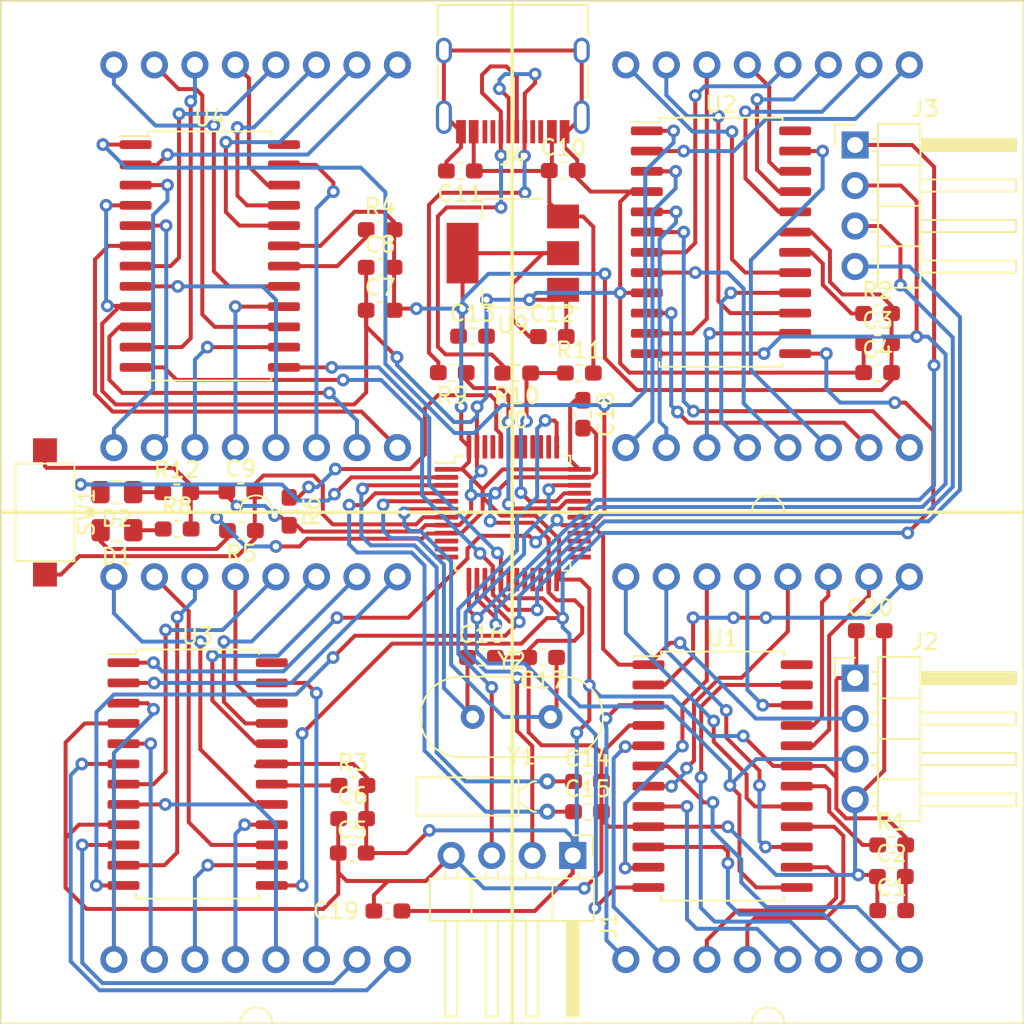
<source format=kicad_pcb>
(kicad_pcb (version 20171130) (host pcbnew 5.1.5+dfsg1-2build2)
  (layers (0 F.Cu signal) (31 B.Cu signal) (34 B.Paste user) (35 F.Paste user) (36 B.SilkS user) (37 F.SilkS user) (38 B.Mask user) (39 F.Mask user) (44 Edge.Cuts user))
  (net 0 "")
  (net 1 +3V3)
  (net 2 GND)
  (net 3 /RESET)
  (net 4 +5V)
  (net 5 /PC14)
  (net 6 /PC15)
  (net 7 /OSCIN)
  (net 8 /OSCOUT)
  (net 9 "Net-(D1-Pad1)")
  (net 10 /PC13)
  (net 11 "Net-(D2-Pad1)")
  (net 12 /SWD_IO)
  (net 13 /SWD_CLK)
  (net 14 /M7_DIN)
  (net 15 /M7_CLK)
  (net 16 /4_LOAD)
  (net 17 /3_LOAD)
  (net 18 /2_LOAD)
  (net 19 /1_LOAD)
  (net 20 "Net-(J4-PadA6)")
  (net 21 "Net-(J4-PadB5)")
  (net 22 "Net-(J4-PadA8)")
  (net 23 "Net-(J4-PadA7)")
  (net 24 "Net-(J4-PadA5)")
  (net 25 "Net-(J4-PadB8)")
  (net 26 "Net-(R1-Pad1)")
  (net 27 "Net-(R2-Pad1)")
  (net 28 "Net-(R3-Pad1)")
  (net 29 "Net-(R4-Pad1)")
  (net 30 /BOOT0)
  (net 31 /PA11)
  (net 32 /PA12)
  (net 33 "Net-(U0-Pad10)")
  (net 34 "Net-(U0-Pad11)")
  (net 35 "Net-(U0-Pad12)")
  (net 36 "Net-(U0-Pad18)")
  (net 37 "Net-(U0-Pad19)")
  (net 38 "Net-(U0-Pad20)")
  (net 39 "Net-(U0-Pad21)")
  (net 40 "Net-(U0-Pad22)")
  (net 41 "Net-(U0-Pad25)")
  (net 42 "Net-(U0-Pad26)")
  (net 43 "Net-(U0-Pad27)")
  (net 44 "Net-(U0-Pad28)")
  (net 45 "Net-(U0-Pad30)")
  (net 46 "Net-(U0-Pad31)")
  (net 47 "Net-(U0-Pad38)")
  (net 48 "Net-(U0-Pad39)")
  (net 49 "Net-(U0-Pad40)")
  (net 50 "Net-(U0-Pad41)")
  (net 51 "Net-(U0-Pad42)")
  (net 52 "Net-(U0-Pad43)")
  (net 53 "Net-(U0-Pad45)")
  (net 54 "Net-(U0-Pad46)")
  (net 55 /1_DIG_0)
  (net 56 /1_DIG_4)
  (net 57 /1_DIG_6)
  (net 58 /1_DIG_2)
  (net 59 /1_DIG_3)
  (net 60 /1_DIG_7)
  (net 61 /1_DIG_5)
  (net 62 /1_DIG_1)
  (net 63 /1_SEG_A)
  (net 64 /1_SEG_F)
  (net 65 /1_SEG_B)
  (net 66 /1_SEG_G)
  (net 67 /1_SEG_C)
  (net 68 /1_SEG_E)
  (net 69 /1_SEG_DP)
  (net 70 /1_SEG_D)
  (net 71 "Net-(U1-Pad24)")
  (net 72 "Net-(U2-Pad24)")
  (net 73 /2_SEG_D)
  (net 74 /2_SEG_DP)
  (net 75 /2_SEG_E)
  (net 76 /2_SEG_C)
  (net 77 /2_SEG_G)
  (net 78 /2_SEG_B)
  (net 79 /2_SEG_F)
  (net 80 /2_SEG_A)
  (net 81 /2_DIG_1)
  (net 82 /2_DIG_5)
  (net 83 /2_DIG_7)
  (net 84 /2_DIG_3)
  (net 85 /2_DIG_2)
  (net 86 /2_DIG_6)
  (net 87 /2_DIG_4)
  (net 88 /2_DIG_0)
  (net 89 "Net-(U3-Pad24)")
  (net 90 /3_SEG_D)
  (net 91 /3_SEG_DP)
  (net 92 /3_SEG_E)
  (net 93 /3_SEG_C)
  (net 94 /3_SEG_G)
  (net 95 /3_SEG_B)
  (net 96 /3_SEG_F)
  (net 97 /3_SEG_A)
  (net 98 /3_DIG_1)
  (net 99 /3_DIG_5)
  (net 100 /3_DIG_7)
  (net 101 /3_DIG_3)
  (net 102 /3_DIG_2)
  (net 103 /3_DIG_6)
  (net 104 /3_DIG_4)
  (net 105 /3_DIG_0)
  (net 106 /4_DIG_0)
  (net 107 /4_DIG_4)
  (net 108 /4_DIG_6)
  (net 109 /4_DIG_2)
  (net 110 /4_DIG_3)
  (net 111 /4_DIG_7)
  (net 112 /4_DIG_5)
  (net 113 /4_DIG_1)
  (net 114 /4_SEG_A)
  (net 115 /4_SEG_F)
  (net 116 /4_SEG_B)
  (net 117 /4_SEG_G)
  (net 118 /4_SEG_C)
  (net 119 /4_SEG_E)
  (net 120 /4_SEG_DP)
  (net 121 /4_SEG_D)
  (net 122 "Net-(U4-Pad24)")
  (module Package_SO:SOP-24_7.5x15.4mm_P1.27mm (layer F.Cu) (at 117.094 79.9846)
    (fp_text reference U4 (at 0 -8.65) (layer F.SilkS))
    (fp_text value MAX7219)
    (pad 24 smd roundrect (at 4.65 -6.985) (size 2 0.55) (layers F.Cu F.Paste F.Mask) (net 122 "Net-(U4-Pad24)"))
    (pad 23 smd roundrect (at 4.65 -5.715) (size 2 0.55) (layers F.Cu F.Paste F.Mask) (net 121 /4_SEG_D))
    (pad 22 smd roundrect (at 4.65 -4.445) (size 2 0.55) (layers F.Cu F.Paste F.Mask) (net 120 /4_SEG_DP))
    (pad 21 smd roundrect (at 4.65 -3.175) (size 2 0.55) (layers F.Cu F.Paste F.Mask) (net 119 /4_SEG_E))
    (pad 20 smd roundrect (at 4.65 -1.905) (size 2 0.55) (layers F.Cu F.Paste F.Mask) (net 118 /4_SEG_C))
    (pad 19 smd roundrect (at 4.65 -0.635) (size 2 0.55) (layers F.Cu F.Paste F.Mask) (net 1 +3V3))
    (pad 18 smd roundrect (at 4.65 0.635) (size 2 0.55) (layers F.Cu F.Paste F.Mask) (net 29 "Net-(R4-Pad1)"))
    (pad 17 smd roundrect (at 4.65 1.905) (size 2 0.55) (layers F.Cu F.Paste F.Mask) (net 117 /4_SEG_G))
    (pad 16 smd roundrect (at 4.65 3.175) (size 2 0.55) (layers F.Cu F.Paste F.Mask) (net 116 /4_SEG_B))
    (pad 15 smd roundrect (at 4.65 4.445) (size 2 0.55) (layers F.Cu F.Paste F.Mask) (net 115 /4_SEG_F))
    (pad 14 smd roundrect (at 4.65 5.715) (size 2 0.55) (layers F.Cu F.Paste F.Mask) (net 114 /4_SEG_A))
    (pad 13 smd roundrect (at 4.65 6.985) (size 2 0.55) (layers F.Cu F.Paste F.Mask) (net 15 /M7_CLK))
    (pad 12 smd roundrect (at -4.65 6.985) (size 2 0.55) (layers F.Cu F.Paste F.Mask) (net 16 /4_LOAD))
    (pad 11 smd roundrect (at -4.65 5.715) (size 2 0.55) (layers F.Cu F.Paste F.Mask) (net 113 /4_DIG_1))
    (pad 10 smd roundrect (at -4.65 4.445) (size 2 0.55) (layers F.Cu F.Paste F.Mask) (net 112 /4_DIG_5))
    (pad 9 smd roundrect (at -4.65 3.175) (size 2 0.55) (layers F.Cu F.Paste F.Mask) (net 2 GND))
    (pad 8 smd roundrect (at -4.65 1.905) (size 2 0.55) (layers F.Cu F.Paste F.Mask) (net 111 /4_DIG_7))
    (pad 7 smd roundrect (at -4.65 0.635) (size 2 0.55) (layers F.Cu F.Paste F.Mask) (net 110 /4_DIG_3))
    (pad 6 smd roundrect (at -4.65 -0.635) (size 2 0.55) (layers F.Cu F.Paste F.Mask) (net 109 /4_DIG_2))
    (pad 5 smd roundrect (at -4.65 -1.905) (size 2 0.55) (layers F.Cu F.Paste F.Mask) (net 108 /4_DIG_6))
    (pad 4 smd roundrect (at -4.65 -3.175) (size 2 0.55) (layers F.Cu F.Paste F.Mask) (net 2 GND))
    (pad 3 smd roundrect (at -4.65 -4.445) (size 2 0.55) (layers F.Cu F.Paste F.Mask) (net 107 /4_DIG_4))
    (pad 2 smd roundrect (at -4.65 -5.715) (size 2 0.55) (layers F.Cu F.Paste F.Mask) (net 106 /4_DIG_0))
    (pad 1 smd roundrect (at -4.65 -6.985) (size 2 0.55) (layers F.Cu F.Paste F.Mask) (net 14 /M7_DIN))
  )
  (module Package_SO:SOP-24_7.5x15.4mm_P1.27mm (layer F.Cu) (at 116.332 112.4712)
    (fp_text reference U3 (at 0 -8.65) (layer F.SilkS))
    (fp_text value MAX7219)
    (pad 24 smd roundrect (at 4.65 -6.985) (size 2 0.55) (layers F.Cu F.Paste F.Mask) (net 89 "Net-(U3-Pad24)"))
    (pad 23 smd roundrect (at 4.65 -5.715) (size 2 0.55) (layers F.Cu F.Paste F.Mask) (net 90 /3_SEG_D))
    (pad 22 smd roundrect (at 4.65 -4.445) (size 2 0.55) (layers F.Cu F.Paste F.Mask) (net 91 /3_SEG_DP))
    (pad 21 smd roundrect (at 4.65 -3.175) (size 2 0.55) (layers F.Cu F.Paste F.Mask) (net 92 /3_SEG_E))
    (pad 20 smd roundrect (at 4.65 -1.905) (size 2 0.55) (layers F.Cu F.Paste F.Mask) (net 93 /3_SEG_C))
    (pad 19 smd roundrect (at 4.65 -0.635) (size 2 0.55) (layers F.Cu F.Paste F.Mask) (net 1 +3V3))
    (pad 18 smd roundrect (at 4.65 0.635) (size 2 0.55) (layers F.Cu F.Paste F.Mask) (net 28 "Net-(R3-Pad1)"))
    (pad 17 smd roundrect (at 4.65 1.905) (size 2 0.55) (layers F.Cu F.Paste F.Mask) (net 94 /3_SEG_G))
    (pad 16 smd roundrect (at 4.65 3.175) (size 2 0.55) (layers F.Cu F.Paste F.Mask) (net 95 /3_SEG_B))
    (pad 15 smd roundrect (at 4.65 4.445) (size 2 0.55) (layers F.Cu F.Paste F.Mask) (net 96 /3_SEG_F))
    (pad 14 smd roundrect (at 4.65 5.715) (size 2 0.55) (layers F.Cu F.Paste F.Mask) (net 97 /3_SEG_A))
    (pad 13 smd roundrect (at 4.65 6.985) (size 2 0.55) (layers F.Cu F.Paste F.Mask) (net 15 /M7_CLK))
    (pad 12 smd roundrect (at -4.65 6.985) (size 2 0.55) (layers F.Cu F.Paste F.Mask) (net 17 /3_LOAD))
    (pad 11 smd roundrect (at -4.65 5.715) (size 2 0.55) (layers F.Cu F.Paste F.Mask) (net 98 /3_DIG_1))
    (pad 10 smd roundrect (at -4.65 4.445) (size 2 0.55) (layers F.Cu F.Paste F.Mask) (net 99 /3_DIG_5))
    (pad 9 smd roundrect (at -4.65 3.175) (size 2 0.55) (layers F.Cu F.Paste F.Mask) (net 2 GND))
    (pad 8 smd roundrect (at -4.65 1.905) (size 2 0.55) (layers F.Cu F.Paste F.Mask) (net 100 /3_DIG_7))
    (pad 7 smd roundrect (at -4.65 0.635) (size 2 0.55) (layers F.Cu F.Paste F.Mask) (net 101 /3_DIG_3))
    (pad 6 smd roundrect (at -4.65 -0.635) (size 2 0.55) (layers F.Cu F.Paste F.Mask) (net 102 /3_DIG_2))
    (pad 5 smd roundrect (at -4.65 -1.905) (size 2 0.55) (layers F.Cu F.Paste F.Mask) (net 103 /3_DIG_6))
    (pad 4 smd roundrect (at -4.65 -3.175) (size 2 0.55) (layers F.Cu F.Paste F.Mask) (net 2 GND))
    (pad 3 smd roundrect (at -4.65 -4.445) (size 2 0.55) (layers F.Cu F.Paste F.Mask) (net 104 /3_DIG_4))
    (pad 2 smd roundrect (at -4.65 -5.715) (size 2 0.55) (layers F.Cu F.Paste F.Mask) (net 105 /3_DIG_0))
    (pad 1 smd roundrect (at -4.65 -6.985) (size 2 0.55) (layers F.Cu F.Paste F.Mask) (net 14 /M7_DIN))
  )
  (module Package_SO:SOP-24_7.5x15.4mm_P1.27mm (layer F.Cu) (at 149.1488 79.121)
    (fp_text reference U2 (at 0 -8.65) (layer F.SilkS))
    (fp_text value MAX7219)
    (pad 24 smd roundrect (at 4.65 -6.985) (size 2 0.55) (layers F.Cu F.Paste F.Mask) (net 72 "Net-(U2-Pad24)"))
    (pad 23 smd roundrect (at 4.65 -5.715) (size 2 0.55) (layers F.Cu F.Paste F.Mask) (net 73 /2_SEG_D))
    (pad 22 smd roundrect (at 4.65 -4.445) (size 2 0.55) (layers F.Cu F.Paste F.Mask) (net 74 /2_SEG_DP))
    (pad 21 smd roundrect (at 4.65 -3.175) (size 2 0.55) (layers F.Cu F.Paste F.Mask) (net 75 /2_SEG_E))
    (pad 20 smd roundrect (at 4.65 -1.905) (size 2 0.55) (layers F.Cu F.Paste F.Mask) (net 76 /2_SEG_C))
    (pad 19 smd roundrect (at 4.65 -0.635) (size 2 0.55) (layers F.Cu F.Paste F.Mask) (net 1 +3V3))
    (pad 18 smd roundrect (at 4.65 0.635) (size 2 0.55) (layers F.Cu F.Paste F.Mask) (net 27 "Net-(R2-Pad1)"))
    (pad 17 smd roundrect (at 4.65 1.905) (size 2 0.55) (layers F.Cu F.Paste F.Mask) (net 77 /2_SEG_G))
    (pad 16 smd roundrect (at 4.65 3.175) (size 2 0.55) (layers F.Cu F.Paste F.Mask) (net 78 /2_SEG_B))
    (pad 15 smd roundrect (at 4.65 4.445) (size 2 0.55) (layers F.Cu F.Paste F.Mask) (net 79 /2_SEG_F))
    (pad 14 smd roundrect (at 4.65 5.715) (size 2 0.55) (layers F.Cu F.Paste F.Mask) (net 80 /2_SEG_A))
    (pad 13 smd roundrect (at 4.65 6.985) (size 2 0.55) (layers F.Cu F.Paste F.Mask) (net 15 /M7_CLK))
    (pad 12 smd roundrect (at -4.65 6.985) (size 2 0.55) (layers F.Cu F.Paste F.Mask) (net 18 /2_LOAD))
    (pad 11 smd roundrect (at -4.65 5.715) (size 2 0.55) (layers F.Cu F.Paste F.Mask) (net 81 /2_DIG_1))
    (pad 10 smd roundrect (at -4.65 4.445) (size 2 0.55) (layers F.Cu F.Paste F.Mask) (net 82 /2_DIG_5))
    (pad 9 smd roundrect (at -4.65 3.175) (size 2 0.55) (layers F.Cu F.Paste F.Mask) (net 2 GND))
    (pad 8 smd roundrect (at -4.65 1.905) (size 2 0.55) (layers F.Cu F.Paste F.Mask) (net 83 /2_DIG_7))
    (pad 7 smd roundrect (at -4.65 0.635) (size 2 0.55) (layers F.Cu F.Paste F.Mask) (net 84 /2_DIG_3))
    (pad 6 smd roundrect (at -4.65 -0.635) (size 2 0.55) (layers F.Cu F.Paste F.Mask) (net 85 /2_DIG_2))
    (pad 5 smd roundrect (at -4.65 -1.905) (size 2 0.55) (layers F.Cu F.Paste F.Mask) (net 86 /2_DIG_6))
    (pad 4 smd roundrect (at -4.65 -3.175) (size 2 0.55) (layers F.Cu F.Paste F.Mask) (net 2 GND))
    (pad 3 smd roundrect (at -4.65 -4.445) (size 2 0.55) (layers F.Cu F.Paste F.Mask) (net 87 /2_DIG_4))
    (pad 2 smd roundrect (at -4.65 -5.715) (size 2 0.55) (layers F.Cu F.Paste F.Mask) (net 88 /2_DIG_0))
    (pad 1 smd roundrect (at -4.65 -6.985) (size 2 0.55) (layers F.Cu F.Paste F.Mask) (net 14 /M7_DIN))
  )
  (module Package_SO:SOP-24_7.5x15.4mm_P1.27mm (layer F.Cu) (at 149.2504 112.5982)
    (fp_text reference U1 (at 0 -8.65) (layer F.SilkS))
    (fp_text value MAX7219)
    (pad 24 smd roundrect (at 4.65 -6.985) (size 2 0.55) (layers F.Cu F.Paste F.Mask) (net 71 "Net-(U1-Pad24)"))
    (pad 23 smd roundrect (at 4.65 -5.715) (size 2 0.55) (layers F.Cu F.Paste F.Mask) (net 70 /1_SEG_D))
    (pad 22 smd roundrect (at 4.65 -4.445) (size 2 0.55) (layers F.Cu F.Paste F.Mask) (net 69 /1_SEG_DP))
    (pad 21 smd roundrect (at 4.65 -3.175) (size 2 0.55) (layers F.Cu F.Paste F.Mask) (net 68 /1_SEG_E))
    (pad 20 smd roundrect (at 4.65 -1.905) (size 2 0.55) (layers F.Cu F.Paste F.Mask) (net 67 /1_SEG_C))
    (pad 19 smd roundrect (at 4.65 -0.635) (size 2 0.55) (layers F.Cu F.Paste F.Mask) (net 1 +3V3))
    (pad 18 smd roundrect (at 4.65 0.635) (size 2 0.55) (layers F.Cu F.Paste F.Mask) (net 26 "Net-(R1-Pad1)"))
    (pad 17 smd roundrect (at 4.65 1.905) (size 2 0.55) (layers F.Cu F.Paste F.Mask) (net 66 /1_SEG_G))
    (pad 16 smd roundrect (at 4.65 3.175) (size 2 0.55) (layers F.Cu F.Paste F.Mask) (net 65 /1_SEG_B))
    (pad 15 smd roundrect (at 4.65 4.445) (size 2 0.55) (layers F.Cu F.Paste F.Mask) (net 64 /1_SEG_F))
    (pad 14 smd roundrect (at 4.65 5.715) (size 2 0.55) (layers F.Cu F.Paste F.Mask) (net 63 /1_SEG_A))
    (pad 13 smd roundrect (at 4.65 6.985) (size 2 0.55) (layers F.Cu F.Paste F.Mask) (net 15 /M7_CLK))
    (pad 12 smd roundrect (at -4.65 6.985) (size 2 0.55) (layers F.Cu F.Paste F.Mask) (net 19 /1_LOAD))
    (pad 11 smd roundrect (at -4.65 5.715) (size 2 0.55) (layers F.Cu F.Paste F.Mask) (net 62 /1_DIG_1))
    (pad 10 smd roundrect (at -4.65 4.445) (size 2 0.55) (layers F.Cu F.Paste F.Mask) (net 61 /1_DIG_5))
    (pad 9 smd roundrect (at -4.65 3.175) (size 2 0.55) (layers F.Cu F.Paste F.Mask) (net 2 GND))
    (pad 8 smd roundrect (at -4.65 1.905) (size 2 0.55) (layers F.Cu F.Paste F.Mask) (net 60 /1_DIG_7))
    (pad 7 smd roundrect (at -4.65 0.635) (size 2 0.55) (layers F.Cu F.Paste F.Mask) (net 59 /1_DIG_3))
    (pad 6 smd roundrect (at -4.65 -0.635) (size 2 0.55) (layers F.Cu F.Paste F.Mask) (net 58 /1_DIG_2))
    (pad 5 smd roundrect (at -4.65 -1.905) (size 2 0.55) (layers F.Cu F.Paste F.Mask) (net 57 /1_DIG_6))
    (pad 4 smd roundrect (at -4.65 -3.175) (size 2 0.55) (layers F.Cu F.Paste F.Mask) (net 2 GND))
    (pad 3 smd roundrect (at -4.65 -4.445) (size 2 0.55) (layers F.Cu F.Paste F.Mask) (net 56 /1_DIG_4))
    (pad 2 smd roundrect (at -4.65 -5.715) (size 2 0.55) (layers F.Cu F.Paste F.Mask) (net 55 /1_DIG_0))
    (pad 1 smd roundrect (at -4.65 -6.985) (size 2 0.55) (layers F.Cu F.Paste F.Mask) (net 14 /M7_DIN))
  )
  (module lattice_screen:1088AS (layer F.Cu) (at 152.1 112.1)
    (fp_text reference U5 hide)
    (fp_text value 1088AS)
    (pad 16 thru_hole circle (at -8.92 -12) (size 1.7 1.7) (drill 1) (layers *.Cu *.Mask) (net 66 /1_SEG_G))
    (pad 1 thru_hole circle (at -8.92 12) (size 1.7 1.7) (drill 1) (layers *.Cu *.Mask) (net 56 /1_DIG_4))
    (pad 15 thru_hole circle (at -6.38 -12) (size 1.7 1.7) (drill 1) (layers *.Cu *.Mask) (net 64 /1_SEG_F))
    (pad 2 thru_hole circle (at -6.38 12) (size 1.7 1.7) (drill 1) (layers *.Cu *.Mask) (net 57 /1_DIG_6))
    (pad 14 thru_hole circle (at -3.84 -12) (size 1.7 1.7) (drill 1) (layers *.Cu *.Mask) (net 62 /1_DIG_1))
    (pad 3 thru_hole circle (at -3.84 12) (size 1.7 1.7) (drill 1) (layers *.Cu *.Mask) (net 63 /1_SEG_A))
    (pad 13 thru_hole circle (at -1.3 -12) (size 1.7 1.7) (drill 1) (layers *.Cu *.Mask) (net 69 /1_SEG_DP))
    (pad 4 thru_hole circle (at -1.3 12) (size 1.7 1.7) (drill 1) (layers *.Cu *.Mask) (net 65 /1_SEG_B))
    (pad 12 thru_hole circle (at 1.24 -12) (size 1.7 1.7) (drill 1) (layers *.Cu *.Mask) (net 59 /1_DIG_3))
    (pad 5 thru_hole circle (at 1.24 12) (size 1.7 1.7) (drill 1) (layers *.Cu *.Mask) (net 60 /1_DIG_7))
    (pad 11 thru_hole circle (at 3.78 -12) (size 1.7 1.7) (drill 1) (layers *.Cu *.Mask) (net 68 /1_SEG_E))
    (pad 6 thru_hole circle (at 3.78 12) (size 1.7 1.7) (drill 1) (layers *.Cu *.Mask) (net 70 /1_SEG_D))
    (pad 10 thru_hole circle (at 6.32 -12) (size 1.7 1.7) (drill 1) (layers *.Cu *.Mask) (net 67 /1_SEG_C))
    (pad 7 thru_hole circle (at 6.32 12) (size 1.7 1.7) (drill 1) (layers *.Cu *.Mask) (net 61 /1_DIG_5))
    (pad 9 thru_hole circle (at 8.86 -12) (size 1.7 1.7) (drill 1) (layers *.Cu *.Mask) (net 55 /1_DIG_0))
    (pad 8 thru_hole circle (at 8.86 12) (size 1.7 1.7) (drill 1) (layers *.Cu *.Mask) (net 58 /1_DIG_2))
  )
  (module lattice_screen:1088AS (layer F.Cu) (at 120 112.1)
    (fp_text reference U7 hide)
    (fp_text value 1088AS)
    (pad 16 thru_hole circle (at -8.92 -12) (size 1.7 1.7) (drill 1) (layers *.Cu *.Mask) (net 94 /3_SEG_G))
    (pad 1 thru_hole circle (at -8.92 12) (size 1.7 1.7) (drill 1) (layers *.Cu *.Mask) (net 104 /3_DIG_4))
    (pad 15 thru_hole circle (at -6.38 -12) (size 1.7 1.7) (drill 1) (layers *.Cu *.Mask) (net 96 /3_SEG_F))
    (pad 2 thru_hole circle (at -6.38 12) (size 1.7 1.7) (drill 1) (layers *.Cu *.Mask) (net 103 /3_DIG_6))
    (pad 14 thru_hole circle (at -3.84 -12) (size 1.7 1.7) (drill 1) (layers *.Cu *.Mask) (net 98 /3_DIG_1))
    (pad 3 thru_hole circle (at -3.84 12) (size 1.7 1.7) (drill 1) (layers *.Cu *.Mask) (net 97 /3_SEG_A))
    (pad 13 thru_hole circle (at -1.3 -12) (size 1.7 1.7) (drill 1) (layers *.Cu *.Mask) (net 91 /3_SEG_DP))
    (pad 4 thru_hole circle (at -1.3 12) (size 1.7 1.7) (drill 1) (layers *.Cu *.Mask) (net 95 /3_SEG_B))
    (pad 12 thru_hole circle (at 1.24 -12) (size 1.7 1.7) (drill 1) (layers *.Cu *.Mask) (net 101 /3_DIG_3))
    (pad 5 thru_hole circle (at 1.24 12) (size 1.7 1.7) (drill 1) (layers *.Cu *.Mask) (net 100 /3_DIG_7))
    (pad 11 thru_hole circle (at 3.78 -12) (size 1.7 1.7) (drill 1) (layers *.Cu *.Mask) (net 92 /3_SEG_E))
    (pad 6 thru_hole circle (at 3.78 12) (size 1.7 1.7) (drill 1) (layers *.Cu *.Mask) (net 90 /3_SEG_D))
    (pad 10 thru_hole circle (at 6.32 -12) (size 1.7 1.7) (drill 1) (layers *.Cu *.Mask) (net 93 /3_SEG_C))
    (pad 7 thru_hole circle (at 6.32 12) (size 1.7 1.7) (drill 1) (layers *.Cu *.Mask) (net 99 /3_DIG_5))
    (pad 9 thru_hole circle (at 8.86 -12) (size 1.7 1.7) (drill 1) (layers *.Cu *.Mask) (net 105 /3_DIG_0))
    (pad 8 thru_hole circle (at 8.86 12) (size 1.7 1.7) (drill 1) (layers *.Cu *.Mask) (net 102 /3_DIG_2))
  )
  (module lattice_screen:1088AS (layer F.Cu) (at 152.1 80)
    (fp_text reference U6 hide)
    (fp_text value 1088AS)
    (pad 16 thru_hole circle (at -8.92 -12) (size 1.7 1.7) (drill 1) (layers *.Cu *.Mask) (net 77 /2_SEG_G))
    (pad 1 thru_hole circle (at -8.92 12) (size 1.7 1.7) (drill 1) (layers *.Cu *.Mask) (net 87 /2_DIG_4))
    (pad 15 thru_hole circle (at -6.38 -12) (size 1.7 1.7) (drill 1) (layers *.Cu *.Mask) (net 79 /2_SEG_F))
    (pad 2 thru_hole circle (at -6.38 12) (size 1.7 1.7) (drill 1) (layers *.Cu *.Mask) (net 86 /2_DIG_6))
    (pad 14 thru_hole circle (at -3.84 -12) (size 1.7 1.7) (drill 1) (layers *.Cu *.Mask) (net 81 /2_DIG_1))
    (pad 3 thru_hole circle (at -3.84 12) (size 1.7 1.7) (drill 1) (layers *.Cu *.Mask) (net 80 /2_SEG_A))
    (pad 13 thru_hole circle (at -1.3 -12) (size 1.7 1.7) (drill 1) (layers *.Cu *.Mask) (net 74 /2_SEG_DP))
    (pad 4 thru_hole circle (at -1.3 12) (size 1.7 1.7) (drill 1) (layers *.Cu *.Mask) (net 78 /2_SEG_B))
    (pad 12 thru_hole circle (at 1.24 -12) (size 1.7 1.7) (drill 1) (layers *.Cu *.Mask) (net 84 /2_DIG_3))
    (pad 5 thru_hole circle (at 1.24 12) (size 1.7 1.7) (drill 1) (layers *.Cu *.Mask) (net 83 /2_DIG_7))
    (pad 11 thru_hole circle (at 3.78 -12) (size 1.7 1.7) (drill 1) (layers *.Cu *.Mask) (net 75 /2_SEG_E))
    (pad 6 thru_hole circle (at 3.78 12) (size 1.7 1.7) (drill 1) (layers *.Cu *.Mask) (net 73 /2_SEG_D))
    (pad 10 thru_hole circle (at 6.32 -12) (size 1.7 1.7) (drill 1) (layers *.Cu *.Mask) (net 76 /2_SEG_C))
    (pad 7 thru_hole circle (at 6.32 12) (size 1.7 1.7) (drill 1) (layers *.Cu *.Mask) (net 82 /2_DIG_5))
    (pad 9 thru_hole circle (at 8.86 -12) (size 1.7 1.7) (drill 1) (layers *.Cu *.Mask) (net 88 /2_DIG_0))
    (pad 8 thru_hole circle (at 8.86 12) (size 1.7 1.7) (drill 1) (layers *.Cu *.Mask) (net 85 /2_DIG_2))
  )
  (module lattice_screen:1088AS (layer F.Cu) (at 120 80)
    (fp_text reference U8 hide)
    (fp_text value 1088AS)
    (pad 16 thru_hole circle (at -8.92 -12) (size 1.7 1.7) (drill 1) (layers *.Cu *.Mask) (net 117 /4_SEG_G))
    (pad 1 thru_hole circle (at -8.92 12) (size 1.7 1.7) (drill 1) (layers *.Cu *.Mask) (net 107 /4_DIG_4))
    (pad 15 thru_hole circle (at -6.38 -12) (size 1.7 1.7) (drill 1) (layers *.Cu *.Mask) (net 115 /4_SEG_F))
    (pad 2 thru_hole circle (at -6.38 12) (size 1.7 1.7) (drill 1) (layers *.Cu *.Mask) (net 108 /4_DIG_6))
    (pad 14 thru_hole circle (at -3.84 -12) (size 1.7 1.7) (drill 1) (layers *.Cu *.Mask) (net 113 /4_DIG_1))
    (pad 3 thru_hole circle (at -3.84 12) (size 1.7 1.7) (drill 1) (layers *.Cu *.Mask) (net 114 /4_SEG_A))
    (pad 13 thru_hole circle (at -1.3 -12) (size 1.7 1.7) (drill 1) (layers *.Cu *.Mask) (net 120 /4_SEG_DP))
    (pad 4 thru_hole circle (at -1.3 12) (size 1.7 1.7) (drill 1) (layers *.Cu *.Mask) (net 116 /4_SEG_B))
    (pad 12 thru_hole circle (at 1.24 -12) (size 1.7 1.7) (drill 1) (layers *.Cu *.Mask) (net 110 /4_DIG_3))
    (pad 5 thru_hole circle (at 1.24 12) (size 1.7 1.7) (drill 1) (layers *.Cu *.Mask) (net 111 /4_DIG_7))
    (pad 11 thru_hole circle (at 3.78 -12) (size 1.7 1.7) (drill 1) (layers *.Cu *.Mask) (net 119 /4_SEG_E))
    (pad 6 thru_hole circle (at 3.78 12) (size 1.7 1.7) (drill 1) (layers *.Cu *.Mask) (net 121 /4_SEG_D))
    (pad 10 thru_hole circle (at 6.32 -12) (size 1.7 1.7) (drill 1) (layers *.Cu *.Mask) (net 118 /4_SEG_C))
    (pad 7 thru_hole circle (at 6.32 12) (size 1.7 1.7) (drill 1) (layers *.Cu *.Mask) (net 112 /4_DIG_5))
    (pad 9 thru_hole circle (at 8.86 -12) (size 1.7 1.7) (drill 1) (layers *.Cu *.Mask) (net 106 /4_DIG_0))
    (pad 8 thru_hole circle (at 8.86 12) (size 1.7 1.7) (drill 1) (layers *.Cu *.Mask) (net 109 /4_DIG_2))
  )
  (module Connector_PinHeader_2.54mm:PinHeader_1x04_P2.54mm_Horizontal (layer F.Cu) (at 157.5562 73.025)
    (fp_text reference J3 (at 4.385 -2.27) (layer F.SilkS))
    (fp_text value screen_J2)
    (pad 4 thru_hole oval (at 0 7.62) (size 1.7 1.7) (drill 1) (layers *.Cu *.Mask) (net 16 /4_LOAD))
    (pad 3 thru_hole oval (at 0 5.08) (size 1.7 1.7) (drill 1) (layers *.Cu *.Mask) (net 17 /3_LOAD))
    (pad 2 thru_hole oval (at 0 2.54) (size 1.7 1.7) (drill 1) (layers *.Cu *.Mask) (net 18 /2_LOAD))
    (pad 1 thru_hole rect (at 0 0) (size 1.7 1.7) (drill 1) (layers *.Cu *.Mask) (net 19 /1_LOAD))
  )
  (module Resistor_SMD:R_0603_1608Metric_Pad1.05x0.95mm_HandSolder (layer F.Cu) (at 159.8536 121.031)
    (fp_text reference C1 (at 0 -1.43) (layer F.SilkS))
    (fp_text value 0.1uF)
    (pad 2 smd roundrect (at 0.875 0) (size 1.05 0.95) (layers F.Cu F.Paste F.Mask) (net 1 +3V3))
    (pad 1 smd roundrect (at -0.875 0) (size 1.05 0.95) (layers F.Cu F.Paste F.Mask) (net 2 GND))
  )
  (module Resistor_SMD:R_0603_1608Metric_Pad1.05x0.95mm_HandSolder (layer F.Cu) (at 159.8308 118.8974)
    (fp_text reference C2 (at 0 -1.43) (layer F.SilkS))
    (fp_text value 10uF/25V)
    (pad 2 smd roundrect (at 0.875 0) (size 1.05 0.95) (layers F.Cu F.Paste F.Mask) (net 1 +3V3))
    (pad 1 smd roundrect (at -0.875 0) (size 1.05 0.95) (layers F.Cu F.Paste F.Mask) (net 2 GND))
  )
  (module Resistor_SMD:R_0603_1608Metric_Pad1.05x0.95mm_HandSolder (layer F.Cu) (at 158.9672 85.471)
    (fp_text reference C3 (at 0 -1.43) (layer F.SilkS))
    (fp_text value 0.1uF)
    (pad 1 smd roundrect (at -0.875 0) (size 1.05 0.95) (layers F.Cu F.Paste F.Mask) (net 2 GND))
    (pad 2 smd roundrect (at 0.875 0) (size 1.05 0.95) (layers F.Cu F.Paste F.Mask) (net 1 +3V3))
  )
  (module Resistor_SMD:R_0603_1608Metric_Pad1.05x0.95mm_HandSolder (layer F.Cu) (at 158.9672 87.2998)
    (fp_text reference C4 (at 0 -1.43) (layer F.SilkS))
    (fp_text value 10uF/25V)
    (pad 2 smd roundrect (at 0.875 0) (size 1.05 0.95) (layers F.Cu F.Paste F.Mask) (net 1 +3V3))
    (pad 1 smd roundrect (at -0.875 0) (size 1.05 0.95) (layers F.Cu F.Paste F.Mask) (net 2 GND))
  )
  (module Resistor_SMD:R_0603_1608Metric_Pad1.05x0.95mm_HandSolder (layer F.Cu) (at 126.0234 117.4242)
    (fp_text reference C5 (at 0 -1.43) (layer F.SilkS))
    (fp_text value 0.1uF)
    (pad 1 smd roundrect (at -0.875 0) (size 1.05 0.95) (layers F.Cu F.Paste F.Mask) (net 2 GND))
    (pad 2 smd roundrect (at 0.875 0) (size 1.05 0.95) (layers F.Cu F.Paste F.Mask) (net 1 +3V3))
  )
  (module Resistor_SMD:R_0603_1608Metric_Pad1.05x0.95mm_HandSolder (layer F.Cu) (at 126.0488 115.2652)
    (fp_text reference C6 (at 0 -1.43) (layer F.SilkS))
    (fp_text value 10uF/25V)
    (pad 2 smd roundrect (at 0.875 0) (size 1.05 0.95) (layers F.Cu F.Paste F.Mask) (net 1 +3V3))
    (pad 1 smd roundrect (at -0.875 0) (size 1.05 0.95) (layers F.Cu F.Paste F.Mask) (net 2 GND))
  )
  (module Resistor_SMD:R_0603_1608Metric_Pad1.05x0.95mm_HandSolder (layer F.Cu) (at 127.7734 83.3882)
    (fp_text reference C7 (at 0 -1.43) (layer F.SilkS))
    (fp_text value 0.1uF)
    (pad 2 smd roundrect (at 0.875 0) (size 1.05 0.95) (layers F.Cu F.Paste F.Mask) (net 1 +3V3))
    (pad 1 smd roundrect (at -0.875 0) (size 1.05 0.95) (layers F.Cu F.Paste F.Mask) (net 2 GND))
  )
  (module Resistor_SMD:R_0603_1608Metric_Pad1.05x0.95mm_HandSolder (layer F.Cu) (at 127.7734 80.6958)
    (fp_text reference C8 (at 0 -1.43) (layer F.SilkS))
    (fp_text value 10uF/25V)
    (pad 1 smd roundrect (at -0.875 0) (size 1.05 0.95) (layers F.Cu F.Paste F.Mask) (net 2 GND))
    (pad 2 smd roundrect (at 0.875 0) (size 1.05 0.95) (layers F.Cu F.Paste F.Mask) (net 1 +3V3))
  )
  (module Resistor_SMD:R_0603_1608Metric_Pad1.05x0.95mm_HandSolder (layer F.Cu) (at 119.0384 94.7674)
    (fp_text reference C9 (at 0 -1.43) (layer F.SilkS))
    (fp_text value 1uF)
    (pad 1 smd roundrect (at -0.875 0) (size 1.05 0.95) (layers F.Cu F.Paste F.Mask) (net 2 GND))
    (pad 2 smd roundrect (at 0.875 0) (size 1.05 0.95) (layers F.Cu F.Paste F.Mask) (net 3 /RESET))
  )
  (module Resistor_SMD:R_0603_1608Metric_Pad1.05x0.95mm_HandSolder (layer F.Cu) (at 139.2568 74.6252)
    (fp_text reference C10 (at 0 -1.43) (layer F.SilkS))
    (fp_text value 10uF)
    (pad 2 smd roundrect (at 0.875 0) (size 1.05 0.95) (layers F.Cu F.Paste F.Mask) (net 2 GND))
    (pad 1 smd roundrect (at -0.875 0) (size 1.05 0.95) (layers F.Cu F.Paste F.Mask) (net 4 +5V))
  )
  (module Resistor_SMD:R_0603_1608Metric_Pad1.05x0.95mm_HandSolder (layer F.Cu) (at 132.8026 74.6506 180)
    (fp_text reference C11 (at 0 -1.43) (layer F.SilkS))
    (fp_text value 0.1uF)
    (pad 1 smd roundrect (at -0.875 0 180) (size 1.05 0.95) (layers F.Cu F.Paste F.Mask) (net 4 +5V))
    (pad 2 smd roundrect (at 0.875 0 180) (size 1.05 0.95) (layers F.Cu F.Paste F.Mask) (net 2 GND))
  )
  (module Resistor_SMD:R_0603_1608Metric_Pad1.05x0.95mm_HandSolder (layer F.Cu) (at 138.571 85.0392)
    (fp_text reference C12 (at 0 -1.43) (layer F.SilkS))
    (fp_text value 10uF)
    (pad 2 smd roundrect (at 0.875 0) (size 1.05 0.95) (layers F.Cu F.Paste F.Mask) (net 2 GND))
    (pad 1 smd roundrect (at -0.875 0) (size 1.05 0.95) (layers F.Cu F.Paste F.Mask) (net 1 +3V3))
  )
  (module Resistor_SMD:R_0603_1608Metric_Pad1.05x0.95mm_HandSolder (layer F.Cu) (at 133.5672 85.0138)
    (fp_text reference C13 (at 0 -1.43) (layer F.SilkS))
    (fp_text value 0.1uF)
    (pad 1 smd roundrect (at -0.875 0) (size 1.05 0.95) (layers F.Cu F.Paste F.Mask) (net 1 +3V3))
    (pad 2 smd roundrect (at 0.875 0) (size 1.05 0.95) (layers F.Cu F.Paste F.Mask) (net 2 GND))
  )
  (module Resistor_SMD:R_0603_1608Metric_Pad1.05x0.95mm_HandSolder (layer F.Cu) (at 140.7782 112.9284)
    (fp_text reference C14 (at 0 -1.43) (layer F.SilkS))
    (fp_text value 20pF)
    (pad 1 smd roundrect (at -0.875 0) (size 1.05 0.95) (layers F.Cu F.Paste F.Mask) (net 5 /PC14))
    (pad 2 smd roundrect (at 0.875 0) (size 1.05 0.95) (layers F.Cu F.Paste F.Mask) (net 2 GND))
  )
  (module Resistor_SMD:R_0603_1608Metric_Pad1.05x0.95mm_HandSolder (layer F.Cu) (at 140.7782 114.8334)
    (fp_text reference C15 (at 0 -1.43) (layer F.SilkS))
    (fp_text value 20pF)
    (pad 1 smd roundrect (at -0.875 0) (size 1.05 0.95) (layers F.Cu F.Paste F.Mask) (net 6 /PC15))
    (pad 2 smd roundrect (at 0.875 0) (size 1.05 0.95) (layers F.Cu F.Paste F.Mask) (net 2 GND))
  )
  (module Resistor_SMD:R_0603_1608Metric_Pad1.05x0.95mm_HandSolder (layer F.Cu) (at 134.126 105.156)
    (fp_text reference C16 (at 0 -1.43) (layer F.SilkS))
    (fp_text value 20pF)
    (pad 1 smd roundrect (at -0.875 0) (size 1.05 0.95) (layers F.Cu F.Paste F.Mask) (net 7 /OSCIN))
    (pad 2 smd roundrect (at 0.875 0) (size 1.05 0.95) (layers F.Cu F.Paste F.Mask) (net 2 GND))
  )
  (module Resistor_SMD:R_0603_1608Metric_Pad1.05x0.95mm_HandSolder (layer F.Cu) (at 137.9614 105.156 180)
    (fp_text reference C17 (at 0 -1.43) (layer F.SilkS))
    (fp_text value 20pF)
    (pad 1 smd roundrect (at -0.875 0 180) (size 1.05 0.95) (layers F.Cu F.Paste F.Mask) (net 8 /OSCOUT))
    (pad 2 smd roundrect (at 0.875 0 180) (size 1.05 0.95) (layers F.Cu F.Paste F.Mask) (net 2 GND))
  )
  (module Resistor_SMD:R_0603_1608Metric_Pad1.05x0.95mm_HandSolder (layer F.Cu) (at 140.4874 89.9046 270)
    (fp_text reference C18 (at 0 -1.43 90) (layer F.SilkS))
    (fp_text value 0.1uF)
    (pad 1 smd roundrect (at -0.875 0 270) (size 1.05 0.95) (layers F.Cu F.Paste F.Mask) (net 1 +3V3))
    (pad 2 smd roundrect (at 0.875 0 270) (size 1.05 0.95) (layers F.Cu F.Paste F.Mask) (net 2 GND))
  )
  (module Resistor_SMD:R_0603_1608Metric_Pad1.05x0.95mm_HandSolder (layer F.Cu) (at 128.2586 121.0564 180)
    (fp_text reference C19 (at 3.2652 0) (layer F.SilkS))
    (fp_text value 0.1uF)
    (pad 2 smd roundrect (at 0.875 0 180) (size 1.05 0.95) (layers F.Cu F.Paste F.Mask) (net 2 GND))
    (pad 1 smd roundrect (at -0.875 0 180) (size 1.05 0.95) (layers F.Cu F.Paste F.Mask) (net 1 +3V3))
  )
  (module Resistor_SMD:R_0603_1608Metric_Pad1.05x0.95mm_HandSolder (layer F.Cu) (at 158.5074 103.4796)
    (fp_text reference C20 (at 0 -1.43) (layer F.SilkS))
    (fp_text value 0.1uF)
    (pad 2 smd roundrect (at 0.875 0) (size 1.05 0.95) (layers F.Cu F.Paste F.Mask) (net 2 GND))
    (pad 1 smd roundrect (at -0.875 0) (size 1.05 0.95) (layers F.Cu F.Paste F.Mask) (net 1 +3V3))
  )
  (module Resistor_SMD:R_0805_2012Metric_Pad1.15x1.40mm_HandSolder (layer F.Cu) (at 111.2684 97.1804 180)
    (fp_text reference D1 (at 0 -1.65) (layer F.SilkS))
    (fp_text value LED)
    (pad 1 smd roundrect (at -1.025 0 180) (size 1.15 1.4) (layers F.Cu F.Paste F.Mask) (roundrect_rratio 0.217391) (net 9 "Net-(D1-Pad1)"))
    (pad 2 smd roundrect (at 1.025 0 180) (size 1.15 1.4) (layers F.Cu F.Paste F.Mask) (roundrect_rratio 0.217391) (net 1 +3V3))
  )
  (module Resistor_SMD:R_0805_2012Metric_Pad1.15x1.40mm_HandSolder (layer F.Cu) (at 111.261 94.7928 180)
    (fp_text reference D2 (at 0 -1.65) (layer F.SilkS))
    (fp_text value LED)
    (pad 2 smd roundrect (at 1.025 0 180) (size 1.15 1.4) (layers F.Cu F.Paste F.Mask) (roundrect_rratio 0.217391) (net 10 /PC13))
    (pad 1 smd roundrect (at -1.025 0 180) (size 1.15 1.4) (layers F.Cu F.Paste F.Mask) (roundrect_rratio 0.217391) (net 11 "Net-(D2-Pad1)"))
  )
  (module Connector_PinHeader_2.54mm:PinHeader_1x04_P2.54mm_Horizontal (layer F.Cu) (at 139.8524 117.5766 270)
    (fp_text reference J1 (at 4.385 -2.27 90) (layer F.SilkS))
    (fp_text value MCU_SWD)
    (pad 1 thru_hole rect (at 0 0 270) (size 1.7 1.7) (drill 1) (layers *.Cu *.Mask) (net 1 +3V3))
    (pad 2 thru_hole oval (at 0 2.54 270) (size 1.7 1.7) (drill 1) (layers *.Cu *.Mask) (net 12 /SWD_IO))
    (pad 3 thru_hole oval (at 0 5.08 270) (size 1.7 1.7) (drill 1) (layers *.Cu *.Mask) (net 13 /SWD_CLK))
    (pad 4 thru_hole oval (at 0 7.62 270) (size 1.7 1.7) (drill 1) (layers *.Cu *.Mask) (net 2 GND))
  )
  (module Connector_PinHeader_2.54mm:PinHeader_1x04_P2.54mm_Horizontal (layer F.Cu) (at 157.5562 106.4514)
    (fp_text reference J2 (at 4.385 -2.27) (layer F.SilkS))
    (fp_text value screen_J1)
    (pad 1 thru_hole rect (at 0 0) (size 1.7 1.7) (drill 1) (layers *.Cu *.Mask) (net 1 +3V3))
    (pad 2 thru_hole oval (at 0 2.54) (size 1.7 1.7) (drill 1) (layers *.Cu *.Mask) (net 14 /M7_DIN))
    (pad 3 thru_hole oval (at 0 5.08) (size 1.7 1.7) (drill 1) (layers *.Cu *.Mask) (net 15 /M7_CLK))
    (pad 4 thru_hole oval (at 0 7.62) (size 1.7 1.7) (drill 1) (layers *.Cu *.Mask) (net 2 GND))
  )
  (module Connector_USB:USB_C_Receptacle_HRO_TYPE-C-31-M-12 (layer F.Cu) (at 136.0932 68.1482 180)
    (fp_text reference J4 (at 0 -5.645) (layer F.SilkS))
    (fp_text value USB_C_Receptacle_USB2.0)
    (pad S1 thru_hole oval (at 4.32 1.05 180) (size 1 1.6) (drill oval 0.6 1.2) (layers *.Cu *.Mask) (net 2 GND))
    (pad "" np_thru_hole circle (at 2.89 -2.6 180) (size 0.65 0.65) (drill 0.65) (layers *.Cu *.Mask))
    (pad S1 thru_hole oval (at -4.32 1.05 180) (size 1 1.6) (drill oval 0.6 1.2) (layers *.Cu *.Mask) (net 2 GND))
    (pad "" np_thru_hole circle (at -2.89 -2.6 180) (size 0.65 0.65) (drill 0.65) (layers *.Cu *.Mask))
    (pad S1 thru_hole oval (at -4.32 -3.13 180) (size 1 2.1) (drill oval 0.6 1.7) (layers *.Cu *.Mask) (net 2 GND))
    (pad S1 thru_hole oval (at 4.32 -3.13 180) (size 1 2.1) (drill oval 0.6 1.7) (layers *.Cu *.Mask) (net 2 GND))
    (pad A6 smd rect (at -0.25 -4.045 180) (size 0.3 1.45) (layers F.Cu F.Paste F.Mask) (net 20 "Net-(J4-PadA6)"))
    (pad B5 smd rect (at 1.75 -4.045 180) (size 0.3 1.45) (layers F.Cu F.Paste F.Mask) (net 21 "Net-(J4-PadB5)"))
    (pad A8 smd rect (at 1.25 -4.045 180) (size 0.3 1.45) (layers F.Cu F.Paste F.Mask) (net 22 "Net-(J4-PadA8)"))
    (pad B6 smd rect (at 0.75 -4.045 180) (size 0.3 1.45) (layers F.Cu F.Paste F.Mask) (net 20 "Net-(J4-PadA6)"))
    (pad A7 smd rect (at 0.25 -4.045 180) (size 0.3 1.45) (layers F.Cu F.Paste F.Mask) (net 23 "Net-(J4-PadA7)"))
    (pad B7 smd rect (at -0.75 -4.045 180) (size 0.3 1.45) (layers F.Cu F.Paste F.Mask) (net 23 "Net-(J4-PadA7)"))
    (pad A5 smd rect (at -1.25 -4.045 180) (size 0.3 1.45) (layers F.Cu F.Paste F.Mask) (net 24 "Net-(J4-PadA5)"))
    (pad B8 smd rect (at -1.75 -4.045 180) (size 0.3 1.45) (layers F.Cu F.Paste F.Mask) (net 25 "Net-(J4-PadB8)"))
    (pad A12 smd rect (at 3.25 -4.045 180) (size 0.6 1.45) (layers F.Cu F.Paste F.Mask) (net 2 GND))
    (pad B4 smd rect (at 2.45 -4.045 180) (size 0.6 1.45) (layers F.Cu F.Paste F.Mask) (net 4 +5V))
    (pad A4 smd rect (at -2.45 -4.045 180) (size 0.6 1.45) (layers F.Cu F.Paste F.Mask) (net 4 +5V))
    (pad A1 smd rect (at -3.25 -4.045 180) (size 0.6 1.45) (layers F.Cu F.Paste F.Mask) (net 2 GND))
    (pad B12 smd rect (at -3.25 -4.045 180) (size 0.6 1.45) (layers F.Cu F.Paste F.Mask) (net 2 GND))
    (pad B9 smd rect (at -2.45 -4.045 180) (size 0.6 1.45) (layers F.Cu F.Paste F.Mask) (net 4 +5V))
    (pad A9 smd rect (at 2.45 -4.045 180) (size 0.6 1.45) (layers F.Cu F.Paste F.Mask) (net 4 +5V))
    (pad B1 smd rect (at 3.25 -4.045 180) (size 0.6 1.45) (layers F.Cu F.Paste F.Mask) (net 2 GND))
  )
  (module Resistor_SMD:R_0603_1608Metric_Pad1.05x0.95mm_HandSolder (layer F.Cu) (at 159.8536 116.9162)
    (fp_text reference R1 (at 0 -1.43) (layer F.SilkS))
    (fp_text value 10K)
    (pad 2 smd roundrect (at 0.875 0) (size 1.05 0.95) (layers F.Cu F.Paste F.Mask) (net 1 +3V3))
    (pad 1 smd roundrect (at -0.875 0) (size 1.05 0.95) (layers F.Cu F.Paste F.Mask) (net 26 "Net-(R1-Pad1)"))
  )
  (module Resistor_SMD:R_0603_1608Metric_Pad1.05x0.95mm_HandSolder (layer F.Cu) (at 158.9672 83.5914)
    (fp_text reference R2 (at 0 -1.43) (layer F.SilkS))
    (fp_text value 10K)
    (pad 2 smd roundrect (at 0.875 0) (size 1.05 0.95) (layers F.Cu F.Paste F.Mask) (net 1 +3V3))
    (pad 1 smd roundrect (at -0.875 0) (size 1.05 0.95) (layers F.Cu F.Paste F.Mask) (net 27 "Net-(R2-Pad1)"))
  )
  (module Resistor_SMD:R_0603_1608Metric_Pad1.05x0.95mm_HandSolder (layer F.Cu) (at 126.0742 113.1824)
    (fp_text reference R3 (at 0 -1.43) (layer F.SilkS))
    (fp_text value 10K)
    (pad 2 smd roundrect (at 0.875 0) (size 1.05 0.95) (layers F.Cu F.Paste F.Mask) (net 1 +3V3))
    (pad 1 smd roundrect (at -0.875 0) (size 1.05 0.95) (layers F.Cu F.Paste F.Mask) (net 28 "Net-(R3-Pad1)"))
  )
  (module Resistor_SMD:R_0603_1608Metric_Pad1.05x0.95mm_HandSolder (layer F.Cu) (at 127.7734 78.3336)
    (fp_text reference R4 (at 0 -1.43) (layer F.SilkS))
    (fp_text value 10K)
    (pad 1 smd roundrect (at -0.875 0) (size 1.05 0.95) (layers F.Cu F.Paste F.Mask) (net 29 "Net-(R4-Pad1)"))
    (pad 2 smd roundrect (at 0.875 0) (size 1.05 0.95) (layers F.Cu F.Paste F.Mask) (net 1 +3V3))
  )
  (module Resistor_SMD:R_0603_1608Metric_Pad1.05x0.95mm_HandSolder (layer F.Cu) (at 119.0752 97.2058 180)
    (fp_text reference R5 (at 0 -1.43) (layer F.SilkS))
    (fp_text value 10k)
    (pad 2 smd roundrect (at 0.875 0 180) (size 1.05 0.95) (layers F.Cu F.Paste F.Mask) (net 1 +3V3))
    (pad 1 smd roundrect (at -0.875 0 180) (size 1.05 0.95) (layers F.Cu F.Paste F.Mask) (net 3 /RESET))
  )
  (module Resistor_SMD:R_0603_1608Metric_Pad1.05x0.95mm_HandSolder (layer F.Cu) (at 122.0724 95.998 270)
    (fp_text reference R6 (at 0 -1.43 90) (layer F.SilkS))
    (fp_text value 100k)
    (pad 1 smd roundrect (at -0.875 0 270) (size 1.05 0.95) (layers F.Cu F.Paste F.Mask) (net 30 /BOOT0))
    (pad 2 smd roundrect (at 0.875 0 270) (size 1.05 0.95) (layers F.Cu F.Paste F.Mask) (net 2 GND))
  )
  (module Resistor_SMD:R_0603_1608Metric_Pad1.05x0.95mm_HandSolder (layer F.Cu) (at 115.048 97.1042)
    (fp_text reference R8 (at 0 -1.43) (layer F.SilkS))
    (fp_text value 510)
    (pad 1 smd roundrect (at -0.875 0) (size 1.05 0.95) (layers F.Cu F.Paste F.Mask) (net 9 "Net-(D1-Pad1)"))
    (pad 2 smd roundrect (at 0.875 0) (size 1.05 0.95) (layers F.Cu F.Paste F.Mask) (net 2 GND))
  )
  (module Resistor_SMD:R_0603_1608Metric_Pad1.05x0.95mm_HandSolder (layer F.Cu) (at 132.2972 87.2998 180)
    (fp_text reference R9 (at 0 -1.43) (layer F.SilkS))
    (fp_text value 20)
    (pad 1 smd roundrect (at -0.875 0 180) (size 1.05 0.95) (layers F.Cu F.Paste F.Mask) (net 31 /PA11))
    (pad 2 smd roundrect (at 0.875 0 180) (size 1.05 0.95) (layers F.Cu F.Paste F.Mask) (net 23 "Net-(J4-PadA7)"))
  )
  (module Resistor_SMD:R_0603_1608Metric_Pad1.05x0.95mm_HandSolder (layer F.Cu) (at 136.3332 87.3252 180)
    (fp_text reference R10 (at 0 -1.43) (layer F.SilkS))
    (fp_text value 20)
    (pad 2 smd roundrect (at 0.875 0 180) (size 1.05 0.95) (layers F.Cu F.Paste F.Mask) (net 20 "Net-(J4-PadA6)"))
    (pad 1 smd roundrect (at -0.875 0 180) (size 1.05 0.95) (layers F.Cu F.Paste F.Mask) (net 32 /PA12))
  )
  (module Resistor_SMD:R_0603_1608Metric_Pad1.05x0.95mm_HandSolder (layer F.Cu) (at 140.2702 87.3252)
    (fp_text reference R11 (at 0 -1.43) (layer F.SilkS))
    (fp_text value 4.7k)
    (pad 2 smd roundrect (at 0.875 0) (size 1.05 0.95) (layers F.Cu F.Paste F.Mask) (net 4 +5V))
    (pad 1 smd roundrect (at -0.875 0) (size 1.05 0.95) (layers F.Cu F.Paste F.Mask) (net 32 /PA12))
  )
  (module Resistor_SMD:R_0603_1608Metric_Pad1.05x0.95mm_HandSolder (layer F.Cu) (at 115.0226 94.8182)
    (fp_text reference R12 (at 0 -1.43) (layer F.SilkS))
    (fp_text value 510)
    (pad 1 smd roundrect (at -0.875 0) (size 1.05 0.95) (layers F.Cu F.Paste F.Mask) (net 11 "Net-(D2-Pad1)"))
    (pad 2 smd roundrect (at 0.875 0) (size 1.05 0.95) (layers F.Cu F.Paste F.Mask) (net 2 GND))
  )
  (module Button_Switch_SMD:SW_SPST_CK_RS282G05A3 (layer F.Cu) (at 106.7562 96.0628 270)
    (fp_text reference SW1 (at 0 -2.6 90) (layer F.SilkS))
    (fp_text value reset_key)
    (pad 2 smd rect (at 3.9 0 270) (size 1.5 1.5) (layers F.Cu F.Paste F.Mask) (net 3 /RESET))
    (pad 1 smd rect (at -3.9 0 270) (size 1.5 1.5) (layers F.Cu F.Paste F.Mask) (net 2 GND))
  )
  (module Package_QFP:LQFP-48_7x7mm_P0.5mm (layer F.Cu) (at 136.0932 96.1136)
    (fp_text reference U0 (at 0 -5.85) (layer F.SilkS))
    (fp_text value STM32F103C6Tx)
    (pad 1 smd roundrect (at -4.1625 -2.75) (size 1.475 0.3) (layers F.Cu F.Paste F.Mask) (net 1 +3V3))
    (pad 2 smd roundrect (at -4.1625 -2.25) (size 1.475 0.3) (layers F.Cu F.Paste F.Mask) (net 10 /PC13))
    (pad 3 smd roundrect (at -4.1625 -1.75) (size 1.475 0.3) (layers F.Cu F.Paste F.Mask) (net 5 /PC14))
    (pad 4 smd roundrect (at -4.1625 -1.25) (size 1.475 0.3) (layers F.Cu F.Paste F.Mask) (net 6 /PC15))
    (pad 5 smd roundrect (at -4.1625 -0.75) (size 1.475 0.3) (layers F.Cu F.Paste F.Mask) (net 7 /OSCIN))
    (pad 6 smd roundrect (at -4.1625 -0.25) (size 1.475 0.3) (layers F.Cu F.Paste F.Mask) (net 8 /OSCOUT))
    (pad 7 smd roundrect (at -4.1625 0.25) (size 1.475 0.3) (layers F.Cu F.Paste F.Mask) (net 3 /RESET))
    (pad 8 smd roundrect (at -4.1625 0.75) (size 1.475 0.3) (layers F.Cu F.Paste F.Mask) (net 2 GND))
    (pad 9 smd roundrect (at -4.1625 1.25) (size 1.475 0.3) (layers F.Cu F.Paste F.Mask) (net 1 +3V3))
    (pad 10 smd roundrect (at -4.1625 1.75) (size 1.475 0.3) (layers F.Cu F.Paste F.Mask) (net 33 "Net-(U0-Pad10)"))
    (pad 11 smd roundrect (at -4.1625 2.25) (size 1.475 0.3) (layers F.Cu F.Paste F.Mask) (net 34 "Net-(U0-Pad11)"))
    (pad 12 smd roundrect (at -4.1625 2.75) (size 1.475 0.3) (layers F.Cu F.Paste F.Mask) (net 35 "Net-(U0-Pad12)"))
    (pad 13 smd roundrect (at -2.75 4.1625) (size 0.3 1.475) (layers F.Cu F.Paste F.Mask) (net 19 /1_LOAD))
    (pad 14 smd roundrect (at -2.25 4.1625) (size 0.3 1.475) (layers F.Cu F.Paste F.Mask) (net 18 /2_LOAD))
    (pad 15 smd roundrect (at -1.75 4.1625) (size 0.3 1.475) (layers F.Cu F.Paste F.Mask) (net 17 /3_LOAD))
    (pad 16 smd roundrect (at -1.25 4.1625) (size 0.3 1.475) (layers F.Cu F.Paste F.Mask) (net 16 /4_LOAD))
    (pad 17 smd roundrect (at -0.75 4.1625) (size 0.3 1.475) (layers F.Cu F.Paste F.Mask) (net 15 /M7_CLK))
    (pad 18 smd roundrect (at -0.25 4.1625) (size 0.3 1.475) (layers F.Cu F.Paste F.Mask) (net 36 "Net-(U0-Pad18)"))
    (pad 19 smd roundrect (at 0.25 4.1625) (size 0.3 1.475) (layers F.Cu F.Paste F.Mask) (net 37 "Net-(U0-Pad19)"))
    (pad 20 smd roundrect (at 0.75 4.1625) (size 0.3 1.475) (layers F.Cu F.Paste F.Mask) (net 38 "Net-(U0-Pad20)"))
    (pad 21 smd roundrect (at 1.25 4.1625) (size 0.3 1.475) (layers F.Cu F.Paste F.Mask) (net 39 "Net-(U0-Pad21)"))
    (pad 22 smd roundrect (at 1.75 4.1625) (size 0.3 1.475) (layers F.Cu F.Paste F.Mask) (net 40 "Net-(U0-Pad22)"))
    (pad 23 smd roundrect (at 2.25 4.1625) (size 0.3 1.475) (layers F.Cu F.Paste F.Mask) (net 2 GND))
    (pad 24 smd roundrect (at 2.75 4.1625) (size 0.3 1.475) (layers F.Cu F.Paste F.Mask) (net 1 +3V3))
    (pad 25 smd roundrect (at 4.1625 2.75) (size 1.475 0.3) (layers F.Cu F.Paste F.Mask) (net 41 "Net-(U0-Pad25)"))
    (pad 26 smd roundrect (at 4.1625 2.25) (size 1.475 0.3) (layers F.Cu F.Paste F.Mask) (net 42 "Net-(U0-Pad26)"))
    (pad 27 smd roundrect (at 4.1625 1.75) (size 1.475 0.3) (layers F.Cu F.Paste F.Mask) (net 43 "Net-(U0-Pad27)"))
    (pad 28 smd roundrect (at 4.1625 1.25) (size 1.475 0.3) (layers F.Cu F.Paste F.Mask) (net 44 "Net-(U0-Pad28)"))
    (pad 29 smd roundrect (at 4.1625 0.75) (size 1.475 0.3) (layers F.Cu F.Paste F.Mask) (net 14 /M7_DIN))
    (pad 30 smd roundrect (at 4.1625 0.25) (size 1.475 0.3) (layers F.Cu F.Paste F.Mask) (net 45 "Net-(U0-Pad30)"))
    (pad 31 smd roundrect (at 4.1625 -0.25) (size 1.475 0.3) (layers F.Cu F.Paste F.Mask) (net 46 "Net-(U0-Pad31)"))
    (pad 32 smd roundrect (at 4.1625 -0.75) (size 1.475 0.3) (layers F.Cu F.Paste F.Mask) (net 31 /PA11))
    (pad 33 smd roundrect (at 4.1625 -1.25) (size 1.475 0.3) (layers F.Cu F.Paste F.Mask) (net 32 /PA12))
    (pad 34 smd roundrect (at 4.1625 -1.75) (size 1.475 0.3) (layers F.Cu F.Paste F.Mask) (net 12 /SWD_IO))
    (pad 35 smd roundrect (at 4.1625 -2.25) (size 1.475 0.3) (layers F.Cu F.Paste F.Mask) (net 2 GND))
    (pad 36 smd roundrect (at 4.1625 -2.75) (size 1.475 0.3) (layers F.Cu F.Paste F.Mask) (net 1 +3V3))
    (pad 37 smd roundrect (at 2.75 -4.1625) (size 0.3 1.475) (layers F.Cu F.Paste F.Mask) (net 13 /SWD_CLK))
    (pad 38 smd roundrect (at 2.25 -4.1625) (size 0.3 1.475) (layers F.Cu F.Paste F.Mask) (net 47 "Net-(U0-Pad38)"))
    (pad 39 smd roundrect (at 1.75 -4.1625) (size 0.3 1.475) (layers F.Cu F.Paste F.Mask) (net 48 "Net-(U0-Pad39)"))
    (pad 40 smd roundrect (at 1.25 -4.1625) (size 0.3 1.475) (layers F.Cu F.Paste F.Mask) (net 49 "Net-(U0-Pad40)"))
    (pad 41 smd roundrect (at 0.75 -4.1625) (size 0.3 1.475) (layers F.Cu F.Paste F.Mask) (net 50 "Net-(U0-Pad41)"))
    (pad 42 smd roundrect (at 0.25 -4.1625) (size 0.3 1.475) (layers F.Cu F.Paste F.Mask) (net 51 "Net-(U0-Pad42)"))
    (pad 43 smd roundrect (at -0.25 -4.1625) (size 0.3 1.475) (layers F.Cu F.Paste F.Mask) (net 52 "Net-(U0-Pad43)"))
    (pad 44 smd roundrect (at -0.75 -4.1625) (size 0.3 1.475) (layers F.Cu F.Paste F.Mask) (net 30 /BOOT0))
    (pad 45 smd roundrect (at -1.25 -4.1625) (size 0.3 1.475) (layers F.Cu F.Paste F.Mask) (net 53 "Net-(U0-Pad45)"))
    (pad 46 smd roundrect (at -1.75 -4.1625) (size 0.3 1.475) (layers F.Cu F.Paste F.Mask) (net 54 "Net-(U0-Pad46)"))
    (pad 47 smd roundrect (at -2.25 -4.1625) (size 0.3 1.475) (layers F.Cu F.Paste F.Mask) (net 2 GND))
    (pad 48 smd roundrect (at -2.75 -4.1625) (size 0.3 1.475) (layers F.Cu F.Paste F.Mask) (net 1 +3V3))
  )
  (module Package_TO_SOT_SMD:SOT-223-3_TabPin2 (layer F.Cu) (at 136.0932 79.8068 180)
    (fp_text reference U9 (at 0 -4.5) (layer F.SilkS))
    (fp_text value AMS1117-3.3)
    (pad 2 smd rect (at 3.15 0 180) (size 2 3.8) (layers F.Cu F.Paste F.Mask) (net 1 +3V3))
    (pad 2 smd rect (at -3.15 0 180) (size 2 1.5) (layers F.Cu F.Paste F.Mask) (net 1 +3V3))
    (pad 3 smd rect (at -3.15 2.3 180) (size 2 1.5) (layers F.Cu F.Paste F.Mask) (net 4 +5V))
    (pad 1 smd rect (at -3.15 -2.3 180) (size 2 1.5) (layers F.Cu F.Paste F.Mask) (net 2 GND))
  )
  (module Crystal:Crystal_DS26_D2.0mm_L6.0mm_Horizontal (layer F.Cu) (at 138.2522 112.9284 270)
    (fp_text reference Y1 (at -1.57 1.625) (layer F.SilkS))
    (fp_text value 32.768K)
    (pad 1 thru_hole circle (at 0 0 270) (size 1 1) (drill 0.5) (layers *.Cu *.Mask) (net 5 /PC14))
    (pad 2 thru_hole circle (at 1.9 0 270) (size 1 1) (drill 0.5) (layers *.Cu *.Mask) (net 6 /PC15))
  )
  (module Crystal:Crystal_HC49-4H_Vertical (layer F.Cu) (at 133.5786 108.8898)
    (fp_text reference Y2 (at 2.44 -3.525) (layer F.SilkS))
    (fp_text value 8MHz)
    (pad 1 thru_hole circle (at 0 0) (size 1.5 1.5) (drill 0.8) (layers *.Cu *.Mask) (net 7 /OSCIN))
    (pad 2 thru_hole circle (at 4.88 0) (size 1.5 1.5) (drill 0.8) (layers *.Cu *.Mask) (net 8 /OSCOUT))
  )
  (gr_line (start 103.9622 128.143) (end 103.9622 63.9572) (layer Edge.Cuts) (width 0.05))
  (gr_line (start 168.148 128.143) (end 103.9622 128.143) (layer Edge.Cuts) (width 0.05))
  (gr_line (start 168.148 63.9572) (end 168.148 128.143) (layer Edge.Cuts) (width 0.05))
  (gr_line (start 103.9622 63.9572) (end 168.148 63.9572) (layer Edge.Cuts) (width 0.05))
  (segment (start 134.1932 79.8068) (end 139.2432 79.8068) (width 0.25) (layer F.Cu) (net 1))
  (segment (start 132.9432 79.8068) (end 134.1932 79.8068) (width 0.25) (layer F.Cu) (net 1))
  (segment (start 137.9932 79.8068) (end 136.0678 81.7322) (width 0.25) (layer F.Cu) (net 1))
  (segment (start 139.2432 79.8068) (end 137.9932 79.8068) (width 0.25) (layer F.Cu) (net 1))
  (segment (start 136.0678 81.7322) (end 136.0678 83.9724) (width 0.25) (layer F.Cu) (net 1))
  (segment (start 137.1346 85.0392) (end 137.696 85.0392) (width 0.25) (layer F.Cu) (net 1))
  (segment (start 136.0678 83.9724) (end 137.1346 85.0392) (width 0.25) (layer F.Cu) (net 1))
  (segment (start 132.9432 84.7628) (end 132.6922 85.0138) (width 0.25) (layer F.Cu) (net 1))
  (segment (start 132.9432 79.8068) (end 132.9432 83.287) (width 0.25) (layer F.Cu) (net 1))
  (segment (start 133.3432 91.9511) (end 133.3432 92.8946) (width 0.25) (layer F.Cu) (net 1))
  (segment (start 132.8742 93.3636) (end 131.9307 93.3636) (width 0.25) (layer F.Cu) (net 1))
  (segment (start 133.3432 92.8946) (end 132.8742 93.3636) (width 0.25) (layer F.Cu) (net 1))
  (segment (start 132.9432 83.287) (end 132.9432 84.7628) (width 0.25) (layer F.Cu) (net 1))
  (via (at 132.9432 83.287) (size 0.8) (drill 0.4) (layers F.Cu B.Cu) (net 1))
  (segment (start 133.35 91.9443) (end 133.3432 91.9511) (width 0.25) (layer F.Cu) (net 1))
  (segment (start 160.7286 116.9162) (end 160.7286 121.031) (width 0.25) (layer F.Cu) (net 1))
  (segment (start 156.992199 115.246401) (end 156.381199 114.635401) (width 0.25) (layer F.Cu) (net 1))
  (segment (start 156.381199 114.635401) (end 156.381199 112.681001) (width 0.25) (layer F.Cu) (net 1))
  (segment (start 159.533801 115.246401) (end 156.992199 115.246401) (width 0.25) (layer F.Cu) (net 1))
  (segment (start 160.7286 116.4412) (end 159.533801 115.246401) (width 0.25) (layer F.Cu) (net 1))
  (segment (start 160.7286 116.9162) (end 160.7286 116.4412) (width 0.25) (layer F.Cu) (net 1))
  (segment (start 155.663398 111.9632) (end 153.9004 111.9632) (width 0.25) (layer F.Cu) (net 1))
  (segment (start 156.381199 112.681001) (end 155.663398 111.9632) (width 0.25) (layer F.Cu) (net 1))
  (segment (start 157.5562 106.4514) (end 156.4562 106.4514) (width 0.25) (layer F.Cu) (net 1))
  (segment (start 157.6324 106.3752) (end 157.5562 106.4514) (width 0.25) (layer F.Cu) (net 1))
  (segment (start 157.6324 103.4796) (end 157.6324 106.3752) (width 0.25) (layer F.Cu) (net 1))
  (segment (start 156.381199 106.526401) (end 156.381199 112.681001) (width 0.25) (layer F.Cu) (net 1))
  (segment (start 121.0164 111.9632) (end 119.9914 111.9632) (width 0.25) (layer F.Cu) (net 1))
  (segment (start 132.733902 93.3636) (end 132.6682 93.3636) (width 0.25) (layer F.Cu) (net 1))
  (segment (start 110.2434 97.8804) (end 110.71899 98.35599) (width 0.25) (layer F.Cu) (net 1))
  (segment (start 110.2434 97.1804) (end 110.2434 97.8804) (width 0.25) (layer F.Cu) (net 1))
  (segment (start 118.2002 97.6808) (end 118.2002 97.2058) (width 0.25) (layer F.Cu) (net 1))
  (segment (start 117.52501 98.35599) (end 118.2002 97.6808) (width 0.25) (layer F.Cu) (net 1))
  (segment (start 110.71899 98.35599) (end 117.52501 98.35599) (width 0.25) (layer F.Cu) (net 1))
  (via (at 117.5258 96.393) (size 0.8) (drill 0.4) (layers F.Cu B.Cu) (net 1))
  (segment (start 118.2002 97.0674) (end 117.5258 96.393) (width 0.25) (layer F.Cu) (net 1))
  (segment (start 118.2002 97.2058) (end 118.2002 97.0674) (width 0.25) (layer F.Cu) (net 1))
  (via (at 121.2342 98.1964) (size 0.8) (drill 0.4) (layers F.Cu B.Cu) (net 1))
  (segment (start 119.3292 98.1964) (end 121.2342 98.1964) (width 0.25) (layer B.Cu) (net 1))
  (segment (start 117.5258 96.393) (end 119.3292 98.1964) (width 0.25) (layer B.Cu) (net 1))
  (segment (start 121.2342 98.1964) (end 122.72301 98.1964) (width 0.25) (layer F.Cu) (net 1))
  (segment (start 130.73163 97.38859) (end 130.406599 97.713621) (width 0.25) (layer F.Cu) (net 1))
  (segment (start 131.92261 97.38859) (end 130.73163 97.38859) (width 0.25) (layer F.Cu) (net 1))
  (segment (start 131.9307 97.3805) (end 131.92261 97.38859) (width 0.25) (layer F.Cu) (net 1))
  (segment (start 131.9307 97.3636) (end 131.9307 97.3805) (width 0.25) (layer F.Cu) (net 1))
  (segment (start 123.205789 97.713621) (end 122.72301 98.1964) (width 0.25) (layer F.Cu) (net 1))
  (segment (start 130.406599 97.713621) (end 123.205789 97.713621) (width 0.25) (layer F.Cu) (net 1))
  (segment (start 132.943002 93.3636) (end 132.6682 93.3636) (width 0.25) (layer F.Cu) (net 1))
  (segment (start 134.202001 94.622599) (end 132.943002 93.3636) (width 0.25) (layer F.Cu) (net 1))
  (segment (start 134.202001 96.031911) (end 134.202001 94.622599) (width 0.25) (layer F.Cu) (net 1))
  (segment (start 132.870312 97.3636) (end 134.202001 96.031911) (width 0.25) (layer F.Cu) (net 1))
  (segment (start 132.6682 93.3636) (end 131.9307 93.3636) (width 0.25) (layer F.Cu) (net 1))
  (segment (start 131.9307 97.3636) (end 132.870312 97.3636) (width 0.25) (layer F.Cu) (net 1))
  (via (at 150.5458 110.0836) (size 0.8) (drill 0.4) (layers F.Cu B.Cu) (net 1))
  (segment (start 152.4254 111.9632) (end 150.5458 110.0836) (width 0.25) (layer F.Cu) (net 1))
  (segment (start 153.9004 111.9632) (end 152.4254 111.9632) (width 0.25) (layer F.Cu) (net 1))
  (via (at 130.8608 116.0018) (size 0.8) (drill 0.4) (layers F.Cu B.Cu) (net 1))
  (segment (start 139.3776 116.0018) (end 130.8608 116.0018) (width 0.25) (layer B.Cu) (net 1))
  (segment (start 139.8524 116.4766) (end 139.3776 116.0018) (width 0.25) (layer B.Cu) (net 1))
  (segment (start 139.8524 117.5766) (end 139.8524 116.4766) (width 0.25) (layer B.Cu) (net 1))
  (via (at 140.8938 106.9086) (size 0.8) (drill 0.4) (layers F.Cu B.Cu) (net 1))
  (segment (start 150.5458 110.0836) (end 148.558398 110.0836) (width 0.25) (layer B.Cu) (net 1))
  (segment (start 148.558398 110.0836) (end 146.082999 107.608201) (width 0.25) (layer B.Cu) (net 1))
  (segment (start 141.593401 107.608201) (end 140.8938 106.9086) (width 0.25) (layer B.Cu) (net 1))
  (segment (start 146.082999 107.608201) (end 141.593401 107.608201) (width 0.25) (layer B.Cu) (net 1))
  (via (at 140.1064 109.8804) (size 0.8) (drill 0.4) (layers F.Cu B.Cu) (net 1))
  (segment (start 140.8938 109.093) (end 140.1064 109.8804) (width 0.25) (layer F.Cu) (net 1))
  (segment (start 140.8938 106.9086) (end 140.8938 109.093) (width 0.25) (layer F.Cu) (net 1))
  (segment (start 140.1064 117.3226) (end 139.8524 117.5766) (width 0.25) (layer B.Cu) (net 1))
  (segment (start 140.1064 109.8804) (end 140.1064 117.3226) (width 0.25) (layer B.Cu) (net 1))
  (segment (start 138.8432 100.2761) (end 140.3319 100.2761) (width 0.25) (layer F.Cu) (net 1))
  (segment (start 140.8938 100.838) (end 140.8938 106.9086) (width 0.25) (layer F.Cu) (net 1))
  (segment (start 140.3319 100.2761) (end 140.8938 100.838) (width 0.25) (layer F.Cu) (net 1))
  (segment (start 135.461 93.3636) (end 134.202001 94.622599) (width 0.25) (layer F.Cu) (net 1))
  (segment (start 140.2557 93.3636) (end 135.461 93.3636) (width 0.25) (layer F.Cu) (net 1))
  (segment (start 140.1057 93.2136) (end 140.2557 93.3636) (width 0.25) (layer F.Cu) (net 1))
  (segment (start 139.68739 92.79529) (end 140.1057 93.2136) (width 0.25) (layer F.Cu) (net 1))
  (segment (start 139.68739 89.35461) (end 139.68739 92.79529) (width 0.25) (layer F.Cu) (net 1))
  (segment (start 140.0124 89.0296) (end 139.68739 89.35461) (width 0.25) (layer F.Cu) (net 1))
  (segment (start 140.4874 89.0296) (end 140.0124 89.0296) (width 0.25) (layer F.Cu) (net 1))
  (segment (start 138.9932 100.1261) (end 138.9932 97.736361) (width 0.25) (layer F.Cu) (net 1))
  (segment (start 138.8432 100.2761) (end 138.9932 100.1261) (width 0.25) (layer F.Cu) (net 1))
  (segment (start 134.202001 95.111401) (end 134.202001 94.622599) (width 0.25) (layer F.Cu) (net 1))
  (segment (start 135.354211 96.263611) (end 134.202001 95.111401) (width 0.25) (layer F.Cu) (net 1))
  (segment (start 137.52045 96.263611) (end 135.354211 96.263611) (width 0.25) (layer F.Cu) (net 1))
  (segment (start 138.9932 97.736361) (end 137.52045 96.263611) (width 0.25) (layer F.Cu) (net 1))
  (via (at 132.857997 89.44001) (size 0.8) (drill 0.4) (layers F.Cu B.Cu) (net 1))
  (segment (start 132.857997 91.465897) (end 132.857997 89.44001) (width 0.25) (layer F.Cu) (net 1))
  (segment (start 133.3432 91.9511) (end 132.857997 91.465897) (width 0.25) (layer F.Cu) (net 1))
  (segment (start 132.857997 83.372203) (end 132.9432 83.287) (width 0.25) (layer B.Cu) (net 1))
  (segment (start 132.857997 89.44001) (end 132.857997 83.372203) (width 0.25) (layer B.Cu) (net 1))
  (segment (start 126.8984 115.2906) (end 126.9238 115.2652) (width 0.25) (layer F.Cu) (net 1))
  (segment (start 126.8984 117.4242) (end 126.8984 115.2906) (width 0.25) (layer F.Cu) (net 1))
  (segment (start 126.9238 113.2078) (end 126.9492 113.1824) (width 0.25) (layer F.Cu) (net 1))
  (segment (start 126.9238 115.2652) (end 126.9238 113.2078) (width 0.25) (layer F.Cu) (net 1))
  (segment (start 129.4384 117.4242) (end 126.8984 117.4242) (width 0.25) (layer F.Cu) (net 1))
  (segment (start 130.8608 116.0018) (end 129.4384 117.4242) (width 0.25) (layer F.Cu) (net 1))
  (segment (start 122.007 111.8362) (end 120.982 111.8362) (width 0.25) (layer F.Cu) (net 1))
  (segment (start 126.078 111.8362) (end 122.007 111.8362) (width 0.25) (layer F.Cu) (net 1))
  (segment (start 126.9492 112.7074) (end 126.078 111.8362) (width 0.25) (layer F.Cu) (net 1))
  (segment (start 126.9492 113.1824) (end 126.9492 112.7074) (width 0.25) (layer F.Cu) (net 1))
  (segment (start 129.6586 121.0564) (end 129.1336 121.0564) (width 0.25) (layer F.Cu) (net 1))
  (segment (start 137.4726 121.0564) (end 129.6586 121.0564) (width 0.25) (layer F.Cu) (net 1))
  (segment (start 139.8524 118.6766) (end 137.4726 121.0564) (width 0.25) (layer F.Cu) (net 1))
  (segment (start 139.8524 117.5766) (end 139.8524 118.6766) (width 0.25) (layer F.Cu) (net 1))
  (segment (start 159.8422 83.5914) (end 159.8422 85.471) (width 0.25) (layer F.Cu) (net 1))
  (segment (start 159.8422 85.471) (end 159.8422 87.2998) (width 0.25) (layer F.Cu) (net 1))
  (segment (start 159.8422 83.1164) (end 159.1234 82.3976) (width 0.25) (layer F.Cu) (net 1))
  (segment (start 159.8422 83.5914) (end 159.8422 83.1164) (width 0.25) (layer F.Cu) (net 1))
  (segment (start 159.1234 82.3976) (end 156.7688 82.3976) (width 0.25) (layer F.Cu) (net 1))
  (segment (start 156.7688 82.3976) (end 155.9814 81.6102) (width 0.25) (layer F.Cu) (net 1))
  (segment (start 154.8238 78.486) (end 153.7988 78.486) (width 0.25) (layer F.Cu) (net 1))
  (segment (start 155.9814 79.6436) (end 154.8238 78.486) (width 0.25) (layer F.Cu) (net 1))
  (segment (start 155.9814 81.6102) (end 155.9814 79.6436) (width 0.25) (layer F.Cu) (net 1))
  (via (at 141.8702 81.1022) (size 0.8) (drill 0.4) (layers F.Cu B.Cu) (net 1))
  (segment (start 134.562315 81.1022) (end 141.8702 81.1022) (width 0.25) (layer B.Cu) (net 1))
  (segment (start 132.9432 82.721315) (end 134.562315 81.1022) (width 0.25) (layer B.Cu) (net 1))
  (segment (start 132.9432 83.287) (end 132.9432 82.721315) (width 0.25) (layer B.Cu) (net 1))
  (segment (start 141.8702 86.39801) (end 143.86419 88.392) (width 0.25) (layer F.Cu) (net 1))
  (segment (start 141.8702 81.1022) (end 141.8702 86.39801) (width 0.25) (layer F.Cu) (net 1))
  (segment (start 159.8422 87.7748) (end 159.8422 87.2998) (width 0.25) (layer F.Cu) (net 1))
  (segment (start 159.225 88.392) (end 159.8422 87.7748) (width 0.25) (layer F.Cu) (net 1))
  (segment (start 143.86419 88.392) (end 159.225 88.392) (width 0.25) (layer F.Cu) (net 1))
  (via (at 130.048 83.2866) (size 0.8) (drill 0.4) (layers F.Cu B.Cu) (net 1))
  (segment (start 130.0484 83.287) (end 130.048 83.2866) (width 0.25) (layer B.Cu) (net 1))
  (segment (start 132.9432 83.287) (end 130.0484 83.287) (width 0.25) (layer B.Cu) (net 1))
  (segment (start 128.75 83.2866) (end 128.6484 83.3882) (width 0.25) (layer F.Cu) (net 1))
  (segment (start 130.048 83.2866) (end 128.75 83.2866) (width 0.25) (layer F.Cu) (net 1))
  (segment (start 128.6484 83.3882) (end 128.6484 80.6958) (width 0.25) (layer F.Cu) (net 1))
  (segment (start 128.6484 80.6958) (end 128.6484 78.3336) (width 0.25) (layer F.Cu) (net 1))
  (segment (start 128.6484 77.8586) (end 128.0058 77.216) (width 0.25) (layer F.Cu) (net 1))
  (segment (start 128.6484 78.3336) (end 128.6484 77.8586) (width 0.25) (layer F.Cu) (net 1))
  (segment (start 128.0058 77.216) (end 126.1618 77.216) (width 0.25) (layer F.Cu) (net 1))
  (segment (start 124.0282 79.3496) (end 121.744 79.3496) (width 0.25) (layer F.Cu) (net 1))
  (segment (start 126.1618 77.216) (end 124.0282 79.3496) (width 0.25) (layer F.Cu) (net 1))
  (segment (start 132.8432 71.9646) (end 132.6882 71.9646) (width 0.25) (layer F.Cu) (net 2))
  (segment (start 140.4132 71.0496) (end 140.2582 71.0496) (width 0.25) (layer F.Cu) (net 2))
  (via (at 134.4422 82.7278) (size 0.8) (drill 0.4) (layers F.Cu B.Cu) (net 2))
  (segment (start 134.4422 85.0138) (end 134.4422 82.7278) (width 0.25) (layer F.Cu) (net 2))
  (via (at 137.1346 82.7278) (size 0.8) (drill 0.4) (layers F.Cu B.Cu) (net 2))
  (segment (start 134.4422 82.7278) (end 137.1346 82.7278) (width 0.25) (layer B.Cu) (net 2))
  (segment (start 138.6222 82.7278) (end 139.2432 82.1068) (width 0.25) (layer F.Cu) (net 2))
  (segment (start 137.1346 82.7278) (end 138.6222 82.7278) (width 0.25) (layer F.Cu) (net 2))
  (segment (start 139.446 82.3096) (end 139.2432 82.1068) (width 0.25) (layer F.Cu) (net 2))
  (segment (start 139.446 85.0392) (end 139.446 82.3096) (width 0.25) (layer F.Cu) (net 2))
  (segment (start 140.1318 73.9568) (end 140.1318 74.6252) (width 0.25) (layer F.Cu) (net 2))
  (segment (start 139.3432 73.1682) (end 140.1318 73.9568) (width 0.25) (layer F.Cu) (net 2))
  (segment (start 139.3432 72.1932) (end 139.3432 73.1682) (width 0.25) (layer F.Cu) (net 2))
  (segment (start 139.4982 72.1932) (end 140.4132 71.2782) (width 0.25) (layer F.Cu) (net 2))
  (segment (start 139.3432 72.1932) (end 139.4982 72.1932) (width 0.25) (layer F.Cu) (net 2))
  (segment (start 140.4132 69.9782) (end 140.4132 67.0982) (width 0.25) (layer F.Cu) (net 2))
  (segment (start 140.4132 71.2782) (end 140.4132 69.9782) (width 0.25) (layer F.Cu) (net 2))
  (segment (start 139.6632 67.0982) (end 131.7732 67.0982) (width 0.25) (layer F.Cu) (net 2))
  (segment (start 140.4132 67.0982) (end 139.6632 67.0982) (width 0.25) (layer F.Cu) (net 2))
  (segment (start 131.7732 67.0982) (end 131.7732 71.2782) (width 0.25) (layer F.Cu) (net 2))
  (segment (start 131.9282 71.2782) (end 132.8432 72.1932) (width 0.25) (layer F.Cu) (net 2))
  (segment (start 131.7732 71.2782) (end 131.9282 71.2782) (width 0.25) (layer F.Cu) (net 2))
  (segment (start 131.9276 74.0838) (end 131.9276 74.6506) (width 0.25) (layer F.Cu) (net 2))
  (segment (start 132.8432 73.1682) (end 131.9276 74.0838) (width 0.25) (layer F.Cu) (net 2))
  (segment (start 132.8432 72.1932) (end 132.8432 73.1682) (width 0.25) (layer F.Cu) (net 2))
  (segment (start 116.194353 94.445247) (end 115.9484 94.6912) (width 0.25) (layer F.Cu) (net 2))
  (via (at 157.7594 118.7958) (size 0.8) (drill 0.4) (layers F.Cu B.Cu) (net 2))
  (segment (start 157.5562 118.5926) (end 157.7594 118.7958) (width 0.25) (layer B.Cu) (net 2))
  (segment (start 157.5562 114.0714) (end 157.5562 118.5926) (width 0.25) (layer B.Cu) (net 2))
  (segment (start 158.8542 118.7958) (end 158.9558 118.8974) (width 0.25) (layer F.Cu) (net 2))
  (segment (start 157.7594 118.7958) (end 158.8542 118.7958) (width 0.25) (layer F.Cu) (net 2))
  (segment (start 158.9558 121.0082) (end 158.9786 121.031) (width 0.25) (layer F.Cu) (net 2))
  (segment (start 158.9558 118.8974) (end 158.9558 121.0082) (width 0.25) (layer F.Cu) (net 2))
  (segment (start 159.3824 112.2452) (end 157.5562 114.0714) (width 0.25) (layer F.Cu) (net 2))
  (segment (start 159.3824 103.4796) (end 159.3824 112.2452) (width 0.25) (layer F.Cu) (net 2))
  (via (at 149.580601 115.7732) (size 0.8) (drill 0.4) (layers F.Cu B.Cu) (net 2))
  (segment (start 149.580601 115.7732) (end 144.6004 115.7732) (width 0.25) (layer F.Cu) (net 2))
  (segment (start 152.603201 118.7958) (end 149.580601 115.7732) (width 0.25) (layer B.Cu) (net 2))
  (segment (start 157.7594 118.7958) (end 152.603201 118.7958) (width 0.25) (layer B.Cu) (net 2))
  (via (at 134.112 93.472) (size 0.8) (drill 0.4) (layers F.Cu B.Cu) (net 2))
  (segment (start 133.8432 93.2032) (end 134.112 93.472) (width 0.25) (layer F.Cu) (net 2))
  (segment (start 133.8432 91.9511) (end 133.8432 93.2032) (width 0.25) (layer F.Cu) (net 2))
  (segment (start 115.8976 97.0788) (end 115.923 97.1042) (width 0.25) (layer F.Cu) (net 2))
  (segment (start 115.8976 94.8182) (end 115.8976 97.0788) (width 0.25) (layer F.Cu) (net 2))
  (segment (start 118.1126 94.8182) (end 118.1634 94.7674) (width 0.25) (layer F.Cu) (net 2))
  (segment (start 115.8976 94.8182) (end 118.1126 94.8182) (width 0.25) (layer F.Cu) (net 2))
  (segment (start 106.7562 93.1628) (end 106.8622 93.2688) (width 0.25) (layer F.Cu) (net 2))
  (segment (start 115.8976 94.3432) (end 115.8976 94.8182) (width 0.25) (layer F.Cu) (net 2))
  (segment (start 114.8232 93.2688) (end 115.8976 94.3432) (width 0.25) (layer F.Cu) (net 2))
  (segment (start 106.8622 93.2688) (end 114.8232 93.2688) (width 0.25) (layer F.Cu) (net 2))
  (segment (start 131.9213 96.873) (end 131.9307 96.8636) (width 0.25) (layer F.Cu) (net 2))
  (segment (start 122.5474 96.873) (end 122.0724 96.873) (width 0.25) (layer F.Cu) (net 2))
  (segment (start 122.938011 97.263611) (end 122.5474 96.873) (width 0.25) (layer F.Cu) (net 2))
  (segment (start 130.220199 97.263611) (end 122.938011 97.263611) (width 0.25) (layer F.Cu) (net 2))
  (segment (start 130.62021 96.8636) (end 130.220199 97.263611) (width 0.25) (layer F.Cu) (net 2))
  (segment (start 131.9307 96.8636) (end 130.62021 96.8636) (width 0.25) (layer F.Cu) (net 2))
  (segment (start 133.477 96.120502) (end 133.477 94.9706) (width 0.25) (layer F.Cu) (net 2))
  (segment (start 132.733902 96.8636) (end 133.477 96.120502) (width 0.25) (layer F.Cu) (net 2))
  (via (at 133.477 94.9706) (size 0.8) (drill 0.4) (layers F.Cu B.Cu) (net 2))
  (segment (start 131.9307 96.8636) (end 132.733902 96.8636) (width 0.25) (layer F.Cu) (net 2))
  (segment (start 133.477 94.107) (end 134.112 93.472) (width 0.25) (layer B.Cu) (net 2))
  (segment (start 133.477 94.9706) (end 133.477 94.107) (width 0.25) (layer B.Cu) (net 2))
  (segment (start 141.6532 112.9284) (end 141.6532 114.8334) (width 0.25) (layer F.Cu) (net 2))
  (segment (start 141.6532 115.3084) (end 141.6532 114.8334) (width 0.25) (layer F.Cu) (net 2))
  (segment (start 142.118 115.7732) (end 141.6532 115.3084) (width 0.25) (layer F.Cu) (net 2))
  (segment (start 144.6004 115.7732) (end 142.118 115.7732) (width 0.25) (layer F.Cu) (net 2))
  (segment (start 141.6532 112.4534) (end 141.6532 112.9284) (width 0.25) (layer F.Cu) (net 2))
  (segment (start 141.6532 111.172198) (end 141.6532 112.4534) (width 0.25) (layer F.Cu) (net 2))
  (segment (start 143.402198 109.4232) (end 141.6532 111.172198) (width 0.25) (layer F.Cu) (net 2))
  (segment (start 144.6004 109.4232) (end 143.402198 109.4232) (width 0.25) (layer F.Cu) (net 2))
  (segment (start 135.001 105.156) (end 137.0864 105.156) (width 0.25) (layer F.Cu) (net 2))
  (segment (start 141.148802 110.6678) (end 141.6532 111.172198) (width 0.25) (layer F.Cu) (net 2))
  (segment (start 137.0864 105.156) (end 137.0864 109.8576) (width 0.25) (layer F.Cu) (net 2))
  (segment (start 137.8966 110.6678) (end 141.148802 110.6678) (width 0.25) (layer F.Cu) (net 2))
  (segment (start 137.0864 109.8576) (end 137.8966 110.6678) (width 0.25) (layer F.Cu) (net 2))
  (via (at 134.992021 94.857884) (size 0.8) (drill 0.4) (layers F.Cu B.Cu) (net 2))
  (segment (start 135.986305 93.8636) (end 134.992021 94.857884) (width 0.25) (layer F.Cu) (net 2))
  (segment (start 140.2557 93.8636) (end 135.986305 93.8636) (width 0.25) (layer F.Cu) (net 2))
  (segment (start 134.879305 94.9706) (end 134.992021 94.857884) (width 0.25) (layer B.Cu) (net 2))
  (segment (start 133.477 94.9706) (end 134.879305 94.9706) (width 0.25) (layer B.Cu) (net 2))
  (via (at 118.7958 95.6564) (size 0.8) (drill 0.4) (layers F.Cu B.Cu) (net 2))
  (segment (start 118.1634 95.024) (end 118.7958 95.6564) (width 0.25) (layer F.Cu) (net 2))
  (segment (start 118.1634 94.7674) (end 118.1634 95.024) (width 0.25) (layer F.Cu) (net 2))
  (via (at 121.158 96.266) (size 0.8) (drill 0.4) (layers F.Cu B.Cu) (net 2))
  (segment (start 120.5484 95.6564) (end 121.158 96.266) (width 0.25) (layer B.Cu) (net 2))
  (segment (start 118.7958 95.6564) (end 120.5484 95.6564) (width 0.25) (layer B.Cu) (net 2))
  (segment (start 121.4654 96.266) (end 122.0724 96.873) (width 0.25) (layer F.Cu) (net 2))
  (segment (start 121.158 96.266) (end 121.4654 96.266) (width 0.25) (layer F.Cu) (net 2))
  (via (at 140.5774 119.634) (size 0.8) (drill 0.4) (layers F.Cu B.Cu) (net 2))
  (segment (start 141.6532 118.5582) (end 140.5774 119.634) (width 0.25) (layer F.Cu) (net 2))
  (segment (start 141.6532 114.8334) (end 141.6532 118.5582) (width 0.25) (layer F.Cu) (net 2))
  (segment (start 134.2898 119.634) (end 132.2324 117.5766) (width 0.25) (layer B.Cu) (net 2))
  (segment (start 140.5774 119.634) (end 134.2898 119.634) (width 0.25) (layer B.Cu) (net 2))
  (segment (start 138.3432 101.079302) (end 138.838498 101.5746) (width 0.25) (layer F.Cu) (net 2))
  (segment (start 138.3432 100.2761) (end 138.3432 101.079302) (width 0.25) (layer F.Cu) (net 2))
  (segment (start 138.838498 101.5746) (end 139.9794 101.5746) (width 0.25) (layer F.Cu) (net 2))
  (segment (start 139.9794 101.5746) (end 140.44379 102.03899) (width 0.25) (layer F.Cu) (net 2))
  (segment (start 140.44379 102.03899) (end 140.44379 103.62481) (width 0.25) (layer F.Cu) (net 2))
  (segment (start 140.44379 103.62481) (end 139.954 104.1146) (width 0.25) (layer F.Cu) (net 2))
  (segment (start 137.0864 104.681) (end 137.0864 105.156) (width 0.25) (layer F.Cu) (net 2))
  (segment (start 137.6528 104.1146) (end 137.0864 104.681) (width 0.25) (layer F.Cu) (net 2))
  (segment (start 139.954 104.1146) (end 137.6528 104.1146) (width 0.25) (layer F.Cu) (net 2))
  (segment (start 140.9624 90.7796) (end 140.4874 90.7796) (width 0.25) (layer F.Cu) (net 2))
  (segment (start 141.31821 91.13541) (end 140.9624 90.7796) (width 0.25) (layer F.Cu) (net 2))
  (segment (start 141.31821 93.604292) (end 141.31821 91.13541) (width 0.25) (layer F.Cu) (net 2))
  (segment (start 141.058902 93.8636) (end 141.31821 93.604292) (width 0.25) (layer F.Cu) (net 2))
  (segment (start 140.2557 93.8636) (end 141.058902 93.8636) (width 0.25) (layer F.Cu) (net 2))
  (segment (start 138.3432 100.2761) (end 138.3432 97.722771) (width 0.25) (layer F.Cu) (net 2))
  (segment (start 138.3432 97.722771) (end 137.33405 96.713621) (width 0.25) (layer F.Cu) (net 2))
  (via (at 134.672733 96.607439) (size 0.8) (drill 0.4) (layers F.Cu B.Cu) (net 2))
  (segment (start 134.778915 96.713621) (end 134.672733 96.607439) (width 0.25) (layer F.Cu) (net 2))
  (segment (start 137.33405 96.713621) (end 134.778915 96.713621) (width 0.25) (layer F.Cu) (net 2))
  (segment (start 134.672733 95.177172) (end 134.992021 94.857884) (width 0.25) (layer B.Cu) (net 2))
  (segment (start 134.672733 96.607439) (end 134.672733 95.177172) (width 0.25) (layer B.Cu) (net 2))
  (segment (start 133.8432 89.45481) (end 133.858 89.44001) (width 0.25) (layer F.Cu) (net 2))
  (via (at 133.858 89.44001) (size 0.8) (drill 0.4) (layers F.Cu B.Cu) (net 2))
  (segment (start 133.8432 91.9511) (end 133.8432 89.45481) (width 0.25) (layer F.Cu) (net 2))
  (segment (start 134.4422 88.85581) (end 134.4422 82.7278) (width 0.25) (layer B.Cu) (net 2))
  (segment (start 133.858 89.44001) (end 134.4422 88.85581) (width 0.25) (layer B.Cu) (net 2))
  (segment (start 125.1484 115.2906) (end 125.1738 115.2652) (width 0.25) (layer F.Cu) (net 2))
  (segment (start 125.1484 117.4242) (end 125.1484 115.2906) (width 0.25) (layer F.Cu) (net 2))
  (segment (start 106.7562 92.1628) (end 106.7562 93.1628) (width 0.25) (layer F.Cu) (net 2))
  (segment (start 132.2324 117.5766) (end 130.6322 119.1768) (width 0.25) (layer F.Cu) (net 2))
  (segment (start 130.6322 119.1768) (end 125.6792 119.1768) (width 0.25) (layer F.Cu) (net 2))
  (segment (start 125.1484 118.646) (end 125.1484 117.4242) (width 0.25) (layer F.Cu) (net 2))
  (segment (start 125.6792 119.1768) (end 125.1484 118.646) (width 0.25) (layer F.Cu) (net 2))
  (segment (start 125.1484 117.4242) (end 125.1484 119.987) (width 0.25) (layer F.Cu) (net 2))
  (segment (start 125.1484 119.987) (end 124.206 120.9294) (width 0.25) (layer F.Cu) (net 2))
  (segment (start 124.206 120.9294) (end 109.3724 120.9294) (width 0.25) (layer F.Cu) (net 2))
  (segment (start 109.3724 120.9294) (end 108.0516 119.6086) (width 0.25) (layer F.Cu) (net 2))
  (segment (start 108.0516 119.6086) (end 108.0516 110.49) (width 0.25) (layer F.Cu) (net 2))
  (segment (start 109.2454 109.2962) (end 111.682 109.2962) (width 0.25) (layer F.Cu) (net 2))
  (segment (start 108.0516 110.49) (end 109.2454 109.2962) (width 0.25) (layer F.Cu) (net 2))
  (segment (start 108.0516 119.6086) (end 108.0516 116.4844) (width 0.25) (layer F.Cu) (net 2))
  (segment (start 108.8898 115.6462) (end 111.682 115.6462) (width 0.25) (layer F.Cu) (net 2))
  (segment (start 108.0516 116.4844) (end 108.8898 115.6462) (width 0.25) (layer F.Cu) (net 2))
  (segment (start 130.6322 119.1768) (end 128.27 119.1768) (width 0.25) (layer F.Cu) (net 2))
  (segment (start 127.3836 120.0632) (end 127.3836 121.0564) (width 0.25) (layer F.Cu) (net 2))
  (segment (start 128.27 119.1768) (end 127.3836 120.0632) (width 0.25) (layer F.Cu) (net 2))
  (segment (start 158.0922 85.471) (end 158.0922 87.2998) (width 0.25) (layer F.Cu) (net 2))
  (segment (start 143.4084 87.2998) (end 158.0922 87.2998) (width 0.25) (layer F.Cu) (net 2))
  (via (at 142.8242 82.296) (size 0.8) (drill 0.4) (layers F.Cu B.Cu) (net 2))
  (segment (start 144.4988 82.296) (end 142.8242 82.296) (width 0.25) (layer F.Cu) (net 2))
  (segment (start 137.5664 82.296) (end 137.1346 82.7278) (width 0.25) (layer B.Cu) (net 2))
  (segment (start 142.8242 82.296) (end 137.5664 82.296) (width 0.25) (layer B.Cu) (net 2))
  (segment (start 140.9776 75.946) (end 143.4738 75.946) (width 0.25) (layer F.Cu) (net 2))
  (segment (start 140.1318 75.1002) (end 140.9776 75.946) (width 0.25) (layer F.Cu) (net 2))
  (segment (start 140.1318 74.6252) (end 140.1318 75.1002) (width 0.25) (layer F.Cu) (net 2))
  (segment (start 142.8242 81.730315) (end 142.8242 82.296) (width 0.25) (layer F.Cu) (net 2))
  (segment (start 142.8242 76.5956) (end 142.8242 81.730315) (width 0.25) (layer F.Cu) (net 2))
  (segment (start 143.4738 75.946) (end 142.8242 76.5956) (width 0.25) (layer F.Cu) (net 2))
  (segment (start 144.4988 75.946) (end 143.4738 75.946) (width 0.25) (layer F.Cu) (net 2))
  (segment (start 142.8242 82.296) (end 142.8242 86.7156) (width 0.25) (layer F.Cu) (net 2))
  (segment (start 142.8242 86.7156) (end 143.4084 87.2998) (width 0.25) (layer F.Cu) (net 2))
  (segment (start 126.8984 82.9132) (end 126.8984 80.6958) (width 0.25) (layer F.Cu) (net 2))
  (segment (start 126.8984 83.3882) (end 126.8984 82.9132) (width 0.25) (layer F.Cu) (net 2))
  (segment (start 133.465095 90.3986) (end 132.4102 90.3986) (width 0.25) (layer B.Cu) (net 2))
  (segment (start 133.858 90.005695) (end 133.465095 90.3986) (width 0.25) (layer B.Cu) (net 2))
  (segment (start 133.858 89.44001) (end 133.858 90.005695) (width 0.25) (layer B.Cu) (net 2))
  (via (at 128.8288 86.3346) (size 0.8) (drill 0.4) (layers F.Cu B.Cu) (net 2))
  (segment (start 128.8288 86.8172) (end 128.8288 86.3346) (width 0.25) (layer B.Cu) (net 2))
  (segment (start 132.4102 90.3986) (end 128.8288 86.8172) (width 0.25) (layer B.Cu) (net 2))
  (segment (start 126.8984 84.4042) (end 126.8984 83.3882) (width 0.25) (layer F.Cu) (net 2))
  (segment (start 128.8288 86.3346) (end 126.8984 84.4042) (width 0.25) (layer F.Cu) (net 2))
  (segment (start 126.8984 83.3882) (end 126.8984 88.5444) (width 0.25) (layer F.Cu) (net 2))
  (segment (start 126.147999 89.294801) (end 111.189601 89.294801) (width 0.25) (layer F.Cu) (net 2))
  (segment (start 126.8984 88.5444) (end 126.147999 89.294801) (width 0.25) (layer F.Cu) (net 2))
  (segment (start 111.419 83.1596) (end 112.444 83.1596) (width 0.25) (layer F.Cu) (net 2))
  (segment (start 110.34479 84.23381) (end 111.419 83.1596) (width 0.25) (layer F.Cu) (net 2))
  (segment (start 110.34479 88.44999) (end 110.34479 84.23381) (width 0.25) (layer F.Cu) (net 2))
  (segment (start 111.189601 89.294801) (end 110.34479 88.44999) (width 0.25) (layer F.Cu) (net 2))
  (via (at 110.5916 76.8096) (size 0.8) (drill 0.4) (layers F.Cu B.Cu) (net 2))
  (segment (start 112.444 76.8096) (end 110.5916 76.8096) (width 0.25) (layer F.Cu) (net 2))
  (via (at 110.6678 83.1088) (size 0.8) (drill 0.4) (layers F.Cu B.Cu) (net 2))
  (segment (start 110.5916 83.0326) (end 110.6678 83.1088) (width 0.25) (layer B.Cu) (net 2))
  (segment (start 110.5916 76.8096) (end 110.5916 83.0326) (width 0.25) (layer B.Cu) (net 2))
  (segment (start 112.3932 83.1088) (end 112.444 83.1596) (width 0.25) (layer F.Cu) (net 2))
  (segment (start 110.6678 83.1088) (end 112.3932 83.1088) (width 0.25) (layer F.Cu) (net 2))
  (segment (start 107.7562 99.9628) (end 108.913 98.806) (width 0.25) (layer F.Cu) (net 3))
  (segment (start 106.7562 99.9628) (end 107.7562 99.9628) (width 0.25) (layer F.Cu) (net 3))
  (segment (start 119.9502 97.6808) (end 119.9502 97.2058) (width 0.25) (layer F.Cu) (net 3))
  (segment (start 118.825 98.806) (end 119.9502 97.6808) (width 0.25) (layer F.Cu) (net 3))
  (segment (start 108.913 98.806) (end 118.825 98.806) (width 0.25) (layer F.Cu) (net 3))
  (segment (start 119.9134 97.169) (end 119.9502 97.2058) (width 0.25) (layer F.Cu) (net 3))
  (segment (start 119.9134 94.7674) (end 119.9134 97.169) (width 0.25) (layer F.Cu) (net 3))
  (segment (start 131.1932 96.3636) (end 131.9307 96.3636) (width 0.25) (layer F.Cu) (net 3))
  (segment (start 119.9134 94.2924) (end 119.9134 94.7674) (width 0.25) (layer F.Cu) (net 3))
  (segment (start 120.4544 93.7514) (end 119.9134 94.2924) (width 0.25) (layer F.Cu) (net 3))
  (segment (start 123.5964 93.7514) (end 120.4544 93.7514) (width 0.25) (layer F.Cu) (net 3))
  (segment (start 124.1806 94.3356) (end 123.5964 93.7514) (width 0.25) (layer F.Cu) (net 3))
  (segment (start 124.180599 96.189799) (end 124.1806 94.3356) (width 0.25) (layer F.Cu) (net 3))
  (segment (start 124.804401 96.813601) (end 124.180599 96.189799) (width 0.25) (layer F.Cu) (net 3))
  (segment (start 130.033799 96.813601) (end 124.804401 96.813601) (width 0.25) (layer F.Cu) (net 3))
  (segment (start 130.4838 96.3636) (end 130.033799 96.813601) (width 0.25) (layer F.Cu) (net 3))
  (segment (start 131.9307 96.3636) (end 130.4838 96.3636) (width 0.25) (layer F.Cu) (net 3))
  (segment (start 141.097 87.277) (end 141.1452 87.3252) (width 0.25) (layer F.Cu) (net 4))
  (segment (start 138.3564 74.6506) (end 138.3818 74.6252) (width 0.25) (layer F.Cu) (net 4))
  (segment (start 133.6776 74.6506) (end 138.3564 74.6506) (width 0.25) (layer F.Cu) (net 4))
  (segment (start 138.3818 76.6454) (end 139.2432 77.5068) (width 0.25) (layer F.Cu) (net 4))
  (segment (start 138.3818 74.6252) (end 138.3818 76.6454) (width 0.25) (layer F.Cu) (net 4))
  (segment (start 133.6432 74.6162) (end 133.6776 74.6506) (width 0.25) (layer F.Cu) (net 4))
  (segment (start 133.6432 72.1932) (end 133.6432 74.6162) (width 0.25) (layer F.Cu) (net 4))
  (segment (start 138.5432 74.4638) (end 138.3818 74.6252) (width 0.25) (layer F.Cu) (net 4))
  (segment (start 138.5432 72.1932) (end 138.5432 74.4638) (width 0.25) (layer F.Cu) (net 4))
  (segment (start 141.1452 86.8502) (end 141.1452 87.3252) (width 0.25) (layer F.Cu) (net 4))
  (segment (start 141.1452 78.1588) (end 141.1452 86.8502) (width 0.25) (layer F.Cu) (net 4))
  (segment (start 140.4932 77.5068) (end 141.1452 78.1588) (width 0.25) (layer F.Cu) (net 4))
  (segment (start 139.2432 77.5068) (end 140.4932 77.5068) (width 0.25) (layer F.Cu) (net 4))
  (segment (start 131.318 99.51579) (end 129.9296 98.12739) (width 0.25) (layer B.Cu) (net 5))
  (segment (start 129.9296 98.12739) (end 127.18499 98.12739) (width 0.25) (layer B.Cu) (net 5))
  (segment (start 126.5936 97.536) (end 126.5936 94.7166) (width 0.25) (layer B.Cu) (net 5))
  (segment (start 127.18499 98.12739) (end 126.5936 97.536) (width 0.25) (layer B.Cu) (net 5))
  (via (at 126.6698 94.5886) (size 0.8) (drill 0.4) (layers F.Cu B.Cu) (net 5))
  (segment (start 126.8948 94.3636) (end 126.6698 94.5886) (width 0.25) (layer F.Cu) (net 5))
  (segment (start 131.9307 94.3636) (end 126.8948 94.3636) (width 0.25) (layer F.Cu) (net 5))
  (segment (start 139.9998 113.1774) (end 140.0048 113.1824) (width 0.25) (layer F.Cu) (net 5))
  (segment (start 138.2522 112.9284) (end 139.9032 112.9284) (width 0.25) (layer F.Cu) (net 5))
  (segment (start 138.2522 112.9284) (end 133.1214 112.9284) (width 0.25) (layer B.Cu) (net 5))
  (segment (start 131.318 111.125) (end 131.318 99.51579) (width 0.25) (layer B.Cu) (net 5))
  (segment (start 133.1214 112.9284) (end 131.318 111.125) (width 0.25) (layer B.Cu) (net 5))
  (segment (start 130.556 99.3902) (end 129.7432 98.5774) (width 0.25) (layer B.Cu) (net 6))
  (segment (start 129.7432 98.5774) (end 126.3396 98.5774) (width 0.25) (layer B.Cu) (net 6))
  (via (at 125.8316 95.6056) (size 0.8) (drill 0.4) (layers F.Cu B.Cu) (net 6))
  (segment (start 125.8316 98.0694) (end 125.8316 95.6056) (width 0.25) (layer B.Cu) (net 6))
  (segment (start 126.3396 98.5774) (end 125.8316 98.0694) (width 0.25) (layer B.Cu) (net 6))
  (segment (start 126.397285 95.6056) (end 125.8316 95.6056) (width 0.25) (layer F.Cu) (net 6))
  (segment (start 126.725802 95.6056) (end 126.397285 95.6056) (width 0.25) (layer F.Cu) (net 6))
  (segment (start 127.467802 94.8636) (end 126.725802 95.6056) (width 0.25) (layer F.Cu) (net 6))
  (segment (start 131.9307 94.8636) (end 127.467802 94.8636) (width 0.25) (layer F.Cu) (net 6))
  (segment (start 139.8982 114.8284) (end 139.9032 114.8334) (width 0.25) (layer F.Cu) (net 6))
  (segment (start 138.2522 114.8284) (end 139.8982 114.8284) (width 0.25) (layer F.Cu) (net 6))
  (segment (start 130.556 110.99941) (end 130.556 99.3902) (width 0.25) (layer B.Cu) (net 6))
  (segment (start 134.38499 114.8284) (end 130.556 110.99941) (width 0.25) (layer B.Cu) (net 6))
  (segment (start 138.2522 114.8284) (end 134.38499 114.8284) (width 0.25) (layer B.Cu) (net 6))
  (via (at 127.9652 95.5886) (size 0.8) (drill 0.4) (layers F.Cu B.Cu) (net 7))
  (segment (start 128.1902 95.3636) (end 127.9652 95.5886) (width 0.25) (layer F.Cu) (net 7))
  (segment (start 131.9307 95.3636) (end 128.1902 95.3636) (width 0.25) (layer F.Cu) (net 7))
  (segment (start 133.251 108.5622) (end 133.5786 108.8898) (width 0.25) (layer F.Cu) (net 7))
  (segment (start 133.251 105.156) (end 133.251 108.5622) (width 0.25) (layer F.Cu) (net 7))
  (segment (start 127.9652 97.2058) (end 128.43678 97.67738) (width 0.25) (layer B.Cu) (net 7))
  (segment (start 127.9652 95.5886) (end 127.9652 97.2058) (width 0.25) (layer B.Cu) (net 7))
  (segment (start 130.116001 97.677381) (end 131.7752 99.33658) (width 0.25) (layer B.Cu) (net 7))
  (segment (start 128.43678 97.67738) (end 130.116001 97.677381) (width 0.25) (layer B.Cu) (net 7))
  (segment (start 131.7752 107.0864) (end 133.5786 108.8898) (width 0.25) (layer B.Cu) (net 7))
  (segment (start 131.7752 99.33658) (end 131.7752 107.0864) (width 0.25) (layer B.Cu) (net 7))
  (via (at 129.286 96.0886) (size 0.8) (drill 0.4) (layers F.Cu B.Cu) (net 8))
  (segment (start 129.511 95.8636) (end 129.286 96.0886) (width 0.25) (layer F.Cu) (net 8))
  (segment (start 131.9307 95.8636) (end 129.511 95.8636) (width 0.25) (layer F.Cu) (net 8))
  (segment (start 138.8364 108.512) (end 138.4586 108.8898) (width 0.25) (layer F.Cu) (net 8))
  (segment (start 138.8364 105.156) (end 138.8364 108.512) (width 0.25) (layer F.Cu) (net 8))
  (segment (start 138.4586 108.8898) (end 135.50181 108.8898) (width 0.25) (layer B.Cu) (net 8))
  (segment (start 132.225209 99.150179) (end 130.3024 97.227372) (width 0.25) (layer B.Cu) (net 8))
  (segment (start 132.22521 105.6132) (end 132.225209 99.150179) (width 0.25) (layer B.Cu) (net 8))
  (segment (start 135.50181 108.8898) (end 132.22521 105.6132) (width 0.25) (layer B.Cu) (net 8))
  (segment (start 130.3024 97.227372) (end 129.6416 97.227371) (width 0.25) (layer B.Cu) (net 8))
  (segment (start 129.286 96.871771) (end 129.286 96.0886) (width 0.25) (layer B.Cu) (net 8))
  (segment (start 129.6416 97.227371) (end 129.286 96.871771) (width 0.25) (layer B.Cu) (net 8))
  (segment (start 114.0968 97.1804) (end 114.173 97.1042) (width 0.25) (layer F.Cu) (net 9))
  (segment (start 112.2934 97.1804) (end 114.0968 97.1804) (width 0.25) (layer F.Cu) (net 9))
  (via (at 124.9056 94.9198) (size 0.8) (drill 0.4) (layers F.Cu B.Cu) (net 10))
  (segment (start 125.9618 93.8636) (end 131.9307 93.8636) (width 0.25) (layer F.Cu) (net 10))
  (segment (start 124.9056 94.9198) (end 125.9618 93.8636) (width 0.25) (layer F.Cu) (net 10))
  (segment (start 124.505601 95.319799) (end 122.624799 95.319799) (width 0.25) (layer B.Cu) (net 10))
  (segment (start 124.9056 94.9198) (end 124.505601 95.319799) (width 0.25) (layer B.Cu) (net 10))
  (via (at 108.9914 94.3102) (size 0.8) (drill 0.4) (layers F.Cu B.Cu) (net 10))
  (segment (start 121.6152 94.3102) (end 108.9914 94.3102) (width 0.25) (layer B.Cu) (net 10))
  (segment (start 122.624799 95.319799) (end 121.6152 94.3102) (width 0.25) (layer B.Cu) (net 10))
  (segment (start 109.7534 94.3102) (end 110.236 94.7928) (width 0.25) (layer F.Cu) (net 10))
  (segment (start 108.9914 94.3102) (end 109.7534 94.3102) (width 0.25) (layer F.Cu) (net 10))
  (segment (start 114.1222 94.7928) (end 114.1476 94.8182) (width 0.25) (layer F.Cu) (net 11))
  (segment (start 112.286 94.7928) (end 114.1222 94.7928) (width 0.25) (layer F.Cu) (net 11))
  (via (at 136.3614 106.44479) (size 0.8) (drill 0.4) (layers F.Cu B.Cu) (net 12))
  (segment (start 136.3614 109.76901) (end 136.3614 106.44479) (width 0.25) (layer F.Cu) (net 12))
  (segment (start 137.3124 110.72001) (end 136.3614 109.76901) (width 0.25) (layer F.Cu) (net 12))
  (segment (start 137.3124 117.5766) (end 137.3124 110.72001) (width 0.25) (layer F.Cu) (net 12))
  (via (at 138.346333 94.638591) (size 0.8) (drill 0.4) (layers F.Cu B.Cu) (net 12))
  (segment (start 138.621324 94.3636) (end 138.346333 94.638591) (width 0.25) (layer F.Cu) (net 12))
  (segment (start 140.2557 94.3636) (end 138.621324 94.3636) (width 0.25) (layer F.Cu) (net 12))
  (segment (start 135.961401 106.044791) (end 134.419814 106.044791) (width 0.25) (layer B.Cu) (net 12))
  (segment (start 136.3614 106.44479) (end 135.961401 106.044791) (width 0.25) (layer B.Cu) (net 12))
  (segment (start 134.419814 106.044791) (end 133.125228 104.750205) (width 0.25) (layer B.Cu) (net 12))
  (segment (start 136.801561 98.667865) (end 136.801561 97.513439) (width 0.25) (layer B.Cu) (net 12))
  (segment (start 133.125227 102.344199) (end 136.801561 98.667865) (width 0.25) (layer B.Cu) (net 12))
  (segment (start 133.125228 104.750205) (end 133.125227 102.344199) (width 0.25) (layer B.Cu) (net 12))
  (segment (start 138.346333 95.968667) (end 138.346333 94.638591) (width 0.25) (layer B.Cu) (net 12))
  (segment (start 136.801561 97.513439) (end 138.346333 95.968667) (width 0.25) (layer B.Cu) (net 12))
  (segment (start 134.7724 117.5766) (end 134.7724 107.033787) (width 0.25) (layer F.Cu) (net 13))
  (segment (start 138.8909 91.9988) (end 138.8432 91.9511) (width 0.25) (layer F.Cu) (net 13))
  (segment (start 134.7724 107.033787) (end 134.7724 107.033787) (width 0.25) (layer F.Cu) (net 13))
  (via (at 134.7724 107.033787) (size 0.8) (drill 0.4) (layers F.Cu B.Cu) (net 13))
  (segment (start 134.7724 107.033787) (end 132.675218 104.936605) (width 0.25) (layer B.Cu) (net 13))
  (segment (start 138.8364 91.9443) (end 138.8432 91.9511) (width 0.25) (layer F.Cu) (net 13))
  (segment (start 136.351551 98.452251) (end 136.351551 96.388649) (width 0.25) (layer B.Cu) (net 13))
  (segment (start 132.675218 102.128584) (end 136.351551 98.452251) (width 0.25) (layer B.Cu) (net 13))
  (segment (start 132.675218 104.936605) (end 132.675218 102.128584) (width 0.25) (layer B.Cu) (net 13))
  (segment (start 136.351551 96.388649) (end 137.621332 95.118868) (width 0.25) (layer B.Cu) (net 13))
  (via (at 138.1252 90.297) (size 0.8) (drill 0.4) (layers F.Cu B.Cu) (net 13))
  (segment (start 137.621332 90.800868) (end 138.1252 90.297) (width 0.25) (layer B.Cu) (net 13))
  (segment (start 137.621332 95.118868) (end 137.621332 90.800868) (width 0.25) (layer B.Cu) (net 13))
  (segment (start 138.8432 90.449315) (end 138.8432 91.9511) (width 0.25) (layer F.Cu) (net 13))
  (segment (start 138.690885 90.297) (end 138.8432 90.449315) (width 0.25) (layer F.Cu) (net 13))
  (segment (start 138.1252 90.297) (end 138.690885 90.297) (width 0.25) (layer F.Cu) (net 13))
  (via (at 146.5834 104.2416) (size 0.8) (drill 0.4) (layers F.Cu B.Cu) (net 14))
  (segment (start 151.3332 108.9914) (end 146.5834 104.2416) (width 0.25) (layer B.Cu) (net 14))
  (segment (start 157.5562 108.9914) (end 151.3332 108.9914) (width 0.25) (layer B.Cu) (net 14))
  (segment (start 145.972 104.2416) (end 144.6004 105.6132) (width 0.25) (layer F.Cu) (net 14))
  (segment (start 146.5834 104.2416) (end 145.972 104.2416) (width 0.25) (layer F.Cu) (net 14))
  (segment (start 141.058902 96.8636) (end 141.7574 97.562098) (width 0.25) (layer F.Cu) (net 14))
  (segment (start 141.7574 97.562098) (end 141.7574 104.6226) (width 0.25) (layer F.Cu) (net 14))
  (segment (start 142.748 105.6132) (end 144.6004 105.6132) (width 0.25) (layer F.Cu) (net 14))
  (segment (start 141.7574 104.6226) (end 142.748 105.6132) (width 0.25) (layer F.Cu) (net 14))
  (via (at 138.868442 96.538601) (size 0.8) (drill 0.4) (layers F.Cu B.Cu) (net 14))
  (segment (start 139.193441 96.8636) (end 138.868442 96.538601) (width 0.25) (layer F.Cu) (net 14))
  (segment (start 140.2557 96.8636) (end 139.193441 96.8636) (width 0.25) (layer F.Cu) (net 14))
  (via (at 137.526562 97.931438) (size 0.8) (drill 0.4) (layers F.Cu B.Cu) (net 14))
  (segment (start 138.868442 96.589558) (end 137.526562 97.931438) (width 0.25) (layer B.Cu) (net 14))
  (segment (start 138.868442 96.538601) (end 138.868442 96.589558) (width 0.25) (layer B.Cu) (net 14))
  (segment (start 137.126563 97.531439) (end 134.059559 97.531439) (width 0.25) (layer F.Cu) (net 14))
  (segment (start 134.059559 97.531439) (end 133.2484 98.342598) (width 0.25) (layer F.Cu) (net 14))
  (segment (start 137.526562 97.931438) (end 137.126563 97.531439) (width 0.25) (layer F.Cu) (net 14))
  (segment (start 133.2484 98.342598) (end 133.2484 98.9584) (width 0.25) (layer F.Cu) (net 14))
  (segment (start 140.2557 96.8636) (end 141.058902 96.8636) (width 0.25) (layer F.Cu) (net 14))
  (via (at 141.8336 89.3318) (size 0.8) (drill 0.4) (layers F.Cu B.Cu) (net 14))
  (segment (start 141.8336 96.088902) (end 141.8336 89.3318) (width 0.25) (layer F.Cu) (net 14))
  (segment (start 141.058902 96.8636) (end 141.8336 96.088902) (width 0.25) (layer F.Cu) (net 14))
  (via (at 125.0696 102.6668) (size 0.8) (drill 0.4) (layers F.Cu B.Cu) (net 14))
  (segment (start 129.54 102.6668) (end 125.0696 102.6668) (width 0.25) (layer F.Cu) (net 14))
  (segment (start 133.2484 98.9584) (end 129.54 102.6668) (width 0.25) (layer F.Cu) (net 14))
  (via (at 113.5634 105.4862) (size 0.8) (drill 0.4) (layers F.Cu B.Cu) (net 14))
  (segment (start 114.108399 106.031199) (end 113.5634 105.4862) (width 0.25) (layer B.Cu) (net 14))
  (segment (start 121.705201 106.031199) (end 114.108399 106.031199) (width 0.25) (layer B.Cu) (net 14))
  (segment (start 125.0696 102.6668) (end 121.705201 106.031199) (width 0.25) (layer B.Cu) (net 14))
  (segment (start 113.5634 105.4862) (end 111.682 105.4862) (width 0.25) (layer F.Cu) (net 14))
  (segment (start 141.8336 89.3318) (end 143.510579 89.3318) (width 0.25) (layer B.Cu) (net 14))
  (segment (start 143.510579 89.3318) (end 144.399579 88.4428) (width 0.25) (layer B.Cu) (net 14))
  (segment (start 144.399579 88.4428) (end 144.399579 74.650021) (width 0.25) (layer B.Cu) (net 14))
  (via (at 146.177 72.136) (size 0.8) (drill 0.4) (layers F.Cu B.Cu) (net 14))
  (segment (start 146.177 72.8726) (end 146.177 72.136) (width 0.25) (layer B.Cu) (net 14))
  (segment (start 144.399579 74.650021) (end 146.177 72.8726) (width 0.25) (layer B.Cu) (net 14))
  (segment (start 146.177 72.136) (end 144.4988 72.136) (width 0.25) (layer F.Cu) (net 14))
  (segment (start 141.8336 89.3318) (end 135.4328 89.3318) (width 0.25) (layer B.Cu) (net 14))
  (segment (start 135.4328 89.3318) (end 133.6802 91.0844) (width 0.25) (layer B.Cu) (net 14))
  (segment (start 133.6802 91.0844) (end 132.43842 91.0844) (width 0.25) (layer B.Cu) (net 14))
  (segment (start 128.103799 86.749779) (end 128.103799 75.982999) (width 0.25) (layer B.Cu) (net 14))
  (segment (start 132.43842 91.0844) (end 128.103799 86.749779) (width 0.25) (layer B.Cu) (net 14))
  (segment (start 128.103799 75.982999) (end 126.5682 74.4474) (width 0.25) (layer B.Cu) (net 14))
  (via (at 110.3884 72.9996) (size 0.8) (drill 0.4) (layers F.Cu B.Cu) (net 14))
  (segment (start 111.8362 74.4474) (end 110.3884 72.9996) (width 0.25) (layer B.Cu) (net 14))
  (segment (start 126.5682 74.4474) (end 111.8362 74.4474) (width 0.25) (layer B.Cu) (net 14))
  (segment (start 110.3884 72.9996) (end 112.444 72.9996) (width 0.25) (layer F.Cu) (net 14))
  (segment (start 151.360802 119.5832) (end 153.9004 119.5832) (width 0.25) (layer F.Cu) (net 15))
  (segment (start 150.305601 118.527999) (end 151.360802 119.5832) (width 0.25) (layer F.Cu) (net 15))
  (via (at 149.7076 113.1824) (size 0.8) (drill 0.4) (layers F.Cu B.Cu) (net 15))
  (segment (start 150.305601 113.780401) (end 149.7076 113.1824) (width 0.25) (layer F.Cu) (net 15))
  (segment (start 150.305601 118.527999) (end 150.305601 113.780401) (width 0.25) (layer F.Cu) (net 15))
  (segment (start 151.3586 111.5314) (end 157.5562 111.5314) (width 0.25) (layer B.Cu) (net 15))
  (segment (start 149.7076 113.1824) (end 151.3586 111.5314) (width 0.25) (layer B.Cu) (net 15))
  (segment (start 149.7076 113.1824) (end 149.7076 112.1918) (width 0.25) (layer B.Cu) (net 15))
  (segment (start 149.7076 112.1918) (end 145.7452 108.2294) (width 0.25) (layer B.Cu) (net 15))
  (segment (start 135.3432 101.079302) (end 135.711498 101.4476) (width 0.25) (layer F.Cu) (net 15))
  (segment (start 135.3432 100.2761) (end 135.3432 101.079302) (width 0.25) (layer F.Cu) (net 15))
  (segment (start 145.7452 108.2294) (end 140.3096 108.2294) (width 0.25) (layer B.Cu) (net 15))
  (segment (start 140.3096 108.2294) (end 139.6492 107.569) (width 0.25) (layer B.Cu) (net 15))
  (via (at 135.128 98.6028) (size 0.8) (drill 0.4) (layers F.Cu B.Cu) (net 15))
  (segment (start 135.3432 98.818) (end 135.128 98.6028) (width 0.25) (layer F.Cu) (net 15))
  (segment (start 135.3432 100.2761) (end 135.3432 98.818) (width 0.25) (layer F.Cu) (net 15))
  (segment (start 135.128 98.6028) (end 130.85361 94.32841) (width 0.25) (layer B.Cu) (net 15))
  (via (at 139.2174 102.6922) (size 0.8) (drill 0.4) (layers F.Cu B.Cu) (net 15))
  (segment (start 139.209802 102.6922) (end 139.2174 102.6922) (width 0.25) (layer F.Cu) (net 15))
  (segment (start 137.965201 101.447599) (end 139.209802 102.6922) (width 0.25) (layer F.Cu) (net 15))
  (segment (start 135.711498 101.4476) (end 137.965201 101.447599) (width 0.25) (layer F.Cu) (net 15))
  (segment (start 138.22969 102.6922) (end 136.62949 104.2924) (width 0.25) (layer F.Cu) (net 15))
  (segment (start 139.2174 102.6922) (end 138.22969 102.6922) (width 0.25) (layer F.Cu) (net 15))
  (segment (start 139.6492 103.689685) (end 139.6492 107.569) (width 0.25) (layer B.Cu) (net 15))
  (segment (start 139.2174 103.257885) (end 139.6492 103.689685) (width 0.25) (layer B.Cu) (net 15))
  (segment (start 139.2174 102.6922) (end 139.2174 103.257885) (width 0.25) (layer B.Cu) (net 15))
  (via (at 122.8852 109.9312) (size 0.8) (drill 0.4) (layers F.Cu B.Cu) (net 15))
  (segment (start 128.524 104.2924) (end 122.8852 109.9312) (width 0.25) (layer F.Cu) (net 15))
  (segment (start 136.62949 104.2924) (end 128.524 104.2924) (width 0.25) (layer F.Cu) (net 15))
  (via (at 122.8852 119.4562) (size 0.8) (drill 0.4) (layers F.Cu B.Cu) (net 15))
  (segment (start 122.8852 109.9312) (end 122.8852 119.4562) (width 0.25) (layer B.Cu) (net 15))
  (segment (start 122.8852 119.4562) (end 120.982 119.4562) (width 0.25) (layer F.Cu) (net 15))
  (segment (start 139.2174 102.6922) (end 139.2174 99.870668) (width 0.25) (layer B.Cu) (net 15))
  (segment (start 141.737638 97.35043) (end 160.8582 97.35043) (width 0.25) (layer B.Cu) (net 15))
  (via (at 160.8582 97.35043) (size 0.8) (drill 0.4) (layers F.Cu B.Cu) (net 15))
  (segment (start 139.2174 99.870668) (end 141.737638 97.35043) (width 0.25) (layer B.Cu) (net 15))
  (segment (start 160.8582 97.35043) (end 162.4584 95.75023) (width 0.25) (layer F.Cu) (net 15))
  (segment (start 162.4584 95.75023) (end 162.4584 90.932) (width 0.25) (layer F.Cu) (net 15))
  (via (at 160.0454 89.1794) (size 0.8) (drill 0.4) (layers F.Cu B.Cu) (net 15))
  (segment (start 160.7058 89.1794) (end 160.0454 89.1794) (width 0.25) (layer F.Cu) (net 15))
  (segment (start 162.4584 90.932) (end 160.7058 89.1794) (width 0.25) (layer F.Cu) (net 15))
  (segment (start 160.0454 89.1794) (end 156.6164 89.1794) (width 0.25) (layer B.Cu) (net 15))
  (via (at 155.7528 86.106) (size 0.8) (drill 0.4) (layers F.Cu B.Cu) (net 15))
  (segment (start 155.7528 88.3158) (end 155.7528 86.106) (width 0.25) (layer B.Cu) (net 15))
  (segment (start 156.6164 89.1794) (end 155.7528 88.3158) (width 0.25) (layer B.Cu) (net 15))
  (segment (start 155.7528 86.106) (end 153.7988 86.106) (width 0.25) (layer F.Cu) (net 15))
  (via (at 124.7394 86.9696) (size 0.8) (drill 0.4) (layers F.Cu B.Cu) (net 15))
  (segment (start 127.68721 86.9696) (end 124.7394 86.9696) (width 0.25) (layer B.Cu) (net 15))
  (segment (start 130.85361 90.136) (end 127.68721 86.9696) (width 0.25) (layer B.Cu) (net 15))
  (segment (start 130.85361 94.32841) (end 130.85361 90.136) (width 0.25) (layer B.Cu) (net 15))
  (segment (start 124.7394 86.9696) (end 121.744 86.9696) (width 0.25) (layer F.Cu) (net 15))
  (via (at 137.6172 102.1726) (size 0.8) (drill 0.4) (layers F.Cu B.Cu) (net 16))
  (segment (start 135.800088 102.1726) (end 137.6172 102.1726) (width 0.25) (layer F.Cu) (net 16))
  (segment (start 134.8432 101.215712) (end 135.800088 102.1726) (width 0.25) (layer F.Cu) (net 16))
  (segment (start 134.8432 100.2761) (end 134.8432 101.215712) (width 0.25) (layer F.Cu) (net 16))
  (via (at 134.0358 98.6282) (size 0.8) (drill 0.4) (layers F.Cu B.Cu) (net 16))
  (segment (start 134.8432 99.4356) (end 134.0358 98.6282) (width 0.25) (layer F.Cu) (net 16))
  (segment (start 134.8432 100.2761) (end 134.8432 99.4356) (width 0.25) (layer F.Cu) (net 16))
  (segment (start 134.0358 98.6282) (end 130.4036 94.996) (width 0.25) (layer B.Cu) (net 16))
  (segment (start 137.6172 102.1726) (end 137.6172 100.834458) (width 0.25) (layer B.Cu) (net 16))
  (segment (start 137.6172 100.834458) (end 141.826229 96.625429) (width 0.25) (layer B.Cu) (net 16))
  (segment (start 164.134221 94.645209) (end 164.134221 83.819421) (width 0.25) (layer B.Cu) (net 16))
  (segment (start 162.154002 96.625428) (end 164.134221 94.645209) (width 0.25) (layer B.Cu) (net 16))
  (segment (start 141.826229 96.625429) (end 162.154002 96.625428) (width 0.25) (layer B.Cu) (net 16))
  (segment (start 160.9598 80.645) (end 157.5562 80.645) (width 0.25) (layer B.Cu) (net 16))
  (segment (start 164.134221 83.819421) (end 160.9598 80.645) (width 0.25) (layer B.Cu) (net 16))
  (segment (start 130.4036 90.3224) (end 127.8382 87.757) (width 0.25) (layer B.Cu) (net 16))
  (segment (start 130.4036 94.996) (end 130.4036 90.3224) (width 0.25) (layer B.Cu) (net 16))
  (via (at 125.4506 87.757) (size 0.8) (drill 0.4) (layers F.Cu B.Cu) (net 16))
  (segment (start 127.8382 87.757) (end 125.4506 87.757) (width 0.25) (layer B.Cu) (net 16))
  (segment (start 125.4506 87.757) (end 115.0112 87.757) (width 0.25) (layer F.Cu) (net 16))
  (segment (start 114.2238 86.9696) (end 112.444 86.9696) (width 0.25) (layer F.Cu) (net 16))
  (segment (start 115.0112 87.757) (end 114.2238 86.9696) (width 0.25) (layer F.Cu) (net 16))
  (via (at 136.4996 102.9208) (size 0.8) (drill 0.4) (layers F.Cu B.Cu) (net 17))
  (segment (start 135.911878 102.9208) (end 136.4996 102.9208) (width 0.25) (layer F.Cu) (net 17))
  (segment (start 134.3432 101.352122) (end 135.911878 102.9208) (width 0.25) (layer F.Cu) (net 17))
  (segment (start 134.3432 100.2761) (end 134.3432 101.352122) (width 0.25) (layer F.Cu) (net 17))
  (via (at 124.822453 105.162853) (size 0.8) (drill 0.4) (layers F.Cu B.Cu) (net 17))
  (segment (start 126.187105 103.798201) (end 124.822453 105.162853) (width 0.25) (layer F.Cu) (net 17))
  (segment (start 135.622199 103.798201) (end 126.187105 103.798201) (width 0.25) (layer F.Cu) (net 17))
  (segment (start 136.4996 102.9208) (end 135.622199 103.798201) (width 0.25) (layer F.Cu) (net 17))
  (via (at 109.982 119.4562) (size 0.8) (drill 0.4) (layers F.Cu B.Cu) (net 17))
  (segment (start 109.982 119.4562) (end 111.682 119.4562) (width 0.25) (layer F.Cu) (net 17))
  (segment (start 122.504105 107.481201) (end 111.085799 107.481201) (width 0.25) (layer B.Cu) (net 17))
  (segment (start 124.822453 105.162853) (end 122.504105 107.481201) (width 0.25) (layer B.Cu) (net 17))
  (segment (start 109.982 108.585) (end 109.982 119.4562) (width 0.25) (layer B.Cu) (net 17))
  (segment (start 111.085799 107.481201) (end 109.982 108.585) (width 0.25) (layer B.Cu) (net 17))
  (segment (start 136.4996 102.9208) (end 136.4996 101.315648) (width 0.25) (layer B.Cu) (net 17))
  (segment (start 136.4996 101.315648) (end 141.639829 96.175419) (width 0.25) (layer B.Cu) (net 17))
  (via (at 160.401 81.8134) (size 0.8) (drill 0.4) (layers F.Cu B.Cu) (net 17))
  (segment (start 163.684211 85.096611) (end 160.401 81.8134) (width 0.25) (layer B.Cu) (net 17))
  (segment (start 163.684211 94.458809) (end 163.684211 85.096611) (width 0.25) (layer B.Cu) (net 17))
  (segment (start 161.967601 96.175419) (end 163.684211 94.458809) (width 0.25) (layer B.Cu) (net 17))
  (segment (start 141.639829 96.175419) (end 161.967601 96.175419) (width 0.25) (layer B.Cu) (net 17))
  (segment (start 160.401 81.8134) (end 160.401 79.3496) (width 0.25) (layer F.Cu) (net 17))
  (segment (start 159.1564 78.105) (end 157.5562 78.105) (width 0.25) (layer F.Cu) (net 17))
  (segment (start 160.401 79.3496) (end 159.1564 78.105) (width 0.25) (layer F.Cu) (net 17))
  (via (at 135.0264 103.0732) (size 0.8) (drill 0.4) (layers F.Cu B.Cu) (net 18))
  (segment (start 135.0264 102.671732) (end 135.0264 103.0732) (width 0.25) (layer F.Cu) (net 18))
  (segment (start 133.8432 101.488532) (end 135.0264 102.671732) (width 0.25) (layer F.Cu) (net 18))
  (segment (start 133.8432 100.2761) (end 133.8432 101.488532) (width 0.25) (layer F.Cu) (net 18))
  (segment (start 135.0264 103.0732) (end 135.0264 103.053988) (width 0.25) (layer B.Cu) (net 18))
  (segment (start 135.0264 103.0732) (end 135.0264 102.152438) (width 0.25) (layer B.Cu) (net 18))
  (segment (start 135.0264 102.152438) (end 141.453429 95.725409) (width 0.25) (layer B.Cu) (net 18))
  (via (at 151.8412 86.106) (size 0.8) (drill 0.4) (layers F.Cu B.Cu) (net 18))
  (segment (start 144.4988 86.106) (end 151.8412 86.106) (width 0.25) (layer F.Cu) (net 18))
  (segment (start 163.234201 94.272409) (end 163.234201 86.145201) (width 0.25) (layer B.Cu) (net 18))
  (segment (start 161.781202 95.725408) (end 163.234201 94.272409) (width 0.25) (layer B.Cu) (net 18))
  (segment (start 141.453429 95.725409) (end 161.781202 95.725408) (width 0.25) (layer B.Cu) (net 18))
  (via (at 161.417 85.0392) (size 0.8) (drill 0.4) (layers F.Cu B.Cu) (net 18))
  (segment (start 162.1282 85.0392) (end 161.417 85.0392) (width 0.25) (layer B.Cu) (net 18))
  (segment (start 163.234201 86.145201) (end 162.1282 85.0392) (width 0.25) (layer B.Cu) (net 18))
  (segment (start 161.417 85.0392) (end 161.417 76.5556) (width 0.25) (layer F.Cu) (net 18))
  (segment (start 160.4264 75.565) (end 157.5562 75.565) (width 0.25) (layer F.Cu) (net 18))
  (segment (start 161.417 76.5556) (end 160.4264 75.565) (width 0.25) (layer F.Cu) (net 18))
  (segment (start 152.908 85.0392) (end 161.417 85.0392) (width 0.25) (layer B.Cu) (net 18))
  (segment (start 151.8412 86.106) (end 152.908 85.0392) (width 0.25) (layer B.Cu) (net 18))
  (via (at 141.2402 120.8786) (size 0.8) (drill 0.4) (layers F.Cu B.Cu) (net 19))
  (segment (start 142.5356 119.5832) (end 141.2402 120.8786) (width 0.25) (layer F.Cu) (net 19))
  (segment (start 144.6004 119.5832) (end 142.5356 119.5832) (width 0.25) (layer F.Cu) (net 19))
  (via (at 133.850228 102.6922) (size 0.8) (drill 0.4) (layers F.Cu B.Cu) (net 19))
  (segment (start 133.3432 102.185172) (end 133.850228 102.6922) (width 0.25) (layer F.Cu) (net 19))
  (segment (start 133.3432 100.2761) (end 133.3432 102.185172) (width 0.25) (layer F.Cu) (net 19))
  (segment (start 136.836002 105.537) (end 134.548433 105.537) (width 0.25) (layer B.Cu) (net 19))
  (segment (start 141.302401 110.003399) (end 136.836002 105.537) (width 0.25) (layer B.Cu) (net 19))
  (segment (start 141.302401 120.800199) (end 141.302401 110.003399) (width 0.25) (layer B.Cu) (net 19))
  (segment (start 141.2402 120.8624) (end 141.302401 120.800199) (width 0.25) (layer B.Cu) (net 19))
  (segment (start 141.2402 120.8786) (end 141.2402 120.8624) (width 0.25) (layer B.Cu) (net 19))
  (segment (start 133.850228 104.838795) (end 133.850228 102.6922) (width 0.25) (layer B.Cu) (net 19))
  (segment (start 134.548433 105.537) (end 133.850228 104.838795) (width 0.25) (layer B.Cu) (net 19))
  (segment (start 133.850228 102.6922) (end 133.850228 103.257885) (width 0.25) (layer B.Cu) (net 19))
  (segment (start 133.850228 102.6922) (end 141.267029 95.275399) (width 0.25) (layer B.Cu) (net 19))
  (segment (start 141.267029 95.275399) (end 161.594801 95.275399) (width 0.25) (layer B.Cu) (net 19))
  (via (at 162.5092 86.8426) (size 0.8) (drill 0.4) (layers F.Cu B.Cu) (net 19))
  (segment (start 162.5092 94.361) (end 162.5092 86.8426) (width 0.25) (layer B.Cu) (net 19))
  (segment (start 161.594801 95.275399) (end 162.5092 94.361) (width 0.25) (layer B.Cu) (net 19))
  (segment (start 162.5092 86.8426) (end 162.5092 74.3966) (width 0.25) (layer F.Cu) (net 19))
  (segment (start 161.1376 73.025) (end 157.5562 73.025) (width 0.25) (layer F.Cu) (net 19))
  (segment (start 162.5092 74.3966) (end 161.1376 73.025) (width 0.25) (layer F.Cu) (net 19))
  (segment (start 135.3432 70.9288) (end 134.1628 69.7484) (width 0.25) (layer F.Cu) (net 20))
  (segment (start 134.1628 69.7484) (end 134.1628 68.6308) (width 0.25) (layer F.Cu) (net 20))
  (segment (start 134.1628 68.6308) (end 134.6962 68.0974) (width 0.25) (layer F.Cu) (net 20))
  (segment (start 134.6962 68.0974) (end 135.6868 68.0974) (width 0.25) (layer F.Cu) (net 20))
  (segment (start 136.3432 68.7538) (end 136.3432 71.9646) (width 0.25) (layer F.Cu) (net 20))
  (segment (start 135.6868 68.0974) (end 136.3432 68.7538) (width 0.25) (layer F.Cu) (net 20))
  (segment (start 131.3942 77.4954) (end 131.3942 85.6742) (width 0.25) (layer F.Cu) (net 20))
  (segment (start 131.3942 85.6742) (end 131.8768 86.1568) (width 0.25) (layer F.Cu) (net 20))
  (segment (start 135.4582 86.8502) (end 135.4582 87.3252) (width 0.25) (layer F.Cu) (net 20))
  (segment (start 134.7648 86.1568) (end 135.4582 86.8502) (width 0.25) (layer F.Cu) (net 20))
  (segment (start 131.8768 86.1568) (end 134.7648 86.1568) (width 0.25) (layer F.Cu) (net 20))
  (via (at 135.3566 73.6854) (size 0.8) (drill 0.4) (layers F.Cu B.Cu) (net 20))
  (via (at 135.3566 76.9366) (size 0.8) (drill 0.4) (layers F.Cu B.Cu) (net 20))
  (segment (start 135.3566 73.6854) (end 135.3566 76.9366) (width 0.25) (layer B.Cu) (net 20))
  (segment (start 131.953 76.9366) (end 131.3942 77.4954) (width 0.25) (layer F.Cu) (net 20))
  (segment (start 135.3566 76.9366) (end 131.953 76.9366) (width 0.25) (layer F.Cu) (net 20))
  (segment (start 135.3432 73.672) (end 135.3566 73.6854) (width 0.25) (layer F.Cu) (net 20))
  (segment (start 135.3432 72.1932) (end 135.3432 73.672) (width 0.25) (layer F.Cu) (net 20))
  (segment (start 135.3432 70.9288) (end 135.3432 72.1932) (width 0.25) (layer F.Cu) (net 20))
  (via (at 135.255 69.4944) (size 0.8) (drill 0.4) (layers F.Cu B.Cu) (net 23))
  (segment (start 135.8432 70.0826) (end 135.255 69.4944) (width 0.25) (layer F.Cu) (net 23))
  (segment (start 135.255 68.928715) (end 135.603715 68.58) (width 0.25) (layer B.Cu) (net 23))
  (segment (start 135.255 69.4944) (end 135.255 68.928715) (width 0.25) (layer B.Cu) (net 23))
  (via (at 137.4902 68.58) (size 0.8) (drill 0.4) (layers F.Cu B.Cu) (net 23))
  (segment (start 135.603715 68.58) (end 137.4902 68.58) (width 0.25) (layer B.Cu) (net 23))
  (segment (start 136.8432 69.792685) (end 136.8432 70.9896) (width 0.25) (layer F.Cu) (net 23))
  (segment (start 137.4902 69.145685) (end 136.8432 69.792685) (width 0.25) (layer F.Cu) (net 23))
  (segment (start 137.4902 68.58) (end 137.4902 69.145685) (width 0.25) (layer F.Cu) (net 23))
  (segment (start 136.8432 73.6974) (end 136.8298 73.7108) (width 0.25) (layer F.Cu) (net 23))
  (via (at 136.8298 73.7108) (size 0.8) (drill 0.4) (layers F.Cu B.Cu) (net 23))
  (via (at 136.8552 76.0222) (size 0.8) (drill 0.4) (layers F.Cu B.Cu) (net 23))
  (segment (start 136.8298 75.9968) (end 136.8552 76.0222) (width 0.25) (layer B.Cu) (net 23))
  (segment (start 136.8298 73.7108) (end 136.8298 75.9968) (width 0.25) (layer B.Cu) (net 23))
  (segment (start 136.8552 76.0222) (end 131.5974 76.0222) (width 0.25) (layer F.Cu) (net 23))
  (segment (start 131.5974 76.0222) (end 130.8354 76.7842) (width 0.25) (layer F.Cu) (net 23))
  (segment (start 130.8354 76.7842) (end 130.8354 86.0552) (width 0.25) (layer F.Cu) (net 23))
  (segment (start 131.4222 86.642) (end 131.4222 87.2998) (width 0.25) (layer F.Cu) (net 23))
  (segment (start 130.8354 86.0552) (end 131.4222 86.642) (width 0.25) (layer F.Cu) (net 23))
  (segment (start 135.8432 70.8446) (end 135.8432 72.1932) (width 0.25) (layer F.Cu) (net 23))
  (segment (start 135.8432 70.0826) (end 135.8432 70.8446) (width 0.25) (layer F.Cu) (net 23))
  (segment (start 136.8432 70.9896) (end 136.8432 72.1932) (width 0.25) (layer F.Cu) (net 23))
  (segment (start 136.8298 72.2066) (end 136.8432 72.1932) (width 0.25) (layer F.Cu) (net 23))
  (segment (start 136.8298 73.7108) (end 136.8298 72.2066) (width 0.25) (layer F.Cu) (net 23))
  (segment (start 158.9786 116.9162) (end 158.4536 116.9162) (width 0.25) (layer F.Cu) (net 26))
  (segment (start 155.702 113.2332) (end 153.9004 113.2332) (width 0.25) (layer F.Cu) (net 26))
  (segment (start 155.931189 113.462389) (end 155.702 113.2332) (width 0.25) (layer F.Cu) (net 26))
  (segment (start 155.931189 114.821801) (end 155.931189 113.462389) (width 0.25) (layer F.Cu) (net 26))
  (segment (start 158.025588 116.9162) (end 155.931189 114.821801) (width 0.25) (layer F.Cu) (net 26))
  (segment (start 158.9786 116.9162) (end 158.025588 116.9162) (width 0.25) (layer F.Cu) (net 26))
  (segment (start 154.8238 79.756) (end 153.7988 79.756) (width 0.25) (layer F.Cu) (net 27))
  (segment (start 155.53139 80.46359) (end 154.8238 79.756) (width 0.25) (layer F.Cu) (net 27))
  (segment (start 155.53139 81.7966) (end 155.53139 80.46359) (width 0.25) (layer F.Cu) (net 27))
  (segment (start 157.32619 83.5914) (end 155.53139 81.7966) (width 0.25) (layer F.Cu) (net 27))
  (segment (start 158.0922 83.5914) (end 157.32619 83.5914) (width 0.25) (layer F.Cu) (net 27))
  (segment (start 125.1484 113.2332) (end 125.1992 113.1824) (width 0.25) (layer F.Cu) (net 28))
  (segment (start 121.0582 113.1824) (end 120.982 113.1062) (width 0.25) (layer F.Cu) (net 28))
  (segment (start 125.1992 113.1824) (end 121.0582 113.1824) (width 0.25) (layer F.Cu) (net 28))
  (segment (start 122.769 80.6196) (end 121.744 80.6196) (width 0.25) (layer F.Cu) (net 29))
  (segment (start 125.0874 80.6196) (end 122.769 80.6196) (width 0.25) (layer F.Cu) (net 29))
  (segment (start 126.8984 78.8086) (end 125.0874 80.6196) (width 0.25) (layer F.Cu) (net 29))
  (segment (start 126.8984 78.3336) (end 126.8984 78.8086) (width 0.25) (layer F.Cu) (net 29))
  (via (at 123.2916 94.4764) (size 0.8) (drill 0.4) (layers F.Cu B.Cu) (net 30))
  (segment (start 122.645 95.123) (end 123.2916 94.4764) (width 0.25) (layer F.Cu) (net 30))
  (segment (start 122.0724 95.123) (end 122.645 95.123) (width 0.25) (layer F.Cu) (net 30))
  (via (at 124.968 93.345) (size 0.8) (drill 0.4) (layers F.Cu B.Cu) (net 30))
  (segment (start 123.8366 94.4764) (end 124.968 93.345) (width 0.25) (layer B.Cu) (net 30))
  (segment (start 123.2916 94.4764) (end 123.8366 94.4764) (width 0.25) (layer B.Cu) (net 30))
  (segment (start 135.3432 91.147898) (end 135.0518 90.856498) (width 0.25) (layer F.Cu) (net 30))
  (segment (start 135.3432 91.9511) (end 135.3432 91.147898) (width 0.25) (layer F.Cu) (net 30))
  (segment (start 135.0518 89.0778) (end 134.68901 88.71501) (width 0.25) (layer F.Cu) (net 30))
  (segment (start 135.0518 90.856498) (end 135.0518 89.0778) (width 0.25) (layer F.Cu) (net 30))
  (segment (start 134.68901 88.71501) (end 131.40139 88.71501) (width 0.25) (layer F.Cu) (net 30))
  (segment (start 131.40139 88.71501) (end 130.5814 89.535) (width 0.25) (layer F.Cu) (net 30))
  (segment (start 130.5814 89.535) (end 130.5814 92.4306) (width 0.25) (layer F.Cu) (net 30))
  (segment (start 129.667 93.345) (end 124.968 93.345) (width 0.25) (layer F.Cu) (net 30))
  (segment (start 130.5814 92.4306) (end 129.667 93.345) (width 0.25) (layer F.Cu) (net 30))
  (segment (start 139.452498 95.3636) (end 139.002497 95.813601) (width 0.25) (layer F.Cu) (net 31))
  (segment (start 140.2557 95.3636) (end 139.452498 95.3636) (width 0.25) (layer F.Cu) (net 31))
  (via (at 135.8138 95.538611) (size 0.8) (drill 0.4) (layers F.Cu B.Cu) (net 31))
  (segment (start 136.08879 95.813601) (end 135.8138 95.538611) (width 0.25) (layer F.Cu) (net 31))
  (segment (start 139.002497 95.813601) (end 136.08879 95.813601) (width 0.25) (layer F.Cu) (net 31))
  (via (at 135.8138 90.3986) (size 0.8) (drill 0.4) (layers F.Cu B.Cu) (net 31))
  (segment (start 135.8138 95.538611) (end 135.8138 90.3986) (width 0.25) (layer B.Cu) (net 31))
  (segment (start 135.8138 90.3986) (end 135.8138 88.7476) (width 0.25) (layer F.Cu) (net 31))
  (segment (start 135.8138 88.7476) (end 135.3312 88.265) (width 0.25) (layer F.Cu) (net 31))
  (segment (start 135.3312 88.265) (end 133.6624 88.265) (width 0.25) (layer F.Cu) (net 31))
  (segment (start 133.1722 87.7748) (end 133.1722 87.2998) (width 0.25) (layer F.Cu) (net 31))
  (segment (start 133.6624 88.265) (end 133.1722 87.7748) (width 0.25) (layer F.Cu) (net 31))
  (segment (start 137.2082 87.3252) (end 139.3952 87.3252) (width 0.25) (layer F.Cu) (net 32))
  (segment (start 137.194285 87.339115) (end 137.2082 87.3252) (width 0.25) (layer F.Cu) (net 32))
  (segment (start 137.146591 95.363591) (end 136.6012 94.8182) (width 0.25) (layer F.Cu) (net 32))
  (via (at 136.6012 94.8182) (size 0.8) (drill 0.4) (layers F.Cu B.Cu) (net 32))
  (segment (start 138.816097 95.363591) (end 137.146591 95.363591) (width 0.25) (layer F.Cu) (net 32))
  (segment (start 140.2557 94.8636) (end 139.316088 94.8636) (width 0.25) (layer F.Cu) (net 32))
  (segment (start 139.316088 94.8636) (end 138.816097 95.363591) (width 0.25) (layer F.Cu) (net 32))
  (via (at 136.9568 90.3478) (size 0.8) (drill 0.4) (layers F.Cu B.Cu) (net 32))
  (segment (start 136.6012 90.7034) (end 136.9568 90.3478) (width 0.25) (layer B.Cu) (net 32))
  (segment (start 136.6012 94.8182) (end 136.6012 90.7034) (width 0.25) (layer B.Cu) (net 32))
  (segment (start 136.9568 87.5766) (end 137.2082 87.3252) (width 0.25) (layer F.Cu) (net 32))
  (segment (start 136.9568 90.3478) (end 136.9568 87.5766) (width 0.25) (layer F.Cu) (net 32))
  (via (at 151.9682 102.6668) (size 0.8) (drill 0.4) (layers F.Cu B.Cu) (net 55))
  (segment (start 158.3932 102.6668) (end 151.9682 102.6668) (width 0.25) (layer B.Cu) (net 55))
  (segment (start 160.96 100.1) (end 158.3932 102.6668) (width 0.25) (layer B.Cu) (net 55))
  (via (at 149.9362 102.6668) (size 0.8) (drill 0.4) (layers F.Cu B.Cu) (net 55))
  (segment (start 151.9682 102.6668) (end 149.9362 102.6668) (width 0.25) (layer F.Cu) (net 55))
  (via (at 147.3962 102.6668) (size 0.8) (drill 0.4) (layers F.Cu B.Cu) (net 55))
  (segment (start 149.9362 102.6668) (end 147.3962 102.6668) (width 0.25) (layer B.Cu) (net 55))
  (segment (start 145.6254 106.8832) (end 144.6004 106.8832) (width 0.25) (layer F.Cu) (net 55))
  (segment (start 147.3962 105.1124) (end 145.6254 106.8832) (width 0.25) (layer F.Cu) (net 55))
  (segment (start 147.3962 102.6668) (end 147.3962 105.1124) (width 0.25) (layer F.Cu) (net 55))
  (segment (start 142.330001 123.250001) (end 143.18 124.1) (width 0.25) (layer B.Cu) (net 56))
  (segment (start 141.9652 122.8852) (end 142.330001 123.250001) (width 0.25) (layer B.Cu) (net 56))
  (via (at 141.9352 108.9914) (size 0.8) (drill 0.4) (layers F.Cu B.Cu) (net 56))
  (segment (start 142.7734 108.1532) (end 141.9352 108.9914) (width 0.25) (layer F.Cu) (net 56))
  (segment (start 144.6004 108.1532) (end 142.7734 108.1532) (width 0.25) (layer F.Cu) (net 56))
  (segment (start 141.9652 109.587085) (end 141.9652 122.8852) (width 0.25) (layer B.Cu) (net 56))
  (segment (start 141.9352 109.557085) (end 141.9652 109.587085) (width 0.25) (layer B.Cu) (net 56))
  (segment (start 141.9352 108.9914) (end 141.9352 109.557085) (width 0.25) (layer B.Cu) (net 56))
  (segment (start 145.72 124.1) (end 142.41521 120.79521) (width 0.25) (layer B.Cu) (net 57))
  (via (at 143.146646 110.751754) (size 0.8) (drill 0.4) (layers F.Cu B.Cu) (net 57))
  (segment (start 142.41521 111.48319) (end 143.146646 110.751754) (width 0.25) (layer B.Cu) (net 57))
  (segment (start 142.41521 120.79521) (end 142.41521 111.48319) (width 0.25) (layer B.Cu) (net 57))
  (segment (start 144.541846 110.751754) (end 144.6004 110.6932) (width 0.25) (layer F.Cu) (net 57))
  (segment (start 143.146646 110.751754) (end 144.541846 110.751754) (width 0.25) (layer F.Cu) (net 57))
  (segment (start 160.96 124.1) (end 157.66959 120.80959) (width 0.25) (layer B.Cu) (net 58))
  (segment (start 157.66959 120.80959) (end 151.97539 120.80959) (width 0.25) (layer B.Cu) (net 58))
  (segment (start 151.97539 120.80959) (end 150.4188 119.253) (width 0.25) (layer B.Cu) (net 58))
  (segment (start 150.4188 117.824397) (end 148.621603 116.0272) (width 0.25) (layer B.Cu) (net 58))
  (segment (start 150.4188 119.253) (end 150.4188 117.824397) (width 0.25) (layer B.Cu) (net 58))
  (via (at 148.6408 114.2492) (size 0.8) (drill 0.4) (layers F.Cu B.Cu) (net 58))
  (segment (start 148.621603 114.268397) (end 148.6408 114.2492) (width 0.25) (layer B.Cu) (net 58))
  (segment (start 148.621603 116.0272) (end 148.621603 114.268397) (width 0.25) (layer B.Cu) (net 58))
  (segment (start 145.6254 111.9632) (end 144.6004 111.9632) (width 0.25) (layer F.Cu) (net 58))
  (segment (start 145.789115 111.9632) (end 145.6254 111.9632) (width 0.25) (layer F.Cu) (net 58))
  (segment (start 148.075115 114.2492) (end 145.789115 111.9632) (width 0.25) (layer F.Cu) (net 58))
  (segment (start 148.6408 114.2492) (end 148.075115 114.2492) (width 0.25) (layer F.Cu) (net 58))
  (via (at 146.989627 112.098821) (size 0.8) (drill 0.4) (layers F.Cu B.Cu) (net 59))
  (via (at 146.041905 113.241295) (size 0.8) (drill 0.4) (layers F.Cu B.Cu) (net 59))
  (segment (start 146.989627 112.293573) (end 146.041905 113.241295) (width 0.25) (layer B.Cu) (net 59))
  (segment (start 146.989627 112.098821) (end 146.989627 112.293573) (width 0.25) (layer B.Cu) (net 59))
  (segment (start 144.608495 113.241295) (end 144.6004 113.2332) (width 0.25) (layer F.Cu) (net 59))
  (segment (start 146.041905 113.241295) (end 144.608495 113.241295) (width 0.25) (layer F.Cu) (net 59))
  (segment (start 153.34 100.1) (end 153.34 103.5302) (width 0.25) (layer F.Cu) (net 59))
  (segment (start 149.063999 106.433191) (end 147.45419 108.043) (width 0.25) (layer F.Cu) (net 59))
  (segment (start 150.43701 106.43319) (end 149.063999 106.433191) (width 0.25) (layer F.Cu) (net 59))
  (segment (start 153.34 103.5302) (end 150.43701 106.43319) (width 0.25) (layer F.Cu) (net 59))
  (segment (start 147.45419 111.634258) (end 146.989627 112.098821) (width 0.25) (layer F.Cu) (net 59))
  (segment (start 147.45419 108.043) (end 147.45419 111.634258) (width 0.25) (layer F.Cu) (net 59))
  (segment (start 153.34 124.1) (end 151.414 122.174) (width 0.25) (layer B.Cu) (net 60))
  (segment (start 151.414 122.174) (end 147.6248 122.174) (width 0.25) (layer B.Cu) (net 60))
  (via (at 147.0152 114.5032) (size 0.8) (drill 0.4) (layers F.Cu B.Cu) (net 60))
  (segment (start 147.0152 121.5644) (end 147.0152 114.5032) (width 0.25) (layer B.Cu) (net 60))
  (segment (start 147.6248 122.174) (end 147.0152 121.5644) (width 0.25) (layer B.Cu) (net 60))
  (segment (start 147.0152 114.5032) (end 144.6004 114.5032) (width 0.25) (layer F.Cu) (net 60))
  (via (at 149.580601 118.0592) (size 0.8) (drill 0.4) (layers F.Cu B.Cu) (net 61))
  (segment (start 149.580601 118.0592) (end 149.580601 117.348001) (width 0.25) (layer F.Cu) (net 61))
  (segment (start 149.2758 117.0432) (end 144.6004 117.0432) (width 0.25) (layer F.Cu) (net 61))
  (segment (start 149.580601 117.348001) (end 149.2758 117.0432) (width 0.25) (layer F.Cu) (net 61))
  (segment (start 149.580601 120.548401) (end 149.580601 118.0592) (width 0.25) (layer B.Cu) (net 61))
  (segment (start 150.30618 121.27398) (end 149.580601 120.548401) (width 0.25) (layer B.Cu) (net 61))
  (segment (start 151.19182 121.27398) (end 150.30618 121.27398) (width 0.25) (layer B.Cu) (net 61))
  (segment (start 151.2062 121.2596) (end 151.19182 121.27398) (width 0.25) (layer B.Cu) (net 61))
  (segment (start 155.5796 121.2596) (end 151.2062 121.2596) (width 0.25) (layer B.Cu) (net 61))
  (segment (start 158.42 124.1) (end 155.5796 121.2596) (width 0.25) (layer B.Cu) (net 61))
  (segment (start 148.26 100.1) (end 148.26 106.60078) (width 0.25) (layer F.Cu) (net 62))
  (via (at 146.72919 110.7186) (size 0.8) (drill 0.4) (layers F.Cu B.Cu) (net 62))
  (segment (start 146.72919 108.13159) (end 146.72919 110.7186) (width 0.25) (layer F.Cu) (net 62))
  (segment (start 148.26 106.60078) (end 146.72919 108.13159) (width 0.25) (layer F.Cu) (net 62))
  (via (at 143.14021 118.364) (size 0.8) (drill 0.4) (layers F.Cu B.Cu) (net 62))
  (segment (start 143.14021 114.30758) (end 143.14021 118.364) (width 0.25) (layer B.Cu) (net 62))
  (segment (start 146.72919 110.7186) (end 143.14021 114.30758) (width 0.25) (layer B.Cu) (net 62))
  (segment (start 144.5496 118.364) (end 144.6004 118.3132) (width 0.25) (layer F.Cu) (net 62))
  (segment (start 143.14021 118.364) (end 144.5496 118.364) (width 0.25) (layer F.Cu) (net 62))
  (segment (start 148.26 122.897919) (end 150.124029 121.03389) (width 0.25) (layer F.Cu) (net 63))
  (segment (start 148.26 124.1) (end 148.26 122.897919) (width 0.25) (layer F.Cu) (net 63))
  (segment (start 150.124029 121.03389) (end 155.5707 121.03389) (width 0.25) (layer F.Cu) (net 63))
  (segment (start 155.5707 121.03389) (end 156.36959 120.235) (width 0.25) (layer F.Cu) (net 63))
  (segment (start 156.36959 120.235) (end 156.36959 118.85379) (width 0.25) (layer F.Cu) (net 63))
  (segment (start 155.829 118.3132) (end 153.9004 118.3132) (width 0.25) (layer F.Cu) (net 63))
  (segment (start 156.36959 118.85379) (end 155.829 118.3132) (width 0.25) (layer F.Cu) (net 63))
  (via (at 151.5618 113.1824) (size 0.8) (drill 0.4) (layers F.Cu B.Cu) (net 64))
  (via (at 151.9428 117.0432) (size 0.8) (drill 0.4) (layers F.Cu B.Cu) (net 64))
  (segment (start 151.5618 116.6622) (end 151.9428 117.0432) (width 0.25) (layer B.Cu) (net 64))
  (segment (start 151.5618 113.1824) (end 151.5618 116.6622) (width 0.25) (layer B.Cu) (net 64))
  (segment (start 151.9428 117.0432) (end 153.9004 117.0432) (width 0.25) (layer F.Cu) (net 64))
  (via (at 149.479 108.4834) (size 0.8) (drill 0.4) (layers F.Cu B.Cu) (net 64))
  (segment (start 145.72 104.7244) (end 149.479 108.4834) (width 0.25) (layer B.Cu) (net 64))
  (segment (start 145.72 100.1) (end 145.72 104.7244) (width 0.25) (layer B.Cu) (net 64))
  (segment (start 149.479 108.4834) (end 149.479 110.1852) (width 0.25) (layer F.Cu) (net 64))
  (segment (start 151.5618 112.268) (end 151.5618 113.1824) (width 0.25) (layer F.Cu) (net 64))
  (segment (start 149.479 110.1852) (end 151.5618 112.268) (width 0.25) (layer F.Cu) (net 64))
  (segment (start 150.8 124.1) (end 150.8 121.9706) (width 0.25) (layer F.Cu) (net 65))
  (segment (start 150.8 121.9706) (end 151.2824 121.4882) (width 0.25) (layer F.Cu) (net 65))
  (segment (start 151.2824 121.4882) (end 155.7528 121.4882) (width 0.25) (layer F.Cu) (net 65))
  (segment (start 156.8196 120.4214) (end 156.8196 116.346622) (width 0.25) (layer F.Cu) (net 65))
  (segment (start 155.7528 121.4882) (end 156.8196 120.4214) (width 0.25) (layer F.Cu) (net 65))
  (segment (start 156.246178 115.7732) (end 153.9004 115.7732) (width 0.25) (layer F.Cu) (net 65))
  (segment (start 156.8196 116.346622) (end 156.246178 115.7732) (width 0.25) (layer F.Cu) (net 65))
  (segment (start 143.18 103.6322) (end 148.6916 109.1438) (width 0.25) (layer B.Cu) (net 66))
  (via (at 148.6916 109.1438) (size 0.8) (drill 0.4) (layers F.Cu B.Cu) (net 66))
  (segment (start 143.18 100.1) (end 143.18 103.6322) (width 0.25) (layer B.Cu) (net 66))
  (segment (start 150.755611 112.503211) (end 150.755611 113.976411) (width 0.25) (layer F.Cu) (net 66))
  (segment (start 151.2824 114.5032) (end 153.9004 114.5032) (width 0.25) (layer F.Cu) (net 66))
  (segment (start 150.755611 113.976411) (end 151.2824 114.5032) (width 0.25) (layer F.Cu) (net 66))
  (segment (start 148.6916 110.4392) (end 148.6916 109.1438) (width 0.25) (layer F.Cu) (net 66))
  (segment (start 150.755611 112.503211) (end 148.6916 110.4392) (width 0.25) (layer F.Cu) (net 66))
  (segment (start 158.42 101.302081) (end 155.931189 103.790892) (width 0.25) (layer F.Cu) (net 67))
  (segment (start 158.42 100.1) (end 158.42 101.302081) (width 0.25) (layer F.Cu) (net 67))
  (segment (start 154.9254 110.6932) (end 153.9004 110.6932) (width 0.25) (layer F.Cu) (net 67))
  (segment (start 155.931189 109.687411) (end 154.9254 110.6932) (width 0.25) (layer F.Cu) (net 67))
  (segment (start 155.931189 103.790892) (end 155.931189 109.687411) (width 0.25) (layer F.Cu) (net 67))
  (segment (start 155.88 101.302081) (end 155.481179 101.700902) (width 0.25) (layer F.Cu) (net 68))
  (segment (start 155.88 100.1) (end 155.88 101.302081) (width 0.25) (layer F.Cu) (net 68))
  (segment (start 154.9254 109.4232) (end 153.9004 109.4232) (width 0.25) (layer F.Cu) (net 68))
  (segment (start 155.481179 108.867421) (end 154.9254 109.4232) (width 0.25) (layer F.Cu) (net 68))
  (segment (start 155.481179 101.700902) (end 155.481179 108.867421) (width 0.25) (layer F.Cu) (net 68))
  (via (at 151.765 108.1532) (size 0.8) (drill 0.4) (layers F.Cu B.Cu) (net 69))
  (segment (start 150.8 107.1882) (end 151.765 108.1532) (width 0.25) (layer B.Cu) (net 69))
  (segment (start 150.8 100.1) (end 150.8 107.1882) (width 0.25) (layer B.Cu) (net 69))
  (segment (start 151.765 108.1532) (end 153.9004 108.1532) (width 0.25) (layer F.Cu) (net 69))
  (segment (start 155.88 124.1) (end 153.50399 121.72399) (width 0.25) (layer B.Cu) (net 70))
  (segment (start 153.50399 121.72399) (end 148.74959 121.72399) (width 0.25) (layer B.Cu) (net 70))
  (segment (start 148.74959 121.72399) (end 147.8788 120.8532) (width 0.25) (layer B.Cu) (net 70))
  (via (at 147.9042 112.6744) (size 0.8) (drill 0.4) (layers F.Cu B.Cu) (net 70))
  (segment (start 147.8788 112.6998) (end 147.9042 112.6744) (width 0.25) (layer B.Cu) (net 70))
  (segment (start 147.8788 120.8532) (end 147.8788 112.6998) (width 0.25) (layer B.Cu) (net 70))
  (segment (start 147.9042 112.6744) (end 147.9042 108.2294) (width 0.25) (layer F.Cu) (net 70))
  (segment (start 149.2504 106.8832) (end 153.9004 106.8832) (width 0.25) (layer F.Cu) (net 70))
  (segment (start 147.9042 108.2294) (end 149.2504 106.8832) (width 0.25) (layer F.Cu) (net 70))
  (via (at 155.5242 73.406) (size 0.8) (drill 0.4) (layers F.Cu B.Cu) (net 73))
  (segment (start 155.5242 73.406) (end 153.7988 73.406) (width 0.25) (layer F.Cu) (net 73))
  (segment (start 155.88 92) (end 151.02121 87.14121) (width 0.25) (layer B.Cu) (net 73))
  (segment (start 151.02121 87.14121) (end 151.02121 80.24579) (width 0.25) (layer B.Cu) (net 73))
  (segment (start 155.5242 75.7428) (end 155.5242 73.406) (width 0.25) (layer B.Cu) (net 73))
  (segment (start 151.02121 80.24579) (end 155.5242 75.7428) (width 0.25) (layer B.Cu) (net 73))
  (segment (start 150.8 68) (end 152.1714 69.3714) (width 0.25) (layer F.Cu) (net 74))
  (segment (start 152.7738 74.676) (end 153.7988 74.676) (width 0.25) (layer F.Cu) (net 74))
  (segment (start 152.1714 74.0736) (end 152.7738 74.676) (width 0.25) (layer F.Cu) (net 74))
  (segment (start 152.1714 69.3714) (end 152.1714 74.0736) (width 0.25) (layer F.Cu) (net 74))
  (via (at 151.407564 70.1686) (size 0.8) (drill 0.4) (layers F.Cu B.Cu) (net 75))
  (segment (start 153.7114 70.1686) (end 151.407564 70.1686) (width 0.25) (layer B.Cu) (net 75))
  (segment (start 155.88 68) (end 153.7114 70.1686) (width 0.25) (layer B.Cu) (net 75))
  (segment (start 152.7738 75.946) (end 153.7988 75.946) (width 0.25) (layer F.Cu) (net 75))
  (segment (start 151.407564 74.579764) (end 152.7738 75.946) (width 0.25) (layer F.Cu) (net 75))
  (segment (start 151.407564 70.1686) (end 151.407564 74.579764) (width 0.25) (layer F.Cu) (net 75))
  (via (at 150.682564 70.9422) (size 0.8) (drill 0.4) (layers F.Cu B.Cu) (net 76))
  (segment (start 155.4778 70.9422) (end 150.682564 70.9422) (width 0.25) (layer B.Cu) (net 76))
  (segment (start 158.42 68) (end 155.4778 70.9422) (width 0.25) (layer B.Cu) (net 76))
  (segment (start 152.7738 77.216) (end 153.7988 77.216) (width 0.25) (layer F.Cu) (net 76))
  (segment (start 150.682564 75.124764) (end 152.7738 77.216) (width 0.25) (layer F.Cu) (net 76))
  (segment (start 150.682564 70.9422) (end 150.682564 75.124764) (width 0.25) (layer F.Cu) (net 76))
  (via (at 149.8346 72.1868) (size 0.8) (drill 0.4) (layers F.Cu B.Cu) (net 77))
  (segment (start 147.3668 72.1868) (end 149.8346 72.1868) (width 0.25) (layer B.Cu) (net 77))
  (segment (start 143.18 68) (end 147.3668 72.1868) (width 0.25) (layer B.Cu) (net 77))
  (segment (start 149.8346 72.1868) (end 149.8346 80.1878) (width 0.25) (layer F.Cu) (net 77))
  (segment (start 150.6728 81.026) (end 153.7988 81.026) (width 0.25) (layer F.Cu) (net 77))
  (segment (start 149.8346 80.1878) (end 150.6728 81.026) (width 0.25) (layer F.Cu) (net 77))
  (segment (start 150.8 92) (end 149.162601 90.362601) (width 0.25) (layer B.Cu) (net 78))
  (via (at 149.7584 82.296) (size 0.8) (drill 0.4) (layers F.Cu B.Cu) (net 78))
  (segment (start 149.162601 82.891799) (end 149.7584 82.296) (width 0.25) (layer B.Cu) (net 78))
  (segment (start 149.162601 90.362601) (end 149.162601 82.891799) (width 0.25) (layer B.Cu) (net 78))
  (segment (start 149.7584 82.296) (end 153.7988 82.296) (width 0.25) (layer F.Cu) (net 78))
  (via (at 148.985 71.2216) (size 0.8) (drill 0.4) (layers F.Cu B.Cu) (net 79))
  (segment (start 148.9416 71.2216) (end 148.985 71.2216) (width 0.25) (layer B.Cu) (net 79))
  (segment (start 148.985 71.2216) (end 148.985 82.818) (width 0.25) (layer F.Cu) (net 79))
  (segment (start 149.733 83.566) (end 153.7988 83.566) (width 0.25) (layer F.Cu) (net 79))
  (segment (start 148.985 82.818) (end 149.733 83.566) (width 0.25) (layer F.Cu) (net 79))
  (segment (start 145.72 68) (end 145.72 69.90359) (width 0.25) (layer B.Cu) (net 79))
  (segment (start 147.03801 71.2216) (end 148.985 71.2216) (width 0.25) (layer B.Cu) (net 79))
  (segment (start 145.72 69.90359) (end 147.03801 71.2216) (width 0.25) (layer B.Cu) (net 79))
  (via (at 148.4376 84.836) (size 0.8) (drill 0.4) (layers F.Cu B.Cu) (net 80))
  (segment (start 148.26 85.0136) (end 148.4376 84.836) (width 0.25) (layer B.Cu) (net 80))
  (segment (start 148.26 92) (end 148.26 85.0136) (width 0.25) (layer B.Cu) (net 80))
  (segment (start 148.4376 84.836) (end 153.7988 84.836) (width 0.25) (layer F.Cu) (net 80))
  (segment (start 148.26 68) (end 148.26 83.9214) (width 0.25) (layer F.Cu) (net 81))
  (segment (start 147.3454 84.836) (end 144.4988 84.836) (width 0.25) (layer F.Cu) (net 81))
  (segment (start 148.26 83.9214) (end 147.3454 84.836) (width 0.25) (layer F.Cu) (net 81))
  (via (at 146.42298 89.765358) (size 0.8) (drill 0.4) (layers F.Cu B.Cu) (net 82))
  (segment (start 147.095423 90.437801) (end 146.42298 89.765358) (width 0.25) (layer F.Cu) (net 82))
  (segment (start 156.857801 90.437801) (end 147.095423 90.437801) (width 0.25) (layer F.Cu) (net 82))
  (segment (start 158.42 92) (end 156.857801 90.437801) (width 0.25) (layer F.Cu) (net 82))
  (via (at 146.0246 83.566) (size 0.8) (drill 0.4) (layers F.Cu B.Cu) (net 82))
  (segment (start 146.022981 83.567619) (end 146.0246 83.566) (width 0.25) (layer B.Cu) (net 82))
  (segment (start 146.022981 89.365359) (end 146.022981 83.567619) (width 0.25) (layer B.Cu) (net 82))
  (segment (start 146.42298 89.765358) (end 146.022981 89.365359) (width 0.25) (layer B.Cu) (net 82))
  (segment (start 146.0246 83.566) (end 144.4988 83.566) (width 0.25) (layer F.Cu) (net 82))
  (via (at 147.535 81.026) (size 0.8) (drill 0.4) (layers F.Cu B.Cu) (net 83))
  (segment (start 147.535 81.026) (end 144.4988 81.026) (width 0.25) (layer F.Cu) (net 83))
  (segment (start 149.561402 81.026) (end 150.5712 82.035798) (width 0.25) (layer B.Cu) (net 83))
  (segment (start 147.535 81.026) (end 149.561402 81.026) (width 0.25) (layer B.Cu) (net 83))
  (segment (start 150.5712 89.2312) (end 153.34 92) (width 0.25) (layer B.Cu) (net 83))
  (segment (start 150.5712 82.035798) (end 150.5712 89.2312) (width 0.25) (layer B.Cu) (net 83))
  (segment (start 153.34 68) (end 151.998 69.342) (width 0.25) (layer B.Cu) (net 84))
  (via (at 147.535 69.9262) (size 0.8) (drill 0.4) (layers F.Cu B.Cu) (net 84))
  (segment (start 148.1192 69.342) (end 147.535 69.9262) (width 0.25) (layer B.Cu) (net 84))
  (segment (start 151.998 69.342) (end 148.1192 69.342) (width 0.25) (layer B.Cu) (net 84))
  (segment (start 147.535 69.9262) (end 147.535 79.16) (width 0.25) (layer F.Cu) (net 84))
  (segment (start 146.939 79.756) (end 144.4988 79.756) (width 0.25) (layer F.Cu) (net 84))
  (segment (start 147.535 79.16) (end 146.939 79.756) (width 0.25) (layer F.Cu) (net 84))
  (segment (start 160.96 92) (end 158.6728 89.7128) (width 0.25) (layer F.Cu) (net 85))
  (via (at 147.4216 89.7128) (size 0.8) (drill 0.4) (layers F.Cu B.Cu) (net 85))
  (segment (start 158.6728 89.7128) (end 147.4216 89.7128) (width 0.25) (layer F.Cu) (net 85))
  (via (at 146.81 78.486) (size 0.8) (drill 0.4) (layers F.Cu B.Cu) (net 85))
  (segment (start 146.81 89.1012) (end 146.81 78.486) (width 0.25) (layer B.Cu) (net 85))
  (segment (start 147.4216 89.7128) (end 146.81 89.1012) (width 0.25) (layer B.Cu) (net 85))
  (segment (start 146.81 78.486) (end 144.4988 78.486) (width 0.25) (layer F.Cu) (net 85))
  (segment (start 145.299599 90.377518) (end 145.299599 78.923399) (width 0.25) (layer B.Cu) (net 86))
  (segment (start 145.72 90.797919) (end 145.299599 90.377518) (width 0.25) (layer B.Cu) (net 86))
  (segment (start 145.72 92) (end 145.72 90.797919) (width 0.25) (layer B.Cu) (net 86))
  (via (at 146.3294 77.216) (size 0.8) (drill 0.4) (layers F.Cu B.Cu) (net 86))
  (segment (start 146.3294 77.893598) (end 146.3294 77.216) (width 0.25) (layer B.Cu) (net 86))
  (segment (start 145.299599 78.923399) (end 146.3294 77.893598) (width 0.25) (layer B.Cu) (net 86))
  (segment (start 146.3294 77.216) (end 144.4988 77.216) (width 0.25) (layer F.Cu) (net 86))
  (segment (start 143.18 92) (end 144.849589 90.330411) (width 0.25) (layer B.Cu) (net 87))
  (segment (start 144.849589 90.330411) (end 144.849589 77.197211) (width 0.25) (layer B.Cu) (net 87))
  (via (at 146.304 74.676) (size 0.8) (drill 0.4) (layers F.Cu B.Cu) (net 87))
  (segment (start 146.304 75.7428) (end 146.304 74.676) (width 0.25) (layer B.Cu) (net 87))
  (segment (start 144.849589 77.197211) (end 146.304 75.7428) (width 0.25) (layer B.Cu) (net 87))
  (segment (start 146.304 74.676) (end 144.4988 74.676) (width 0.25) (layer F.Cu) (net 87))
  (segment (start 157.567791 71.392209) (end 151.975391 71.392209) (width 0.25) (layer B.Cu) (net 88))
  (segment (start 160.96 68) (end 157.567791 71.392209) (width 0.25) (layer B.Cu) (net 88))
  (via (at 146.81 73.406) (size 0.8) (drill 0.4) (layers F.Cu B.Cu) (net 88))
  (segment (start 149.9616 73.406) (end 146.81 73.406) (width 0.25) (layer B.Cu) (net 88))
  (segment (start 151.975391 71.392209) (end 149.9616 73.406) (width 0.25) (layer B.Cu) (net 88))
  (segment (start 146.81 73.406) (end 144.4988 73.406) (width 0.25) (layer F.Cu) (net 88))
  (via (at 123.7742 107.3912) (size 0.8) (drill 0.4) (layers F.Cu B.Cu) (net 90))
  (segment (start 123.78 107.397) (end 123.7742 107.3912) (width 0.25) (layer B.Cu) (net 90))
  (segment (start 123.78 124.1) (end 123.78 107.397) (width 0.25) (layer B.Cu) (net 90))
  (segment (start 123.1392 106.7562) (end 120.982 106.7562) (width 0.25) (layer F.Cu) (net 90))
  (segment (start 123.7742 107.3912) (end 123.1392 106.7562) (width 0.25) (layer F.Cu) (net 90))
  (segment (start 118.7 101.302081) (end 118.7 100.1) (width 0.25) (layer F.Cu) (net 91))
  (segment (start 118.7 106.7692) (end 118.7 101.302081) (width 0.25) (layer F.Cu) (net 91))
  (segment (start 119.957 108.0262) (end 118.7 106.7692) (width 0.25) (layer F.Cu) (net 91))
  (segment (start 120.982 108.0262) (end 119.957 108.0262) (width 0.25) (layer F.Cu) (net 91))
  (segment (start 123.78 100.3162) (end 123.78 100.1) (width 0.25) (layer B.Cu) (net 92))
  (via (at 117.975 104.161469) (size 0.8) (drill 0.4) (layers F.Cu B.Cu) (net 92))
  (segment (start 119.718531 104.161469) (end 117.975 104.161469) (width 0.25) (layer B.Cu) (net 92))
  (segment (start 123.78 100.1) (end 119.718531 104.161469) (width 0.25) (layer B.Cu) (net 92))
  (segment (start 119.957 109.2962) (end 120.982 109.2962) (width 0.25) (layer F.Cu) (net 92))
  (segment (start 119.3292 109.2962) (end 119.957 109.2962) (width 0.25) (layer F.Cu) (net 92))
  (segment (start 117.975 107.942) (end 119.3292 109.2962) (width 0.25) (layer F.Cu) (net 92))
  (segment (start 117.975 104.161469) (end 117.975 107.942) (width 0.25) (layer F.Cu) (net 92))
  (via (at 117.25 105.0544) (size 0.8) (drill 0.4) (layers F.Cu B.Cu) (net 93))
  (segment (start 117.25 107.8592) (end 117.25 105.0544) (width 0.25) (layer F.Cu) (net 93))
  (segment (start 119.957 110.5662) (end 117.25 107.8592) (width 0.25) (layer F.Cu) (net 93))
  (segment (start 120.982 110.5662) (end 119.957 110.5662) (width 0.25) (layer F.Cu) (net 93))
  (segment (start 121.3656 105.0544) (end 126.32 100.1) (width 0.25) (layer B.Cu) (net 93))
  (segment (start 117.25 105.0544) (end 121.3656 105.0544) (width 0.25) (layer B.Cu) (net 93))
  (via (at 116.4982 104.1654) (size 0.8) (drill 0.4) (layers F.Cu B.Cu) (net 94))
  (segment (start 116.4982 110.9174) (end 116.4982 104.1654) (width 0.25) (layer F.Cu) (net 94))
  (segment (start 119.957 114.3762) (end 116.4982 110.9174) (width 0.25) (layer F.Cu) (net 94))
  (segment (start 120.982 114.3762) (end 119.957 114.3762) (width 0.25) (layer F.Cu) (net 94))
  (segment (start 116.4982 104.1654) (end 112.8522 104.1654) (width 0.25) (layer B.Cu) (net 94))
  (segment (start 111.08 102.3932) (end 111.08 100.1) (width 0.25) (layer B.Cu) (net 94))
  (segment (start 112.8522 104.1654) (end 111.08 102.3932) (width 0.25) (layer B.Cu) (net 94))
  (via (at 119.2784 115.6462) (size 0.8) (drill 0.4) (layers F.Cu B.Cu) (net 95))
  (segment (start 118.7 116.2246) (end 119.2784 115.6462) (width 0.25) (layer B.Cu) (net 95))
  (segment (start 118.7 124.1) (end 118.7 116.2246) (width 0.25) (layer B.Cu) (net 95))
  (segment (start 119.2784 115.6462) (end 120.982 115.6462) (width 0.25) (layer F.Cu) (net 95))
  (segment (start 115.773199 103.817399) (end 115.773199 115.493799) (width 0.25) (layer F.Cu) (net 96))
  (segment (start 115.773201 103.817397) (end 115.773199 103.817399) (width 0.25) (layer F.Cu) (net 96))
  (segment (start 115.773201 102.253201) (end 115.773201 103.817397) (width 0.25) (layer F.Cu) (net 96))
  (segment (start 113.62 100.1) (end 115.773201 102.253201) (width 0.25) (layer F.Cu) (net 96))
  (segment (start 117.1956 116.9162) (end 120.982 116.9162) (width 0.25) (layer F.Cu) (net 96))
  (segment (start 115.773199 115.493799) (end 117.1956 116.9162) (width 0.25) (layer F.Cu) (net 96))
  (via (at 116.967 118.1862) (size 0.8) (drill 0.4) (layers F.Cu B.Cu) (net 97))
  (segment (start 116.16 118.9932) (end 116.967 118.1862) (width 0.25) (layer B.Cu) (net 97))
  (segment (start 116.16 124.1) (end 116.16 118.9932) (width 0.25) (layer B.Cu) (net 97))
  (segment (start 116.967 118.1862) (end 120.982 118.1862) (width 0.25) (layer F.Cu) (net 97))
  (via (at 115.0482 102.629753) (size 0.8) (drill 0.4) (layers F.Cu B.Cu) (net 98))
  (segment (start 116.16 101.517953) (end 115.0482 102.629753) (width 0.25) (layer B.Cu) (net 98))
  (segment (start 116.16 100.1) (end 116.16 101.517953) (width 0.25) (layer B.Cu) (net 98))
  (segment (start 115.0482 102.629753) (end 115.0482 117.3872) (width 0.25) (layer F.Cu) (net 98))
  (segment (start 114.2492 118.1862) (end 111.682 118.1862) (width 0.25) (layer F.Cu) (net 98))
  (segment (start 115.0482 117.3872) (end 114.2492 118.1862) (width 0.25) (layer F.Cu) (net 98))
  (segment (start 126.32 124.1) (end 124.8424 125.5776) (width 0.25) (layer B.Cu) (net 99))
  (segment (start 124.8424 125.5776) (end 110.363 125.5776) (width 0.25) (layer B.Cu) (net 99))
  (via (at 109.093 116.9162) (size 0.8) (drill 0.4) (layers F.Cu B.Cu) (net 99))
  (segment (start 109.093 124.3076) (end 109.093 116.9162) (width 0.25) (layer B.Cu) (net 99))
  (segment (start 110.363 125.5776) (end 109.093 124.3076) (width 0.25) (layer B.Cu) (net 99))
  (segment (start 109.093 116.9162) (end 111.682 116.9162) (width 0.25) (layer F.Cu) (net 99))
  (segment (start 121.24 124.1) (end 121.24 115.6266) (width 0.25) (layer B.Cu) (net 100))
  (segment (start 121.24 115.6266) (end 119.9896 114.3762) (width 0.25) (layer B.Cu) (net 100))
  (via (at 114.3 114.3762) (size 0.8) (drill 0.4) (layers F.Cu B.Cu) (net 100))
  (segment (start 119.9896 114.3762) (end 114.3 114.3762) (width 0.25) (layer B.Cu) (net 100))
  (segment (start 114.3 114.3762) (end 111.682 114.3762) (width 0.25) (layer F.Cu) (net 100))
  (via (at 114.3232 103.4404) (size 0.8) (drill 0.4) (layers F.Cu B.Cu) (net 101))
  (segment (start 117.8996 103.4404) (end 114.3232 103.4404) (width 0.25) (layer B.Cu) (net 101))
  (segment (start 121.24 100.1) (end 117.8996 103.4404) (width 0.25) (layer B.Cu) (net 101))
  (segment (start 114.3232 103.4404) (end 114.3232 112.3464) (width 0.25) (layer F.Cu) (net 101))
  (segment (start 113.5634 113.1062) (end 111.682 113.1062) (width 0.25) (layer F.Cu) (net 101))
  (segment (start 114.3232 112.3464) (end 113.5634 113.1062) (width 0.25) (layer F.Cu) (net 101))
  (via (at 109.0676 111.8362) (size 0.8) (drill 0.4) (layers F.Cu B.Cu) (net 102))
  (segment (start 109.0676 111.8362) (end 111.682 111.8362) (width 0.25) (layer F.Cu) (net 102))
  (segment (start 108.667601 112.236199) (end 109.0676 111.8362) (width 0.25) (layer B.Cu) (net 102))
  (segment (start 108.367999 112.535801) (end 108.667601 112.236199) (width 0.25) (layer B.Cu) (net 102))
  (segment (start 108.367999 124.219009) (end 108.367999 112.535801) (width 0.25) (layer B.Cu) (net 102))
  (segment (start 110.176599 126.027609) (end 108.367999 124.219009) (width 0.25) (layer B.Cu) (net 102))
  (segment (start 126.932391 126.027609) (end 110.176599 126.027609) (width 0.25) (layer B.Cu) (net 102))
  (segment (start 128.86 124.1) (end 126.932391 126.027609) (width 0.25) (layer B.Cu) (net 102))
  (via (at 113.3856 110.5662) (size 0.8) (drill 0.4) (layers F.Cu B.Cu) (net 103))
  (segment (start 111.682 110.5662) (end 113.3856 110.5662) (width 0.25) (layer F.Cu) (net 103))
  (segment (start 113.3856 123.8656) (end 113.62 124.1) (width 0.25) (layer B.Cu) (net 103))
  (segment (start 113.3856 110.5662) (end 113.3856 123.8656) (width 0.25) (layer B.Cu) (net 103))
  (segment (start 111.08 124.1) (end 111.08 111.1446) (width 0.25) (layer B.Cu) (net 104))
  (via (at 113.5634 108.4072) (size 0.8) (drill 0.4) (layers F.Cu B.Cu) (net 104))
  (segment (start 113.5634 108.6612) (end 113.5634 108.4072) (width 0.25) (layer B.Cu) (net 104))
  (segment (start 111.08 111.1446) (end 113.5634 108.6612) (width 0.25) (layer B.Cu) (net 104))
  (segment (start 113.1824 108.0262) (end 113.5634 108.4072) (width 0.25) (layer F.Cu) (net 104))
  (segment (start 111.682 108.0262) (end 113.1824 108.0262) (width 0.25) (layer F.Cu) (net 104))
  (via (at 113.5982 106.7562) (size 0.8) (drill 0.4) (layers F.Cu B.Cu) (net 105))
  (segment (start 122.2038 106.7562) (end 113.5982 106.7562) (width 0.25) (layer B.Cu) (net 105))
  (segment (start 128.86 100.1) (end 122.2038 106.7562) (width 0.25) (layer B.Cu) (net 105))
  (segment (start 113.5982 106.7562) (end 111.682 106.7562) (width 0.25) (layer F.Cu) (net 105))
  (via (at 114.4386 73.625626) (size 0.8) (drill 0.4) (layers F.Cu B.Cu) (net 106))
  (segment (start 123.234374 73.625626) (end 114.4386 73.625626) (width 0.25) (layer B.Cu) (net 106))
  (segment (start 128.86 68) (end 123.234374 73.625626) (width 0.25) (layer B.Cu) (net 106))
  (segment (start 114.4386 73.625626) (end 113.794626 74.2696) (width 0.25) (layer F.Cu) (net 106))
  (segment (start 113.794626 74.2696) (end 112.444 74.2696) (width 0.25) (layer F.Cu) (net 106))
  (segment (start 111.08 90.797919) (end 113.538 88.339919) (width 0.25) (layer B.Cu) (net 107))
  (segment (start 111.08 92) (end 111.08 90.797919) (width 0.25) (layer B.Cu) (net 107))
  (segment (start 113.538 88.339919) (end 113.538 77.4192) (width 0.25) (layer B.Cu) (net 107))
  (segment (start 114.4386 76.5186) (end 114.4386 75.5396) (width 0.25) (layer B.Cu) (net 107))
  (via (at 114.4386 75.5396) (size 0.8) (drill 0.4) (layers F.Cu B.Cu) (net 107))
  (segment (start 113.538 77.4192) (end 114.4386 76.5186) (width 0.25) (layer B.Cu) (net 107))
  (segment (start 114.4386 75.5396) (end 112.444 75.5396) (width 0.25) (layer F.Cu) (net 107))
  (segment (start 113.62 92) (end 114.362399 91.257601) (width 0.25) (layer B.Cu) (net 108))
  (via (at 114.3508 78.0796) (size 0.8) (drill 0.4) (layers F.Cu B.Cu) (net 108))
  (segment (start 114.362399 78.091199) (end 114.3508 78.0796) (width 0.25) (layer B.Cu) (net 108))
  (segment (start 114.362399 91.257601) (end 114.362399 78.091199) (width 0.25) (layer B.Cu) (net 108))
  (segment (start 114.3508 78.0796) (end 112.444 78.0796) (width 0.25) (layer F.Cu) (net 108))
  (segment (start 128.86 92) (end 126.604811 89.744811) (width 0.25) (layer F.Cu) (net 109))
  (segment (start 109.89478 88.63639) (end 109.89478 80.19882) (width 0.25) (layer F.Cu) (net 109))
  (segment (start 111.0032 89.74481) (end 109.89478 88.63639) (width 0.25) (layer F.Cu) (net 109))
  (segment (start 126.604811 89.744811) (end 111.0032 89.74481) (width 0.25) (layer F.Cu) (net 109))
  (segment (start 110.744 79.3496) (end 112.444 79.3496) (width 0.25) (layer F.Cu) (net 109))
  (segment (start 109.89478 80.19882) (end 110.744 79.3496) (width 0.25) (layer F.Cu) (net 109))
  (segment (start 121.24 68) (end 118.1708 71.0692) (width 0.25) (layer B.Cu) (net 110))
  (via (at 115.1636 71.0692) (size 0.8) (drill 0.4) (layers F.Cu B.Cu) (net 110))
  (segment (start 118.1708 71.0692) (end 115.1636 71.0692) (width 0.25) (layer B.Cu) (net 110))
  (segment (start 115.1636 71.0692) (end 115.1636 80.0862) (width 0.25) (layer F.Cu) (net 110))
  (segment (start 114.6302 80.6196) (end 112.444 80.6196) (width 0.25) (layer F.Cu) (net 110))
  (segment (start 115.1636 80.0862) (end 114.6302 80.6196) (width 0.25) (layer F.Cu) (net 110))
  (segment (start 121.24 92) (end 121.24 82.7336) (width 0.25) (layer B.Cu) (net 111))
  (via (at 115.0874 81.8896) (size 0.8) (drill 0.4) (layers F.Cu B.Cu) (net 111))
  (segment (start 120.396 81.8896) (end 115.0874 81.8896) (width 0.25) (layer B.Cu) (net 111))
  (segment (start 121.24 82.7336) (end 120.396 81.8896) (width 0.25) (layer B.Cu) (net 111))
  (segment (start 115.0874 81.8896) (end 112.444 81.8896) (width 0.25) (layer F.Cu) (net 111))
  (via (at 124.587 88.5698) (size 0.8) (drill 0.4) (layers F.Cu B.Cu) (net 112))
  (segment (start 126.32 90.3028) (end 124.587 88.5698) (width 0.25) (layer B.Cu) (net 112))
  (segment (start 126.32 92) (end 126.32 90.3028) (width 0.25) (layer B.Cu) (net 112))
  (segment (start 124.587 88.5698) (end 111.6076 88.5698) (width 0.25) (layer F.Cu) (net 112))
  (segment (start 111.6076 88.5698) (end 110.7948 87.757) (width 0.25) (layer F.Cu) (net 112))
  (segment (start 110.7948 85.0538) (end 111.419 84.4296) (width 0.25) (layer F.Cu) (net 112))
  (segment (start 111.419 84.4296) (end 112.444 84.4296) (width 0.25) (layer F.Cu) (net 112))
  (segment (start 110.7948 87.757) (end 110.7948 85.0538) (width 0.25) (layer F.Cu) (net 112))
  (via (at 115.897999 70.286453) (size 0.8) (drill 0.4) (layers F.Cu B.Cu) (net 113))
  (segment (start 116.16 70.024452) (end 115.897999 70.286453) (width 0.25) (layer B.Cu) (net 113))
  (segment (start 116.16 68) (end 116.16 70.024452) (width 0.25) (layer B.Cu) (net 113))
  (segment (start 115.897999 70.286453) (end 115.897999 85.143001) (width 0.25) (layer F.Cu) (net 113))
  (segment (start 115.3414 85.6996) (end 112.444 85.6996) (width 0.25) (layer F.Cu) (net 113))
  (segment (start 115.897999 85.143001) (end 115.3414 85.6996) (width 0.25) (layer F.Cu) (net 113))
  (via (at 116.9416 85.6996) (size 0.8) (drill 0.4) (layers F.Cu B.Cu) (net 114))
  (segment (start 116.16 86.4812) (end 116.9416 85.6996) (width 0.25) (layer B.Cu) (net 114))
  (segment (start 116.16 92) (end 116.16 86.4812) (width 0.25) (layer B.Cu) (net 114))
  (segment (start 116.9416 85.6996) (end 121.744 85.6996) (width 0.25) (layer F.Cu) (net 114))
  (segment (start 113.62 68) (end 115.1398 69.5198) (width 0.25) (layer F.Cu) (net 115))
  (segment (start 115.1398 69.5198) (end 116.2304 69.5198) (width 0.25) (layer F.Cu) (net 115))
  (segment (start 116.622999 69.912399) (end 116.622999 83.653799) (width 0.25) (layer F.Cu) (net 115))
  (segment (start 116.2304 69.5198) (end 116.622999 69.912399) (width 0.25) (layer F.Cu) (net 115))
  (segment (start 117.3988 84.4296) (end 121.744 84.4296) (width 0.25) (layer F.Cu) (net 115))
  (segment (start 116.622999 83.653799) (end 117.3988 84.4296) (width 0.25) (layer F.Cu) (net 115))
  (via (at 118.6942 83.1596) (size 0.8) (drill 0.4) (layers F.Cu B.Cu) (net 116))
  (segment (start 118.7 83.1654) (end 118.6942 83.1596) (width 0.25) (layer B.Cu) (net 116))
  (segment (start 118.7 92) (end 118.7 83.1654) (width 0.25) (layer B.Cu) (net 116))
  (segment (start 118.6942 83.1596) (end 121.744 83.1596) (width 0.25) (layer F.Cu) (net 116))
  (segment (start 111.08 69.202081) (end 113.683719 71.8058) (width 0.25) (layer B.Cu) (net 117))
  (segment (start 111.08 68) (end 111.08 69.202081) (width 0.25) (layer B.Cu) (net 117))
  (via (at 117.348 71.8058) (size 0.8) (drill 0.4) (layers F.Cu B.Cu) (net 117))
  (segment (start 113.683719 71.8058) (end 117.348 71.8058) (width 0.25) (layer B.Cu) (net 117))
  (segment (start 117.348 71.8058) (end 117.348 80.9498) (width 0.25) (layer F.Cu) (net 117))
  (segment (start 118.2878 81.8896) (end 121.744 81.8896) (width 0.25) (layer F.Cu) (net 117))
  (segment (start 117.348 80.9498) (end 118.2878 81.8896) (width 0.25) (layer F.Cu) (net 117))
  (via (at 118.099999 72.8472) (size 0.8) (drill 0.4) (layers F.Cu B.Cu) (net 118))
  (segment (start 121.4728 72.8472) (end 118.099999 72.8472) (width 0.25) (layer B.Cu) (net 118))
  (segment (start 126.32 68) (end 121.4728 72.8472) (width 0.25) (layer B.Cu) (net 118))
  (segment (start 118.099999 72.8472) (end 118.099999 77.231399) (width 0.25) (layer F.Cu) (net 118))
  (segment (start 118.9482 78.0796) (end 121.744 78.0796) (width 0.25) (layer F.Cu) (net 118))
  (segment (start 118.099999 77.231399) (end 118.9482 78.0796) (width 0.25) (layer F.Cu) (net 118))
  (via (at 118.824999 71.9328) (size 0.8) (drill 0.4) (layers F.Cu B.Cu) (net 119))
  (segment (start 119.8472 71.9328) (end 118.824999 71.9328) (width 0.25) (layer B.Cu) (net 119))
  (segment (start 123.78 68) (end 119.8472 71.9328) (width 0.25) (layer B.Cu) (net 119))
  (segment (start 118.824999 71.9328) (end 118.824999 76.203799) (width 0.25) (layer F.Cu) (net 119))
  (segment (start 119.4308 76.8096) (end 121.744 76.8096) (width 0.25) (layer F.Cu) (net 119))
  (segment (start 118.824999 76.203799) (end 119.4308 76.8096) (width 0.25) (layer F.Cu) (net 119))
  (segment (start 120.719 75.5396) (end 121.744 75.5396) (width 0.25) (layer F.Cu) (net 120))
  (segment (start 119.549999 74.370599) (end 120.719 75.5396) (width 0.25) (layer F.Cu) (net 120))
  (segment (start 119.549999 68.849999) (end 119.549999 74.370599) (width 0.25) (layer F.Cu) (net 120))
  (segment (start 118.7 68) (end 119.549999 68.849999) (width 0.25) (layer F.Cu) (net 120))
  (segment (start 123.78 77.007) (end 124.841 75.946) (width 0.25) (layer B.Cu) (net 121))
  (via (at 124.841 75.946) (size 0.8) (drill 0.4) (layers F.Cu B.Cu) (net 121))
  (segment (start 123.78 92) (end 123.78 77.007) (width 0.25) (layer B.Cu) (net 121))
  (segment (start 122.769 74.2696) (end 121.744 74.2696) (width 0.25) (layer F.Cu) (net 121))
  (segment (start 123.730285 74.2696) (end 122.769 74.2696) (width 0.25) (layer F.Cu) (net 121))
  (segment (start 124.841 75.380315) (end 123.730285 74.2696) (width 0.25) (layer F.Cu) (net 121))
  (segment (start 124.841 75.946) (end 124.841 75.380315) (width 0.25) (layer F.Cu) (net 121))
)
</source>
